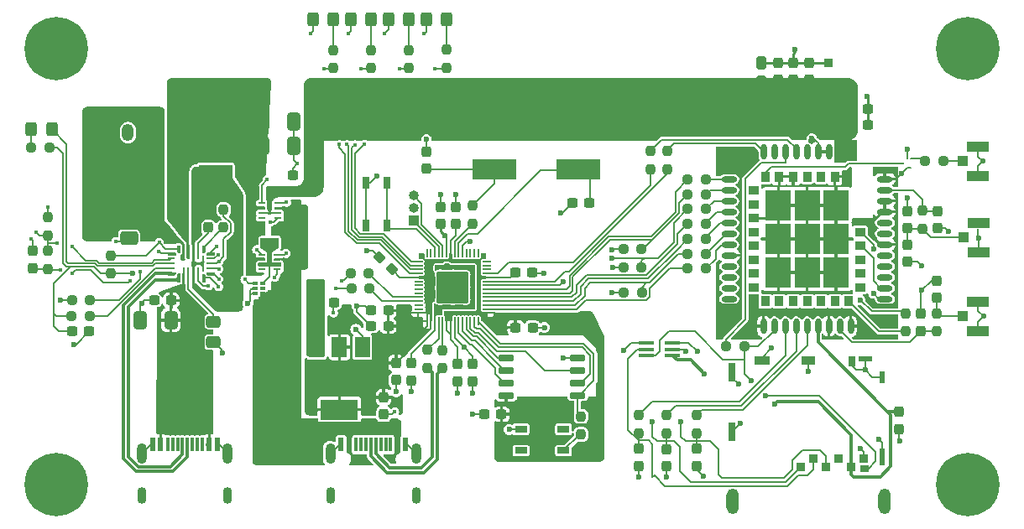
<source format=gbr>
%TF.GenerationSoftware,KiCad,Pcbnew,(6.0.2-0)*%
%TF.CreationDate,2022-03-01T22:23:54+01:00*%
%TF.ProjectId,RP2040GPSTracker,52503230-3430-4475-9053-547261636b65,rev?*%
%TF.SameCoordinates,PX4416780PY363af58*%
%TF.FileFunction,Copper,L1,Top*%
%TF.FilePolarity,Positive*%
%FSLAX46Y46*%
G04 Gerber Fmt 4.6, Leading zero omitted, Abs format (unit mm)*
G04 Created by KiCad (PCBNEW (6.0.2-0)) date 2022-03-01 22:23:54*
%MOMM*%
%LPD*%
G01*
G04 APERTURE LIST*
G04 Aperture macros list*
%AMRoundRect*
0 Rectangle with rounded corners*
0 $1 Rounding radius*
0 $2 $3 $4 $5 $6 $7 $8 $9 X,Y pos of 4 corners*
0 Add a 4 corners polygon primitive as box body*
4,1,4,$2,$3,$4,$5,$6,$7,$8,$9,$2,$3,0*
0 Add four circle primitives for the rounded corners*
1,1,$1+$1,$2,$3*
1,1,$1+$1,$4,$5*
1,1,$1+$1,$6,$7*
1,1,$1+$1,$8,$9*
0 Add four rect primitives between the rounded corners*
20,1,$1+$1,$2,$3,$4,$5,0*
20,1,$1+$1,$4,$5,$6,$7,0*
20,1,$1+$1,$6,$7,$8,$9,0*
20,1,$1+$1,$8,$9,$2,$3,0*%
G04 Aperture macros list end*
%TA.AperFunction,EtchedComponent*%
%ADD10C,0.100000*%
%TD*%
%TA.AperFunction,SMDPad,CuDef*%
%ADD11R,0.600000X1.450000*%
%TD*%
%TA.AperFunction,SMDPad,CuDef*%
%ADD12R,0.300000X1.450000*%
%TD*%
%TA.AperFunction,ComponentPad*%
%ADD13O,0.900000X1.700000*%
%TD*%
%TA.AperFunction,ComponentPad*%
%ADD14O,1.000000X2.100000*%
%TD*%
%TA.AperFunction,SMDPad,CuDef*%
%ADD15RoundRect,0.250000X-0.412500X-0.650000X0.412500X-0.650000X0.412500X0.650000X-0.412500X0.650000X0*%
%TD*%
%TA.AperFunction,SMDPad,CuDef*%
%ADD16RoundRect,0.237500X0.237500X-0.250000X0.237500X0.250000X-0.237500X0.250000X-0.237500X-0.250000X0*%
%TD*%
%TA.AperFunction,SMDPad,CuDef*%
%ADD17RoundRect,0.237500X-0.237500X0.300000X-0.237500X-0.300000X0.237500X-0.300000X0.237500X0.300000X0*%
%TD*%
%TA.AperFunction,SMDPad,CuDef*%
%ADD18RoundRect,0.237500X-0.250000X-0.237500X0.250000X-0.237500X0.250000X0.237500X-0.250000X0.237500X0*%
%TD*%
%TA.AperFunction,SMDPad,CuDef*%
%ADD19RoundRect,0.237500X0.237500X-0.300000X0.237500X0.300000X-0.237500X0.300000X-0.237500X-0.300000X0*%
%TD*%
%TA.AperFunction,SMDPad,CuDef*%
%ADD20RoundRect,0.237500X0.300000X0.237500X-0.300000X0.237500X-0.300000X-0.237500X0.300000X-0.237500X0*%
%TD*%
%TA.AperFunction,SMDPad,CuDef*%
%ADD21R,0.127000X0.127000*%
%TD*%
%TA.AperFunction,SMDPad,CuDef*%
%ADD22R,0.250000X1.400000*%
%TD*%
%TA.AperFunction,SMDPad,CuDef*%
%ADD23R,0.700000X0.250000*%
%TD*%
%TA.AperFunction,ComponentPad*%
%ADD24C,6.400000*%
%TD*%
%TA.AperFunction,SMDPad,CuDef*%
%ADD25O,1.600000X0.600000*%
%TD*%
%TA.AperFunction,SMDPad,CuDef*%
%ADD26O,0.600000X1.600000*%
%TD*%
%TA.AperFunction,SMDPad,CuDef*%
%ADD27R,1.100000X0.900000*%
%TD*%
%TA.AperFunction,SMDPad,CuDef*%
%ADD28R,0.900000X1.100000*%
%TD*%
%TA.AperFunction,SMDPad,CuDef*%
%ADD29R,2.600000X3.100000*%
%TD*%
%TA.AperFunction,SMDPad,CuDef*%
%ADD30RoundRect,0.250000X-0.650000X0.412500X-0.650000X-0.412500X0.650000X-0.412500X0.650000X0.412500X0*%
%TD*%
%TA.AperFunction,SMDPad,CuDef*%
%ADD31RoundRect,0.237500X-0.237500X0.250000X-0.237500X-0.250000X0.237500X-0.250000X0.237500X0.250000X0*%
%TD*%
%TA.AperFunction,SMDPad,CuDef*%
%ADD32RoundRect,0.237500X0.250000X0.237500X-0.250000X0.237500X-0.250000X-0.237500X0.250000X-0.237500X0*%
%TD*%
%TA.AperFunction,SMDPad,CuDef*%
%ADD33R,1.041400X0.990600*%
%TD*%
%TA.AperFunction,SMDPad,CuDef*%
%ADD34R,2.209800X1.041400*%
%TD*%
%TA.AperFunction,SMDPad,CuDef*%
%ADD35RoundRect,0.250000X-0.325000X-0.450000X0.325000X-0.450000X0.325000X0.450000X-0.325000X0.450000X0*%
%TD*%
%TA.AperFunction,ComponentPad*%
%ADD36RoundRect,0.250000X-0.350000X-0.625000X0.350000X-0.625000X0.350000X0.625000X-0.350000X0.625000X0*%
%TD*%
%TA.AperFunction,ComponentPad*%
%ADD37O,1.200000X1.750000*%
%TD*%
%TA.AperFunction,SMDPad,CuDef*%
%ADD38RoundRect,0.250000X0.325000X0.450000X-0.325000X0.450000X-0.325000X-0.450000X0.325000X-0.450000X0*%
%TD*%
%TA.AperFunction,SMDPad,CuDef*%
%ADD39R,1.500000X0.400000*%
%TD*%
%TA.AperFunction,SMDPad,CuDef*%
%ADD40RoundRect,0.050000X0.387500X0.050000X-0.387500X0.050000X-0.387500X-0.050000X0.387500X-0.050000X0*%
%TD*%
%TA.AperFunction,SMDPad,CuDef*%
%ADD41RoundRect,0.050000X0.050000X0.387500X-0.050000X0.387500X-0.050000X-0.387500X0.050000X-0.387500X0*%
%TD*%
%TA.AperFunction,ComponentPad*%
%ADD42C,0.600000*%
%TD*%
%TA.AperFunction,SMDPad,CuDef*%
%ADD43RoundRect,0.144000X1.456000X1.456000X-1.456000X1.456000X-1.456000X-1.456000X1.456000X-1.456000X0*%
%TD*%
%TA.AperFunction,SMDPad,CuDef*%
%ADD44R,3.400000X2.000000*%
%TD*%
%TA.AperFunction,SMDPad,CuDef*%
%ADD45RoundRect,0.237500X-0.300000X-0.237500X0.300000X-0.237500X0.300000X0.237500X-0.300000X0.237500X0*%
%TD*%
%TA.AperFunction,SMDPad,CuDef*%
%ADD46R,0.711200X0.228600*%
%TD*%
%TA.AperFunction,ComponentPad*%
%ADD47R,1.000000X1.000000*%
%TD*%
%TA.AperFunction,ComponentPad*%
%ADD48O,1.000000X1.000000*%
%TD*%
%TA.AperFunction,SMDPad,CuDef*%
%ADD49R,1.500000X2.000000*%
%TD*%
%TA.AperFunction,SMDPad,CuDef*%
%ADD50R,3.800000X2.000000*%
%TD*%
%TA.AperFunction,SMDPad,CuDef*%
%ADD51RoundRect,0.237500X0.237500X-0.287500X0.237500X0.287500X-0.237500X0.287500X-0.237500X-0.287500X0*%
%TD*%
%TA.AperFunction,SMDPad,CuDef*%
%ADD52RoundRect,0.237500X-0.380070X0.044194X0.044194X-0.380070X0.380070X-0.044194X-0.044194X0.380070X0*%
%TD*%
%TA.AperFunction,SMDPad,CuDef*%
%ADD53R,0.203200X0.203200*%
%TD*%
%TA.AperFunction,SMDPad,CuDef*%
%ADD54R,0.101600X0.635000*%
%TD*%
%TA.AperFunction,SMDPad,CuDef*%
%ADD55R,0.838200X0.939800*%
%TD*%
%TA.AperFunction,SMDPad,CuDef*%
%ADD56R,0.939800X0.787400*%
%TD*%
%TA.AperFunction,ComponentPad*%
%ADD57O,1.270000X2.565400*%
%TD*%
%TA.AperFunction,SMDPad,CuDef*%
%ADD58R,0.558800X1.651000*%
%TD*%
%TA.AperFunction,SMDPad,CuDef*%
%ADD59R,0.558800X1.219200*%
%TD*%
%TA.AperFunction,SMDPad,CuDef*%
%ADD60R,1.371600X0.609600*%
%TD*%
%TA.AperFunction,SMDPad,CuDef*%
%ADD61R,0.736600X1.016000*%
%TD*%
%TA.AperFunction,SMDPad,CuDef*%
%ADD62R,1.346200X0.965200*%
%TD*%
%TA.AperFunction,SMDPad,CuDef*%
%ADD63R,1.574800X0.965200*%
%TD*%
%TA.AperFunction,SMDPad,CuDef*%
%ADD64R,0.635000X1.955800*%
%TD*%
%TA.AperFunction,SMDPad,CuDef*%
%ADD65R,4.500000X2.000000*%
%TD*%
%TA.AperFunction,SMDPad,CuDef*%
%ADD66RoundRect,0.250000X0.275000X-0.400000X0.275000X0.400000X-0.275000X0.400000X-0.275000X-0.400000X0*%
%TD*%
%TA.AperFunction,SMDPad,CuDef*%
%ADD67R,0.950000X0.900000*%
%TD*%
%TA.AperFunction,SMDPad,CuDef*%
%ADD68R,0.550000X0.300000*%
%TD*%
%TA.AperFunction,SMDPad,CuDef*%
%ADD69R,0.520000X0.300000*%
%TD*%
%TA.AperFunction,SMDPad,CuDef*%
%ADD70R,0.650000X1.200000*%
%TD*%
%TA.AperFunction,SMDPad,CuDef*%
%ADD71RoundRect,0.250000X-0.475000X0.337500X-0.475000X-0.337500X0.475000X-0.337500X0.475000X0.337500X0*%
%TD*%
%TA.AperFunction,SMDPad,CuDef*%
%ADD72R,1.200000X0.650000*%
%TD*%
%TA.AperFunction,SMDPad,CuDef*%
%ADD73RoundRect,0.150000X0.650000X0.150000X-0.650000X0.150000X-0.650000X-0.150000X0.650000X-0.150000X0*%
%TD*%
%TA.AperFunction,ViaPad*%
%ADD74C,0.600000*%
%TD*%
%TA.AperFunction,ViaPad*%
%ADD75C,0.400000*%
%TD*%
%TA.AperFunction,Conductor*%
%ADD76C,0.150000*%
%TD*%
%TA.AperFunction,Conductor*%
%ADD77C,0.200000*%
%TD*%
%TA.AperFunction,Conductor*%
%ADD78C,0.250000*%
%TD*%
%TA.AperFunction,Conductor*%
%ADD79C,0.300000*%
%TD*%
G04 APERTURE END LIST*
D10*
%TO.C,U6*%
X14897569Y26081644D02*
X14897569Y26331644D01*
X14897569Y26331644D02*
X15597569Y26331644D01*
X15597569Y26331644D02*
X15597569Y26181644D01*
X15597569Y26181644D02*
X15497569Y26081644D01*
X15497569Y26081644D02*
X14897569Y26081644D01*
G36*
X15597569Y26181644D02*
G01*
X15497569Y26081644D01*
X14897569Y26081644D01*
X14897569Y26331644D01*
X15597569Y26331644D01*
X15597569Y26181644D01*
G37*
X15597569Y26181644D02*
X15497569Y26081644D01*
X14897569Y26081644D01*
X14897569Y26331644D01*
X15597569Y26331644D01*
X15597569Y26181644D01*
X19497571Y26081644D02*
X19497571Y26331644D01*
X19497571Y26331644D02*
X18797571Y26331644D01*
X18797571Y26331644D02*
X18797571Y26181644D01*
X18797571Y26181644D02*
X18897571Y26081644D01*
X18897571Y26081644D02*
X19497571Y26081644D01*
G36*
X19497571Y26081644D02*
G01*
X18897571Y26081644D01*
X18797571Y26181644D01*
X18797571Y26331644D01*
X19497571Y26331644D01*
X19497571Y26081644D01*
G37*
X19497571Y26081644D02*
X18897571Y26081644D01*
X18797571Y26181644D01*
X18797571Y26331644D01*
X19497571Y26331644D01*
X19497571Y26081644D01*
X15822255Y29006896D02*
X16072255Y29006896D01*
X16072255Y29006896D02*
X16072255Y28306896D01*
X16072255Y28306896D02*
X15922255Y28306896D01*
X15922255Y28306896D02*
X15822255Y28406896D01*
X15822255Y28406896D02*
X15822255Y29006896D01*
G36*
X16072255Y28306896D02*
G01*
X15922255Y28306896D01*
X15822255Y28406896D01*
X15822255Y29006896D01*
X16072255Y29006896D01*
X16072255Y28306896D01*
G37*
X16072255Y28306896D02*
X15922255Y28306896D01*
X15822255Y28406896D01*
X15822255Y29006896D01*
X16072255Y29006896D01*
X16072255Y28306896D01*
X14897569Y28332148D02*
X14897569Y28082148D01*
X14897569Y28082148D02*
X15597569Y28082148D01*
X15597569Y28082148D02*
X15597569Y28232148D01*
X15597569Y28232148D02*
X15497569Y28332148D01*
X15497569Y28332148D02*
X14897569Y28332148D01*
G36*
X15597569Y28232148D02*
G01*
X15597569Y28082148D01*
X14897569Y28082148D01*
X14897569Y28332148D01*
X15497569Y28332148D01*
X15597569Y28232148D01*
G37*
X15597569Y28232148D02*
X15597569Y28082148D01*
X14897569Y28082148D01*
X14897569Y28332148D01*
X15497569Y28332148D01*
X15597569Y28232148D01*
X18572885Y25406896D02*
X18322885Y25406896D01*
X18322885Y25406896D02*
X18322885Y26106896D01*
X18322885Y26106896D02*
X18472885Y26106896D01*
X18472885Y26106896D02*
X18572885Y26006896D01*
X18572885Y26006896D02*
X18572885Y25406896D01*
G36*
X18572885Y26006896D02*
G01*
X18572885Y25406896D01*
X18322885Y25406896D01*
X18322885Y26106896D01*
X18472885Y26106896D01*
X18572885Y26006896D01*
G37*
X18572885Y26006896D02*
X18572885Y25406896D01*
X18322885Y25406896D01*
X18322885Y26106896D01*
X18472885Y26106896D01*
X18572885Y26006896D01*
X18572885Y29006896D02*
X18322885Y29006896D01*
X18322885Y29006896D02*
X18322885Y28306896D01*
X18322885Y28306896D02*
X18472885Y28306896D01*
X18472885Y28306896D02*
X18572885Y28406896D01*
X18572885Y28406896D02*
X18572885Y29006896D01*
G36*
X18572885Y28406896D02*
G01*
X18472885Y28306896D01*
X18322885Y28306896D01*
X18322885Y29006896D01*
X18572885Y29006896D01*
X18572885Y28406896D01*
G37*
X18572885Y28406896D02*
X18472885Y28306896D01*
X18322885Y28306896D01*
X18322885Y29006896D01*
X18572885Y29006896D01*
X18572885Y28406896D01*
X19497571Y28332148D02*
X19497571Y28082148D01*
X19497571Y28082148D02*
X18797571Y28082148D01*
X18797571Y28082148D02*
X18797571Y28232148D01*
X18797571Y28232148D02*
X18897571Y28332148D01*
X18897571Y28332148D02*
X19497571Y28332148D01*
G36*
X19497571Y28082148D02*
G01*
X18797571Y28082148D01*
X18797571Y28232148D01*
X18897571Y28332148D01*
X19497571Y28332148D01*
X19497571Y28082148D01*
G37*
X19497571Y28082148D02*
X18797571Y28082148D01*
X18797571Y28232148D01*
X18897571Y28332148D01*
X19497571Y28332148D01*
X19497571Y28082148D01*
X15822255Y25406896D02*
X16072255Y25406896D01*
X16072255Y25406896D02*
X16072255Y26206896D01*
X16072255Y26206896D02*
X15922255Y26206896D01*
X15922255Y26206896D02*
X15822255Y26006896D01*
X15822255Y26006896D02*
X15822255Y25406896D01*
G36*
X16072255Y25406896D02*
G01*
X15822255Y25406896D01*
X15822255Y26006896D01*
X15922255Y26206896D01*
X16072255Y26206896D01*
X16072255Y25406896D01*
G37*
X16072255Y25406896D02*
X15822255Y25406896D01*
X15822255Y26006896D01*
X15922255Y26206896D01*
X16072255Y26206896D01*
X16072255Y25406896D01*
%TD*%
D11*
%TO.P,J7,A1,GND*%
%TO.N,GNDPWR*%
X32354800Y8909600D03*
%TO.P,J7,A4,VBUS*%
%TO.N,/PROG_VBUS*%
X33154800Y8909600D03*
D12*
%TO.P,J7,A5,CC1*%
%TO.N,unconnected-(J7-PadA5)*%
X34354800Y8909600D03*
%TO.P,J7,A6,D+*%
%TO.N,/USB_D+*%
X35354800Y8909600D03*
%TO.P,J7,A7,D-*%
%TO.N,/USB_D-*%
X35854800Y8909600D03*
%TO.P,J7,A8,SBU1*%
%TO.N,unconnected-(J7-PadA8)*%
X36854800Y8909600D03*
D11*
%TO.P,J7,A9,VBUS*%
%TO.N,/PROG_VBUS*%
X38054800Y8909600D03*
%TO.P,J7,A12,GND*%
%TO.N,GNDPWR*%
X38854800Y8909600D03*
%TO.P,J7,B1,GND*%
X38854800Y8909600D03*
%TO.P,J7,B4,VBUS*%
%TO.N,/PROG_VBUS*%
X38054800Y8909600D03*
D12*
%TO.P,J7,B5,CC2*%
%TO.N,unconnected-(J7-PadB5)*%
X37354800Y8909600D03*
%TO.P,J7,B6,D+*%
%TO.N,unconnected-(J7-PadB6)*%
X36354800Y8909600D03*
%TO.P,J7,B7,D-*%
%TO.N,unconnected-(J7-PadB7)*%
X34854800Y8909600D03*
%TO.P,J7,B8,SBU2*%
%TO.N,unconnected-(J7-PadB8)*%
X33854800Y8909600D03*
D11*
%TO.P,J7,B9,VBUS*%
%TO.N,/PROG_VBUS*%
X33154800Y8909600D03*
%TO.P,J7,B12,GND*%
%TO.N,GNDPWR*%
X32354800Y8909600D03*
D13*
%TO.P,J7,S1,SHIELD*%
X31279800Y3814600D03*
D14*
X39929800Y7994600D03*
X31279800Y7994600D03*
D13*
X39929800Y3814600D03*
%TD*%
D15*
%TO.P,C46,1*%
%TO.N,/BOOST_OUT*%
X24463600Y39084600D03*
%TO.P,C46,2*%
%TO.N,GNDPWR*%
X27588600Y39084600D03*
%TD*%
D16*
%TO.P,R38,1*%
%TO.N,/BCM_NTC*%
X2740000Y30050000D03*
%TO.P,R38,2*%
%TO.N,GND*%
X2740000Y31875000D03*
%TD*%
D17*
%TO.P,C24,1*%
%TO.N,GND*%
X92440000Y25492500D03*
%TO.P,C24,2*%
%TO.N,Net-(C24-Pad2)*%
X92440000Y23767500D03*
%TD*%
D18*
%TO.P,R32,1*%
%TO.N,Net-(R32-Pad1)*%
X91277500Y37530000D03*
%TO.P,R32,2*%
%TO.N,Net-(J10-Pad1)*%
X93102500Y37530000D03*
%TD*%
D19*
%TO.P,C28,1*%
%TO.N,GND*%
X68180000Y6757500D03*
%TO.P,C28,2*%
%TO.N,Net-(C28-Pad2)*%
X68180000Y8482500D03*
%TD*%
D20*
%TO.P,C35,1*%
%TO.N,GND*%
X31602500Y23250000D03*
%TO.P,C35,2*%
%TO.N,/PI_VREG_IN*%
X29877500Y23250000D03*
%TD*%
D21*
%TO.P,U6,1,DP*%
%TO.N,/BCM_D+*%
X15947255Y25806896D03*
D22*
%TO.P,U6,2,IN*%
%TO.N,/BCM_VBUS*%
X16447381Y26106896D03*
%TO.P,U6,3,PMID*%
%TO.N,Net-(C33-Pad1)*%
X16947507Y26106896D03*
%TO.P,U6,4,SW*%
%TO.N,/BCM_SW*%
X17447633Y26106896D03*
%TO.P,U6,5,PGND*%
%TO.N,GNDPWR*%
X17947759Y26106896D03*
D21*
%TO.P,U6,6,VNTC*%
%TO.N,/BCM_VNTC*%
X18447885Y25756896D03*
%TO.P,U6,7,SCL*%
%TO.N,/BCM_SCL*%
X19147571Y26206644D03*
D23*
%TO.P,U6,8,SDA*%
%TO.N,/BCM_SDA*%
X19147571Y26706770D03*
%TO.P,U6,9,VREF*%
%TO.N,/BCM_VREF_1*%
X19147571Y27206896D03*
%TO.P,U6,10,ILIM*%
%TO.N,Net-(R33-Pad1)*%
X19147571Y27707022D03*
D21*
%TO.P,U6,11,AGND*%
%TO.N,GND*%
X19147571Y28207148D03*
%TO.P,U6,12,OTG*%
%TO.N,/BCM_OTG*%
X18447885Y28656896D03*
D22*
%TO.P,U6,13,BST*%
%TO.N,Net-(C44-Pad2)*%
X17947759Y28306896D03*
%TO.P,U6,14,SW*%
%TO.N,/BCM_SW*%
X17447633Y28306896D03*
%TO.P,U6,15,SYS*%
%TO.N,/BOOST_OUT*%
X16947507Y28306896D03*
%TO.P,U6,16,BATT*%
%TO.N,/BCM_BATT*%
X16447381Y28306896D03*
D21*
%TO.P,U6,17,DISC*%
%TO.N,/BCM_DISC*%
X15947255Y28656896D03*
%TO.P,U6,18,\u002ACE*%
%TO.N,GND*%
X15247569Y28207148D03*
D23*
%TO.P,U6,19,NTC*%
%TO.N,/BCM_NTC*%
X15247569Y27707022D03*
%TO.P,U6,20,\u002ASTAT*%
%TO.N,Net-(D2-Pad1)*%
X15247569Y27206896D03*
%TO.P,U6,21,INT*%
%TO.N,Net-(R29-Pad2)*%
X15247569Y26706770D03*
D21*
%TO.P,U6,22,DM*%
%TO.N,/BCM_D-*%
X15247569Y26206644D03*
%TD*%
D24*
%TO.P,H4,1*%
%TO.N,N/C*%
X3604800Y4864600D03*
%TD*%
D25*
%TO.P,U2,1,UART1_TXD*%
%TO.N,/SIM_TX*%
X71504000Y35731200D03*
%TO.P,U2,2,UART1_RXD*%
%TO.N,/SIM_RX*%
X71504000Y34631200D03*
%TO.P,U2,3,UART1_RTS*%
%TO.N,/SIM_RTS*%
X71504000Y33531200D03*
%TO.P,U2,4,UART1_CTS*%
%TO.N,/SIM_CTS*%
X71504000Y32431200D03*
%TO.P,U2,5,UART1_DCD*%
%TO.N,/SIM_DCD*%
X71504000Y31331200D03*
%TO.P,U2,6,UART1_DTR*%
%TO.N,/SIM_DRT*%
X71504000Y30231200D03*
%TO.P,U2,7,UART1_RI*%
%TO.N,/SIM_RI*%
X71504000Y29131200D03*
%TO.P,U2,8,GND*%
%TO.N,GND*%
X71504000Y28031200D03*
%TO.P,U2,9,MICP*%
%TO.N,unconnected-(U2-Pad9)*%
X71504000Y26931200D03*
%TO.P,U2,10,MICN*%
%TO.N,unconnected-(U2-Pad10)*%
X71504000Y25831200D03*
%TO.P,U2,11,SPK1P*%
%TO.N,unconnected-(U2-Pad11)*%
X71504000Y24731200D03*
%TO.P,U2,12,SPK1N*%
%TO.N,unconnected-(U2-Pad12)*%
X71504000Y23631200D03*
D26*
%TO.P,U2,13,GND*%
%TO.N,GND*%
X74954000Y20881200D03*
%TO.P,U2,14,SIM1_DET*%
%TO.N,/SIM_C_DET*%
X76054000Y20881200D03*
%TO.P,U2,15,SIM1_DATA*%
%TO.N,/SIM_C_DATA*%
X77154000Y20881200D03*
%TO.P,U2,16,SIM1_CLK*%
%TO.N,/SIM_C_CLK*%
X78254000Y20881200D03*
%TO.P,U2,17,SIM1_RST*%
%TO.N,/SIM_C_RST*%
X79354000Y20881200D03*
%TO.P,U2,18,SIM1_VDD*%
%TO.N,/SIM_C_VDD*%
X80454000Y20881200D03*
%TO.P,U2,19,GND*%
%TO.N,GND*%
X81554000Y20881200D03*
%TO.P,U2,20,BT_ANT*%
%TO.N,/SIM_BT_ANT*%
X82654000Y20881200D03*
%TO.P,U2,21,GND*%
%TO.N,GND*%
X83754000Y20881200D03*
D25*
%TO.P,U2,22,UART2_TXD*%
%TO.N,/_GNSS_RXD*%
X87204000Y23631200D03*
%TO.P,U2,23,UART2_RXD*%
%TO.N,/_GNSS_TXD*%
X87204000Y24731200D03*
%TO.P,U2,24,USB_VBUS*%
%TO.N,unconnected-(U2-Pad24)*%
X87204000Y25831200D03*
%TO.P,U2,25,USB_DP*%
%TO.N,unconnected-(U2-Pad25)*%
X87204000Y26931200D03*
%TO.P,U2,26,USB_DM*%
%TO.N,unconnected-(U2-Pad26)*%
X87204000Y28031200D03*
%TO.P,U2,27,GND*%
%TO.N,GND*%
X87204000Y29131200D03*
%TO.P,U2,28,VRTC*%
%TO.N,unconnected-(U2-Pad28)*%
X87204000Y30231200D03*
%TO.P,U2,29,RF_SYNC*%
%TO.N,unconnected-(U2-Pad29)*%
X87204000Y31331200D03*
%TO.P,U2,30,GND*%
%TO.N,GND*%
X87204000Y32431200D03*
%TO.P,U2,31,GND*%
X87204000Y33531200D03*
%TO.P,U2,32,GSM_ANT*%
%TO.N,/SIM_GSM_ANT*%
X87204000Y34631200D03*
%TO.P,U2,33,GND*%
%TO.N,GND*%
X87204000Y35731200D03*
D26*
%TO.P,U2,34,GPS_VBAT*%
%TO.N,/SIM_PWR*%
X83754000Y38481200D03*
%TO.P,U2,35,VBAT*%
X82654000Y38481200D03*
%TO.P,U2,36,GND*%
%TO.N,GND*%
X81554000Y38481200D03*
%TO.P,U2,37,GND*%
X80454000Y38481200D03*
%TO.P,U2,38,ADC*%
%TO.N,unconnected-(U2-Pad38)*%
X79354000Y38481200D03*
%TO.P,U2,39,PWRKEY*%
%TO.N,/SIM_PWRKEY*%
X78254000Y38481200D03*
%TO.P,U2,40,VDD_EXT*%
%TO.N,/SIM_VDD_EXT*%
X77154000Y38481200D03*
%TO.P,U2,41,NETLIGHT*%
%TO.N,N/C*%
X76054000Y38481200D03*
%TO.P,U2,42,STATUS*%
%TO.N,/SIM_STATUS*%
X74954000Y38481200D03*
D27*
%TO.P,U2,43,SPK2N*%
%TO.N,unconnected-(U2-Pad43)*%
X74004000Y34581200D03*
%TO.P,U2,44,SPK2P*%
%TO.N,unconnected-(U2-Pad44)*%
X74004000Y33181200D03*
%TO.P,U2,45,GND*%
%TO.N,GND*%
X74004000Y31781200D03*
%TO.P,U2,46,MCCA3*%
%TO.N,unconnected-(U2-Pad46)*%
X74004000Y30381200D03*
%TO.P,U2,47,MCCA2*%
%TO.N,unconnected-(U2-Pad47)*%
X74004000Y28981200D03*
%TO.P,U2,48,MCCA1*%
%TO.N,unconnected-(U2-Pad48)*%
X74004000Y27581200D03*
%TO.P,U2,49,MCCA0*%
%TO.N,unconnected-(U2-Pad49)*%
X74004000Y26181200D03*
%TO.P,U2,50,MCCK*%
%TO.N,unconnected-(U2-Pad50)*%
X74004000Y24781200D03*
D28*
%TO.P,U2,51,MCCM0*%
%TO.N,unconnected-(U2-Pad51)*%
X75154000Y23381200D03*
%TO.P,U2,52,SIM2_DET*%
%TO.N,unconnected-(U2-Pad52)*%
X76554000Y23381200D03*
%TO.P,U2,53,SIM2_DATA*%
%TO.N,unconnected-(U2-Pad53)*%
X77954000Y23381200D03*
%TO.P,U2,54,SIM2_CLK*%
%TO.N,unconnected-(U2-Pad54)*%
X79354000Y23381200D03*
%TO.P,U2,55,SIM2_RST*%
%TO.N,unconnected-(U2-Pad55)*%
X80754000Y23381200D03*
%TO.P,U2,56,SIM2_VDD*%
%TO.N,unconnected-(U2-Pad56)*%
X82154000Y23381200D03*
%TO.P,U2,57,GPIO1*%
%TO.N,Net-(R13-Pad2)*%
X83554000Y23381200D03*
D27*
%TO.P,U2,58,GPIO2*%
%TO.N,unconnected-(U2-Pad58)*%
X84704000Y24781200D03*
%TO.P,U2,59,GNSS_EN*%
%TO.N,/_GNSS_EN*%
X84704000Y26181200D03*
%TO.P,U2,60,1PPS*%
%TO.N,unconnected-(U2-Pad60)*%
X84704000Y27581200D03*
%TO.P,U2,61,GPS_TXD*%
%TO.N,/_GNSS_TXD*%
X84704000Y28981200D03*
%TO.P,U2,62,GPS_RXD*%
%TO.N,/_GNSS_RXD*%
X84704000Y30381200D03*
D28*
%TO.P,U2,63,GND*%
%TO.N,GND*%
X82154000Y35981200D03*
%TO.P,U2,64,SDA*%
%TO.N,unconnected-(U2-Pad64)*%
X80754000Y35981200D03*
%TO.P,U2,65,SCL*%
%TO.N,unconnected-(U2-Pad65)*%
X79354000Y35981200D03*
%TO.P,U2,66,GND*%
%TO.N,GND*%
X77954000Y35981200D03*
%TO.P,U2,67,GND*%
X76554000Y35981200D03*
%TO.P,U2,68,GPS_ANT*%
%TO.N,/SIM_GNSS_ANT*%
X75154000Y35981200D03*
D29*
%TO.P,U2,69,GND*%
%TO.N,GND*%
X76454000Y33081200D03*
%TO.P,U2,70,GND*%
X76454000Y29681200D03*
%TO.P,U2,71,GND*%
X76454000Y26281200D03*
%TO.P,U2,72,GND*%
X79354000Y26281200D03*
%TO.P,U2,73,GND*%
X82254000Y26281200D03*
%TO.P,U2,74,GND*%
X82254000Y29681200D03*
%TO.P,U2,75,GND*%
X82254000Y33081200D03*
%TO.P,U2,76,GND*%
X79354000Y33081200D03*
%TO.P,U2,77,GND*%
X79354000Y29681200D03*
%TD*%
D30*
%TO.P,C34,1*%
%TO.N,/BCM_BATT*%
X10965000Y32887500D03*
%TO.P,C34,2*%
%TO.N,GNDPWR*%
X10965000Y29762500D03*
%TD*%
D31*
%TO.P,R30,1*%
%TO.N,Net-(D5-Pad2)*%
X35350000Y48765000D03*
%TO.P,R30,2*%
%TO.N,Net-(U3-Pad31)*%
X35350000Y46940000D03*
%TD*%
D18*
%TO.P,R16,1*%
%TO.N,GND*%
X60852500Y24300000D03*
%TO.P,R16,2*%
%TO.N,Net-(R16-Pad2)*%
X62677500Y24300000D03*
%TD*%
D32*
%TO.P,R28,1*%
%TO.N,/BCM_VREF_1*%
X2940000Y38925000D03*
%TO.P,R28,2*%
%TO.N,Net-(D2-Pad2)*%
X1115000Y38925000D03*
%TD*%
D24*
%TO.P,H3,1*%
%TO.N,N/C*%
X95604800Y4864600D03*
%TD*%
D33*
%TO.P,J4,1,1*%
%TO.N,Net-(C24-Pad2)*%
X95085600Y21883200D03*
D34*
%TO.P,J4,2,GND*%
%TO.N,GND*%
X96610601Y20408199D03*
%TO.P,J4,3,GND*%
X96610601Y23358201D03*
%TD*%
D17*
%TO.P,C23,1*%
%TO.N,GND*%
X89460000Y32495000D03*
%TO.P,C23,2*%
%TO.N,Net-(C23-Pad2)*%
X89460000Y30770000D03*
%TD*%
D32*
%TO.P,R7,1*%
%TO.N,/SIM_CTS*%
X69152500Y31200000D03*
%TO.P,R7,2*%
%TO.N,Net-(R7-Pad2)*%
X67327500Y31200000D03*
%TD*%
D18*
%TO.P,R19,1*%
%TO.N,/BCM_SDA*%
X33377500Y24700000D03*
%TO.P,R19,2*%
%TO.N,Net-(R19-Pad2)*%
X35202500Y24700000D03*
%TD*%
D35*
%TO.P,D4,1,K*%
%TO.N,GND*%
X37110000Y51860000D03*
%TO.P,D4,2,A*%
%TO.N,Net-(D4-Pad2)*%
X39160000Y51860000D03*
%TD*%
D20*
%TO.P,C19,1*%
%TO.N,Net-(C19-Pad1)*%
X57381700Y33293400D03*
%TO.P,C19,2*%
%TO.N,GND*%
X55656700Y33293400D03*
%TD*%
D36*
%TO.P,J9,1,Pin_1*%
%TO.N,/BCM_BATT*%
X8850000Y40422000D03*
D37*
%TO.P,J9,2,Pin_2*%
%TO.N,GNDPWR*%
X10850000Y40422000D03*
%TD*%
D17*
%TO.P,C8,1*%
%TO.N,+1V1*%
X45631000Y17055600D03*
%TO.P,C8,2*%
%TO.N,GND*%
X45631000Y15330600D03*
%TD*%
D38*
%TO.P,D2,1,K*%
%TO.N,Net-(D2-Pad1)*%
X3165000Y40750000D03*
%TO.P,D2,2,A*%
%TO.N,Net-(D2-Pad2)*%
X1115000Y40750000D03*
%TD*%
D18*
%TO.P,R18,1*%
%TO.N,/BCM_SCL*%
X33327500Y26200000D03*
%TO.P,R18,2*%
%TO.N,Net-(R18-Pad2)*%
X35152500Y26200000D03*
%TD*%
D19*
%TO.P,C20,1*%
%TO.N,Net-(C20-Pad1)*%
X40990000Y36797500D03*
%TO.P,C20,2*%
%TO.N,GND*%
X40990000Y38522500D03*
%TD*%
D18*
%TO.P,R27,1*%
%TO.N,/SIM_VDD_EXT*%
X71177500Y18830000D03*
%TO.P,R27,2*%
%TO.N,/SIM_C_DET*%
X73002500Y18830000D03*
%TD*%
D17*
%TO.P,C11,1*%
%TO.N,+1V1*%
X39408000Y17129600D03*
%TO.P,C11,2*%
%TO.N,GND*%
X39408000Y15404600D03*
%TD*%
D31*
%TO.P,R22,1*%
%TO.N,Net-(D3-Pad2)*%
X42980000Y48782500D03*
%TO.P,R22,2*%
%TO.N,Net-(U3-Pad29)*%
X42980000Y46957500D03*
%TD*%
D32*
%TO.P,R8,1*%
%TO.N,/SIM_RX*%
X69152500Y34200000D03*
%TO.P,R8,2*%
%TO.N,Net-(R15-Pad2)*%
X67327500Y34200000D03*
%TD*%
D16*
%TO.P,R25,1*%
%TO.N,Net-(C29-Pad2)*%
X65140000Y10040000D03*
%TO.P,R25,2*%
%TO.N,/SIM_C_CLK*%
X65140000Y11865000D03*
%TD*%
%TO.P,R20,1*%
%TO.N,/SIM_BT_ANT*%
X92440000Y20337500D03*
%TO.P,R20,2*%
%TO.N,Net-(C24-Pad2)*%
X92440000Y22162500D03*
%TD*%
D31*
%TO.P,R5,1*%
%TO.N,Net-(R5-Pad1)*%
X56553000Y11768600D03*
%TO.P,R5,2*%
%TO.N,/USB_BOOT*%
X56553000Y9943600D03*
%TD*%
%TO.P,R21,1*%
%TO.N,/SIM_GSM_ANT*%
X90980000Y32552500D03*
%TO.P,R21,2*%
%TO.N,Net-(C23-Pad2)*%
X90980000Y30727500D03*
%TD*%
D39*
%TO.P,CR1,1,1*%
%TO.N,/SIM_C_VDD*%
X65790000Y17900000D03*
%TO.P,CR1,2,2*%
%TO.N,GND*%
X65790000Y18550000D03*
%TO.P,CR1,3,3*%
%TO.N,Net-(C28-Pad2)*%
X65790000Y19200000D03*
%TO.P,CR1,4,4*%
%TO.N,Net-(C29-Pad2)*%
X63130000Y19200000D03*
%TO.P,CR1,5,5*%
%TO.N,Net-(C30-Pad2)*%
X63130000Y18550000D03*
%TO.P,CR1,6,6*%
%TO.N,/SIM_C_DET*%
X63130000Y17900000D03*
%TD*%
D40*
%TO.P,U3,1,IOVDD*%
%TO.N,+3V3*%
X47036500Y22202600D03*
%TO.P,U3,2,GPIO0*%
%TO.N,Net-(R3-Pad2)*%
X47036500Y22602600D03*
%TO.P,U3,3,GPIO1*%
%TO.N,Net-(R16-Pad2)*%
X47036500Y23002600D03*
%TO.P,U3,4,GPIO2*%
%TO.N,Net-(R6-Pad2)*%
X47036500Y23402600D03*
%TO.P,U3,5,GPIO3*%
%TO.N,Net-(R7-Pad2)*%
X47036500Y23802600D03*
%TO.P,U3,6,GPIO4*%
%TO.N,Net-(R15-Pad2)*%
X47036500Y24202600D03*
%TO.P,U3,7,GPIO5*%
%TO.N,Net-(R9-Pad2)*%
X47036500Y24602600D03*
%TO.P,U3,8,GPIO6*%
%TO.N,Net-(R10-Pad2)*%
X47036500Y25002600D03*
%TO.P,U3,9,GPIO7*%
%TO.N,Net-(R11-Pad2)*%
X47036500Y25402600D03*
%TO.P,U3,10,IOVDD*%
%TO.N,+3V3*%
X47036500Y25802600D03*
%TO.P,U3,11,GPIO8*%
%TO.N,Net-(R12-Pad2)*%
X47036500Y26202600D03*
%TO.P,U3,12,GPIO9*%
%TO.N,unconnected-(U3-Pad12)*%
X47036500Y26602600D03*
%TO.P,U3,13,GPIO10*%
%TO.N,unconnected-(U3-Pad13)*%
X47036500Y27002600D03*
%TO.P,U3,14,GPIO11*%
%TO.N,unconnected-(U3-Pad14)*%
X47036500Y27402600D03*
D41*
%TO.P,U3,15,GPIO12*%
%TO.N,unconnected-(U3-Pad15)*%
X46199000Y28240100D03*
%TO.P,U3,16,GPIO13*%
%TO.N,unconnected-(U3-Pad16)*%
X45799000Y28240100D03*
%TO.P,U3,17,GPIO14*%
%TO.N,unconnected-(U3-Pad17)*%
X45399000Y28240100D03*
%TO.P,U3,18,GPIO15*%
%TO.N,unconnected-(U3-Pad18)*%
X44999000Y28240100D03*
%TO.P,U3,19,TESTEN*%
%TO.N,GND*%
X44599000Y28240100D03*
%TO.P,U3,20,XIN*%
%TO.N,Net-(C19-Pad1)*%
X44199000Y28240100D03*
%TO.P,U3,21,XOUT*%
%TO.N,Net-(R17-Pad1)*%
X43799000Y28240100D03*
%TO.P,U3,22,IOVDD*%
%TO.N,+3V3*%
X43399000Y28240100D03*
%TO.P,U3,23,DVDD*%
%TO.N,+1V1*%
X42999000Y28240100D03*
%TO.P,U3,24,SWCLK*%
%TO.N,Net-(J3-Pad3)*%
X42599000Y28240100D03*
%TO.P,U3,25,SWD*%
%TO.N,Net-(J3-Pad1)*%
X42199000Y28240100D03*
%TO.P,U3,26,RUN*%
%TO.N,Net-(J2-Pad1)*%
X41799000Y28240100D03*
%TO.P,U3,27,GPIO16*%
%TO.N,unconnected-(U3-Pad27)*%
X41399000Y28240100D03*
%TO.P,U3,28,GPIO17*%
%TO.N,unconnected-(U3-Pad28)*%
X40999000Y28240100D03*
D40*
%TO.P,U3,29,GPIO18*%
%TO.N,Net-(U3-Pad29)*%
X40161500Y27402600D03*
%TO.P,U3,30,GPIO19*%
%TO.N,Net-(U3-Pad30)*%
X40161500Y27002600D03*
%TO.P,U3,31,GPIO20*%
%TO.N,Net-(U3-Pad31)*%
X40161500Y26602600D03*
%TO.P,U3,32,GPIO21*%
%TO.N,Net-(U3-Pad32)*%
X40161500Y26202600D03*
%TO.P,U3,33,IOVDD*%
%TO.N,+3V3*%
X40161500Y25802600D03*
%TO.P,U3,34,GPIO22*%
%TO.N,unconnected-(U3-Pad34)*%
X40161500Y25402600D03*
%TO.P,U3,35,GPIO23*%
%TO.N,unconnected-(U3-Pad35)*%
X40161500Y25002600D03*
%TO.P,U3,36,GPIO24*%
%TO.N,unconnected-(U3-Pad36)*%
X40161500Y24602600D03*
%TO.P,U3,37,GPIO25*%
%TO.N,unconnected-(U3-Pad37)*%
X40161500Y24202600D03*
%TO.P,U3,38,GPIO26_ADC0*%
%TO.N,Net-(R18-Pad2)*%
X40161500Y23802600D03*
%TO.P,U3,39,GPIO27_ADC1*%
%TO.N,Net-(R19-Pad2)*%
X40161500Y23402600D03*
%TO.P,U3,40,GPIO28_ADC2*%
%TO.N,unconnected-(U3-Pad40)*%
X40161500Y23002600D03*
%TO.P,U3,41,GPIO29_ADC3*%
%TO.N,unconnected-(U3-Pad41)*%
X40161500Y22602600D03*
%TO.P,U3,42,IOVDD*%
%TO.N,+3V3*%
X40161500Y22202600D03*
D41*
%TO.P,U3,43,ADC_AVDD*%
X40999000Y21365100D03*
%TO.P,U3,44,VREG_IN*%
X41399000Y21365100D03*
%TO.P,U3,45,VREG_VOUT*%
%TO.N,+1V1*%
X41799000Y21365100D03*
%TO.P,U3,46,USB_DM*%
%TO.N,Net-(R2-Pad2)*%
X42199000Y21365100D03*
%TO.P,U3,47,USB_DP*%
%TO.N,Net-(R1-Pad2)*%
X42599000Y21365100D03*
%TO.P,U3,48,USB_VDD*%
%TO.N,+3V3*%
X42999000Y21365100D03*
%TO.P,U3,49,IOVDD*%
X43399000Y21365100D03*
%TO.P,U3,50,DVDD*%
%TO.N,+1V1*%
X43799000Y21365100D03*
%TO.P,U3,51,QSPI_SD3*%
%TO.N,Net-(U1-Pad7)*%
X44199000Y21365100D03*
%TO.P,U3,52,QSPI_SCLK*%
%TO.N,Net-(U1-Pad6)*%
X44599000Y21365100D03*
%TO.P,U3,53,QSPI_SD0*%
%TO.N,Net-(U1-Pad5)*%
X44999000Y21365100D03*
%TO.P,U3,54,QSPI_SD2*%
%TO.N,Net-(U1-Pad3)*%
X45399000Y21365100D03*
%TO.P,U3,55,QSPI_SD1*%
%TO.N,Net-(U1-Pad2)*%
X45799000Y21365100D03*
%TO.P,U3,56,QSPI_SS*%
%TO.N,Net-(R5-Pad1)*%
X46199000Y21365100D03*
D42*
%TO.P,U3,57,GND*%
%TO.N,GND*%
X43599000Y23527600D03*
X44874000Y26077600D03*
X42324000Y26077600D03*
X43599000Y24802600D03*
X43599000Y26077600D03*
D43*
X43599000Y24802600D03*
D42*
X44874000Y23527600D03*
X42324000Y24802600D03*
X44874000Y24802600D03*
X42324000Y23527600D03*
%TD*%
D24*
%TO.P,H2,1*%
%TO.N,N/C*%
X95604800Y48864600D03*
%TD*%
D44*
%TO.P,L2,1,1*%
%TO.N,/BOOST_OUT*%
X19714600Y41858400D03*
%TO.P,L2,2,2*%
%TO.N,/BCM_SW*%
X19714600Y36158400D03*
%TD*%
D45*
%TO.P,C6,1*%
%TO.N,GND*%
X35377500Y20900000D03*
%TO.P,C6,2*%
%TO.N,+3V3*%
X37102500Y20900000D03*
%TD*%
D31*
%TO.P,R23,1*%
%TO.N,Net-(D4-Pad2)*%
X39160000Y48760000D03*
%TO.P,R23,2*%
%TO.N,Net-(U3-Pad30)*%
X39160000Y46935000D03*
%TD*%
D20*
%TO.P,C12,1*%
%TO.N,+3V3*%
X48525500Y11975600D03*
%TO.P,C12,2*%
%TO.N,GND*%
X46800500Y11975600D03*
%TD*%
D19*
%TO.P,C45,1*%
%TO.N,/BCM_VNTC*%
X1210000Y26742500D03*
%TO.P,C45,2*%
%TO.N,GND*%
X1210000Y28467500D03*
%TD*%
D46*
%TO.P,U10,1,GND*%
%TO.N,GND*%
X25925100Y26607455D03*
%TO.P,U10,2,VOUT*%
%TO.N,/PI_VREG_IN*%
X25925100Y27107581D03*
%TO.P,U10,3,VIN1*%
%TO.N,/PROG_VBUS*%
X25925100Y27607707D03*
%TO.P,U10,4,ON*%
%TO.N,GND*%
X25925100Y28107833D03*
%TO.P,U10,5,GND*%
X24324900Y28107833D03*
%TO.P,U10,6,VIN2*%
%TO.N,/BOOST_OUT*%
X24324900Y27607707D03*
%TO.P,U10,7,VOUT*%
%TO.N,/PI_VREG_IN*%
X24324900Y27107581D03*
%TO.P,U10,8,ST*%
%TO.N,unconnected-(U10-Pad8)*%
X24324900Y26607455D03*
%TD*%
D16*
%TO.P,R34,1*%
%TO.N,/BCM_VNTC*%
X2740000Y26680000D03*
%TO.P,R34,2*%
%TO.N,/BCM_NTC*%
X2740000Y28505000D03*
%TD*%
D17*
%TO.P,C5,1*%
%TO.N,GND*%
X43954600Y32929500D03*
%TO.P,C5,2*%
%TO.N,+3V3*%
X43954600Y31204500D03*
%TD*%
D32*
%TO.P,R4,1*%
%TO.N,/SIM_DRT*%
X69151050Y28200000D03*
%TO.P,R4,2*%
%TO.N,Net-(R16-Pad2)*%
X67326050Y28200000D03*
%TD*%
D47*
%TO.P,J3,1,Pin_1*%
%TO.N,Net-(J3-Pad1)*%
X39645000Y31525000D03*
D48*
%TO.P,J3,2,Pin_2*%
%TO.N,GND*%
X39645000Y32795000D03*
%TO.P,J3,3,Pin_3*%
%TO.N,Net-(J3-Pad3)*%
X39645000Y34065000D03*
%TD*%
D15*
%TO.P,C38,1*%
%TO.N,/BOOST_OUT*%
X24463600Y41523000D03*
%TO.P,C38,2*%
%TO.N,GNDPWR*%
X27588600Y41523000D03*
%TD*%
D19*
%TO.P,C27,1*%
%TO.N,GND*%
X88660000Y10487500D03*
%TO.P,C27,2*%
%TO.N,/SIM_C_VDD*%
X88660000Y12212500D03*
%TD*%
D31*
%TO.P,R12,1*%
%TO.N,/SIM_PWRKEY*%
X63565000Y38562500D03*
%TO.P,R12,2*%
%TO.N,Net-(R12-Pad2)*%
X63565000Y36737500D03*
%TD*%
D16*
%TO.P,R26,1*%
%TO.N,Net-(C30-Pad2)*%
X62350000Y10077500D03*
%TO.P,R26,2*%
%TO.N,/SIM_C_DATA*%
X62350000Y11902500D03*
%TD*%
D49*
%TO.P,U7,1,ADJUST/GROUND*%
%TO.N,GND*%
X34490000Y18750000D03*
%TO.P,U7,2,OUTPUT*%
%TO.N,+3V3*%
X32190000Y18750000D03*
%TO.P,U7,3,INPUT*%
%TO.N,/PI_VREG_IN*%
X29890000Y18750000D03*
D50*
%TO.P,U7,4,TAB*%
%TO.N,+3V3*%
X32190000Y12450000D03*
%TD*%
D19*
%TO.P,C1,1*%
%TO.N,GND*%
X44107000Y15330600D03*
%TO.P,C1,2*%
%TO.N,+3V3*%
X44107000Y17055600D03*
%TD*%
D31*
%TO.P,R31,1*%
%TO.N,Net-(D6-Pad2)*%
X31560000Y48775000D03*
%TO.P,R31,2*%
%TO.N,Net-(U3-Pad32)*%
X31560000Y46950000D03*
%TD*%
D45*
%TO.P,C7,1*%
%TO.N,GND*%
X35377500Y22450000D03*
%TO.P,C7,2*%
%TO.N,+3V3*%
X37102500Y22450000D03*
%TD*%
D16*
%TO.P,R37,1*%
%TO.N,/BCM_VREF_1*%
X9130000Y26205000D03*
%TO.P,R37,2*%
%TO.N,/BCM_DISC*%
X9130000Y28030000D03*
%TD*%
D51*
%TO.P,D1,1,A1*%
%TO.N,GND*%
X89460000Y27382500D03*
%TO.P,D1,2,A2*%
%TO.N,Net-(C23-Pad2)*%
X89460000Y29132500D03*
%TD*%
D35*
%TO.P,D5,1,K*%
%TO.N,GND*%
X33305000Y51860000D03*
%TO.P,D5,2,A*%
%TO.N,Net-(D5-Pad2)*%
X35355000Y51860000D03*
%TD*%
D31*
%TO.P,R13,1*%
%TO.N,/_GNSS_EN*%
X89340000Y22162500D03*
%TO.P,R13,2*%
%TO.N,Net-(R13-Pad2)*%
X89340000Y20337500D03*
%TD*%
D19*
%TO.P,C30,1*%
%TO.N,GND*%
X62350000Y6777500D03*
%TO.P,C30,2*%
%TO.N,Net-(C30-Pad2)*%
X62350000Y8502500D03*
%TD*%
D52*
%TO.P,C3,1*%
%TO.N,GND*%
X36230120Y27859880D03*
%TO.P,C3,2*%
%TO.N,+3V3*%
X37449880Y26640120D03*
%TD*%
D53*
%TO.P,U8,1,UNBALANCED_PORT*%
%TO.N,/SIM_GNSS_ANT*%
X89036100Y37340000D03*
D54*
%TO.P,U8,2,GND*%
%TO.N,GND*%
X89436100Y36861400D03*
%TO.P,U8,3,GND*%
X89836100Y36861400D03*
%TO.P,U8,4,UNBALANCED_PORT*%
%TO.N,Net-(R32-Pad1)*%
X89836100Y37818600D03*
%TO.P,U8,5,GND*%
%TO.N,GND*%
X89436100Y37818600D03*
%TD*%
D19*
%TO.P,C29,1*%
%TO.N,GND*%
X65140000Y6735000D03*
%TO.P,C29,2*%
%TO.N,Net-(C29-Pad2)*%
X65140000Y8460000D03*
%TD*%
D20*
%TO.P,C4,1*%
%TO.N,GND*%
X51647300Y26305400D03*
%TO.P,C4,2*%
%TO.N,+3V3*%
X49922300Y26305400D03*
%TD*%
D16*
%TO.P,R24,1*%
%TO.N,Net-(C28-Pad2)*%
X68180000Y10057500D03*
%TO.P,R24,2*%
%TO.N,/SIM_C_RST*%
X68180000Y11882500D03*
%TD*%
D18*
%TO.P,R29,1*%
%TO.N,/BCM_VREF_1*%
X5177500Y21920000D03*
%TO.P,R29,2*%
%TO.N,Net-(R29-Pad2)*%
X7002500Y21920000D03*
%TD*%
D45*
%TO.P,C36,1*%
%TO.N,/BCM_VREF_1*%
X5227500Y20360000D03*
%TO.P,C36,2*%
%TO.N,GND*%
X6952500Y20360000D03*
%TD*%
D55*
%TO.P,J8,1,C1*%
%TO.N,/SIM_C_VDD*%
X83804999Y6659499D03*
%TO.P,J8,2,C2*%
%TO.N,Net-(C28-Pad2)*%
X81264999Y6659499D03*
%TO.P,J8,3,C3*%
%TO.N,Net-(C29-Pad2)*%
X78724999Y6659499D03*
%TO.P,J8,4,C5*%
%TO.N,GND*%
X85074999Y7509500D03*
%TO.P,J8,5,C6*%
%TO.N,unconnected-(J8-Pad5)*%
X82534999Y7509500D03*
%TO.P,J8,6,C7*%
%TO.N,Net-(C30-Pad2)*%
X79994999Y7509500D03*
D56*
%TO.P,J8,7,SW*%
%TO.N,/SIM_C_DET*%
X85124999Y6479499D03*
D57*
%TO.P,J8,8,GND*%
%TO.N,GND*%
X87215000Y3159500D03*
D58*
%TO.P,J8,9,GND*%
X86965001Y7659499D03*
D59*
%TO.P,J8,10,GND*%
X86965001Y15744499D03*
D60*
%TO.P,J8,11,GND*%
X85230000Y17564500D03*
D61*
%TO.P,J8,12,GND*%
X83914999Y17349500D03*
D62*
%TO.P,J8,13,GND*%
X79465102Y17384499D03*
D63*
%TO.P,J8,14,GND*%
X74830001Y17384500D03*
D64*
%TO.P,J8,15,GND*%
X71815000Y16209500D03*
%TO.P,J8,16,GND*%
X71765000Y10239500D03*
D57*
%TO.P,J8,17,GND*%
X71865000Y3159500D03*
%TD*%
D20*
%TO.P,C18,1*%
%TO.N,GND*%
X85482500Y42790000D03*
%TO.P,C18,2*%
%TO.N,/SIM_PWR*%
X83757500Y42790000D03*
%TD*%
D18*
%TO.P,R15,1*%
%TO.N,GND*%
X60830800Y28699000D03*
%TO.P,R15,2*%
%TO.N,Net-(R15-Pad2)*%
X62655800Y28699000D03*
%TD*%
D32*
%TO.P,R9,1*%
%TO.N,/SIM_TX*%
X69151050Y35700000D03*
%TO.P,R9,2*%
%TO.N,Net-(R9-Pad2)*%
X67326050Y35700000D03*
%TD*%
D17*
%TO.P,C22,1*%
%TO.N,GND*%
X90860000Y22112500D03*
%TO.P,C22,2*%
%TO.N,/SIM_BT_ANT*%
X90860000Y20387500D03*
%TD*%
D19*
%TO.P,C37,1*%
%TO.N,GND*%
X36640000Y11977500D03*
%TO.P,C37,2*%
%TO.N,+3V3*%
X36640000Y13702500D03*
%TD*%
D24*
%TO.P,H1,1*%
%TO.N,N/C*%
X3604800Y48864600D03*
%TD*%
D65*
%TO.P,Y1,1,1*%
%TO.N,Net-(C19-Pad1)*%
X56315000Y36700000D03*
%TO.P,Y1,2,2*%
%TO.N,Net-(C20-Pad1)*%
X47815000Y36700000D03*
%TD*%
D66*
%TO.P,C13,1*%
%TO.N,/SIM_PWR*%
X74770000Y45542000D03*
%TO.P,C13,2*%
%TO.N,GND*%
X74770000Y47492000D03*
%TD*%
D16*
%TO.P,R1,1*%
%TO.N,/USB_D+*%
X42583000Y16627600D03*
%TO.P,R1,2*%
%TO.N,Net-(R1-Pad2)*%
X42583000Y18452600D03*
%TD*%
D46*
%TO.P,U5,1,GND*%
%TO.N,GND*%
X25940100Y31799811D03*
%TO.P,U5,2,VOUT*%
%TO.N,/SIM_PWR*%
X25940100Y32299937D03*
%TO.P,U5,3,VIN1*%
%TO.N,/PROG_VBUS*%
X25940100Y32800063D03*
%TO.P,U5,4,ON*%
%TO.N,GND*%
X25940100Y33300189D03*
%TO.P,U5,5,GND*%
X24339900Y33300189D03*
%TO.P,U5,6,VIN2*%
%TO.N,/BOOST_OUT*%
X24339900Y32800063D03*
%TO.P,U5,7,VOUT*%
%TO.N,/SIM_PWR*%
X24339900Y32299937D03*
%TO.P,U5,8,ST*%
%TO.N,unconnected-(U5-Pad8)*%
X24339900Y31799811D03*
%TD*%
D67*
%TO.P,Z1,A*%
%TO.N,/SIM_PWR*%
X81512800Y44342200D03*
%TO.P,Z1,K*%
%TO.N,GND*%
X81512800Y47492200D03*
%TD*%
D20*
%TO.P,C2,1*%
%TO.N,GND*%
X51675100Y20738600D03*
%TO.P,C2,2*%
%TO.N,+3V3*%
X49950100Y20738600D03*
%TD*%
D68*
%TO.P,U4,1,A*%
%TO.N,/BCM_DISC*%
X23704987Y25209999D03*
D69*
%TO.P,U4,2,B*%
%TO.N,GND*%
X23690001Y24710000D03*
%TO.P,U4,3,GND*%
X23690001Y24210001D03*
%TO.P,U4,4,C*%
%TO.N,/PROG_VBUS*%
X24429999Y24210001D03*
%TO.P,U4,5,NC*%
%TO.N,unconnected-(U4-Pad5)*%
X24429999Y24710000D03*
%TO.P,U4,6,VCC*%
%TO.N,/PI_VREG_IN*%
X24429999Y25209999D03*
%TD*%
D19*
%TO.P,C16,1*%
%TO.N,/SIM_PWR*%
X79560000Y45765900D03*
%TO.P,C16,2*%
%TO.N,GND*%
X79560000Y47490900D03*
%TD*%
D32*
%TO.P,R6,1*%
%TO.N,/SIM_DCD*%
X69151050Y29700000D03*
%TO.P,R6,2*%
%TO.N,Net-(R6-Pad2)*%
X67326050Y29700000D03*
%TD*%
%TO.P,R3,1*%
%TO.N,/SIM_RI*%
X69152500Y26700000D03*
%TO.P,R3,2*%
%TO.N,Net-(R3-Pad2)*%
X67327500Y26700000D03*
%TD*%
D31*
%TO.P,R11,1*%
%TO.N,/SIM_STATUS*%
X65215000Y38562500D03*
%TO.P,R11,2*%
%TO.N,Net-(R11-Pad2)*%
X65215000Y36737500D03*
%TD*%
D19*
%TO.P,C21,1*%
%TO.N,GND*%
X92520000Y30770000D03*
%TO.P,C21,2*%
%TO.N,/SIM_GSM_ANT*%
X92520000Y32495000D03*
%TD*%
D31*
%TO.P,R35,1*%
%TO.N,/BCM_VREF_1*%
X20502000Y32656500D03*
%TO.P,R35,2*%
%TO.N,/BCM_OTG*%
X20502000Y30831500D03*
%TD*%
D33*
%TO.P,J10,1,1*%
%TO.N,Net-(J10-Pad1)*%
X95085600Y37520000D03*
D34*
%TO.P,J10,2,GND*%
%TO.N,GND*%
X96610601Y36044999D03*
%TO.P,J10,3,GND*%
X96610601Y38995001D03*
%TD*%
D45*
%TO.P,C32,1*%
%TO.N,GNDPWR*%
X13497500Y23470000D03*
%TO.P,C32,2*%
%TO.N,/BCM_VBUS*%
X15222500Y23470000D03*
%TD*%
D11*
%TO.P,J6,A1,GND*%
%TO.N,GNDPWR*%
X13354800Y8909600D03*
%TO.P,J6,A4,VBUS*%
%TO.N,/BCM_VBUS*%
X14154800Y8909600D03*
D12*
%TO.P,J6,A5,CC1*%
%TO.N,unconnected-(J6-PadA5)*%
X15354800Y8909600D03*
%TO.P,J6,A6,D+*%
%TO.N,/BCM_D+*%
X16354800Y8909600D03*
%TO.P,J6,A7,D-*%
%TO.N,/BCM_D-*%
X16854800Y8909600D03*
%TO.P,J6,A8,SBU1*%
%TO.N,unconnected-(J6-PadA8)*%
X17854800Y8909600D03*
D11*
%TO.P,J6,A9,VBUS*%
%TO.N,/BCM_VBUS*%
X19054800Y8909600D03*
%TO.P,J6,A12,GND*%
%TO.N,GNDPWR*%
X19854800Y8909600D03*
%TO.P,J6,B1,GND*%
X19854800Y8909600D03*
%TO.P,J6,B4,VBUS*%
%TO.N,/BCM_VBUS*%
X19054800Y8909600D03*
D12*
%TO.P,J6,B5,CC2*%
%TO.N,unconnected-(J6-PadB5)*%
X18354800Y8909600D03*
%TO.P,J6,B6,D+*%
%TO.N,unconnected-(J6-PadB6)*%
X17354800Y8909600D03*
%TO.P,J6,B7,D-*%
%TO.N,unconnected-(J6-PadB7)*%
X15854800Y8909600D03*
%TO.P,J6,B8,SBU2*%
%TO.N,unconnected-(J6-PadB8)*%
X14854800Y8909600D03*
D11*
%TO.P,J6,B9,VBUS*%
%TO.N,/BCM_VBUS*%
X14154800Y8909600D03*
%TO.P,J6,B12,GND*%
%TO.N,GNDPWR*%
X13354800Y8909600D03*
D14*
%TO.P,J6,S1,SHIELD*%
X20929800Y7994600D03*
D13*
X12279800Y3814600D03*
X20929800Y3814600D03*
D14*
X12279800Y7994600D03*
%TD*%
D19*
%TO.P,C9,1*%
%TO.N,+1V1*%
X42405200Y31204500D03*
%TO.P,C9,2*%
%TO.N,GND*%
X42405200Y32929500D03*
%TD*%
%TO.P,C10,1*%
%TO.N,GND*%
X37884000Y15431100D03*
%TO.P,C10,2*%
%TO.N,+3V3*%
X37884000Y17156100D03*
%TD*%
D32*
%TO.P,R33,1*%
%TO.N,Net-(R33-Pad1)*%
X7012500Y23500000D03*
%TO.P,R33,2*%
%TO.N,GND*%
X5187500Y23500000D03*
%TD*%
D15*
%TO.P,C31,1*%
%TO.N,GNDPWR*%
X12057500Y21490000D03*
%TO.P,C31,2*%
%TO.N,/BCM_VBUS*%
X15182500Y21490000D03*
%TD*%
D35*
%TO.P,D3,1,K*%
%TO.N,GND*%
X40915000Y51850000D03*
%TO.P,D3,2,A*%
%TO.N,Net-(D3-Pad2)*%
X42965000Y51850000D03*
%TD*%
D16*
%TO.P,R17,1*%
%TO.N,Net-(R17-Pad1)*%
X45631000Y31232600D03*
%TO.P,R17,2*%
%TO.N,Net-(C20-Pad1)*%
X45631000Y33057600D03*
%TD*%
D45*
%TO.P,C17,1*%
%TO.N,/SIM_PWR*%
X83757500Y41240000D03*
%TO.P,C17,2*%
%TO.N,GND*%
X85482500Y41240000D03*
%TD*%
D33*
%TO.P,J5,1,1*%
%TO.N,Net-(C23-Pad2)*%
X95105600Y29830000D03*
D34*
%TO.P,J5,2,GND*%
%TO.N,GND*%
X96630601Y28354999D03*
%TO.P,J5,3,GND*%
X96630601Y31305001D03*
%TD*%
D70*
%TO.P,J2,1,A*%
%TO.N,Net-(J2-Pad1)*%
X36995000Y31070000D03*
X36995000Y35370000D03*
%TO.P,J2,2,B*%
%TO.N,GND*%
X34845000Y31070000D03*
X34845000Y35370000D03*
%TD*%
D45*
%TO.P,C26,1*%
%TO.N,GNDPWR*%
X27477500Y36100000D03*
%TO.P,C26,2*%
%TO.N,/SIM_PWR*%
X29202500Y36100000D03*
%TD*%
D19*
%TO.P,C14,1*%
%TO.N,/SIM_PWR*%
X76432800Y45765900D03*
%TO.P,C14,2*%
%TO.N,GND*%
X76432800Y47490900D03*
%TD*%
D18*
%TO.P,R14,1*%
%TO.N,GND*%
X60828900Y26844800D03*
%TO.P,R14,2*%
%TO.N,Net-(R10-Pad2)*%
X62653900Y26844800D03*
%TD*%
D71*
%TO.P,C33,1*%
%TO.N,Net-(C33-Pad1)*%
X19486000Y21335000D03*
%TO.P,C33,2*%
%TO.N,GNDPWR*%
X19486000Y19260000D03*
%TD*%
D19*
%TO.P,C15,1*%
%TO.N,/SIM_PWR*%
X77956800Y45765900D03*
%TO.P,C15,2*%
%TO.N,GND*%
X77956800Y47490900D03*
%TD*%
D16*
%TO.P,R2,1*%
%TO.N,/USB_D-*%
X41059000Y16674600D03*
%TO.P,R2,2*%
%TO.N,Net-(R2-Pad2)*%
X41059000Y18499600D03*
%TD*%
D72*
%TO.P,J1,1,A*%
%TO.N,N/C*%
X50491400Y8309800D03*
%TO.N,/USB_BOOT*%
X54791400Y8309800D03*
%TO.P,J1,2,B*%
%TO.N,N/C*%
X54791400Y10459800D03*
%TO.N,GND*%
X50491400Y10459800D03*
%TD*%
D32*
%TO.P,R10,1*%
%TO.N,/SIM_RTS*%
X69152500Y32700000D03*
%TO.P,R10,2*%
%TO.N,Net-(R10-Pad2)*%
X67327500Y32700000D03*
%TD*%
D17*
%TO.P,C44,1*%
%TO.N,/BCM_SW*%
X18978000Y32555700D03*
%TO.P,C44,2*%
%TO.N,Net-(C44-Pad2)*%
X18978000Y30830700D03*
%TD*%
D35*
%TO.P,D6,1,K*%
%TO.N,GND*%
X29495000Y51860000D03*
%TO.P,D6,2,A*%
%TO.N,Net-(D6-Pad2)*%
X31545000Y51860000D03*
%TD*%
D73*
%TO.P,U1,1,~{CS}*%
%TO.N,Net-(R5-Pad1)*%
X56216000Y13880600D03*
%TO.P,U1,2,DO(IO1)*%
%TO.N,Net-(U1-Pad2)*%
X56216000Y15150600D03*
%TO.P,U1,3,IO2*%
%TO.N,Net-(U1-Pad3)*%
X56216000Y16420600D03*
%TO.P,U1,4,GND*%
%TO.N,GND*%
X56216000Y17690600D03*
%TO.P,U1,5,DI(IO0)*%
%TO.N,Net-(U1-Pad5)*%
X49016000Y17690600D03*
%TO.P,U1,6,CLK*%
%TO.N,Net-(U1-Pad6)*%
X49016000Y16420600D03*
%TO.P,U1,7,IO3*%
%TO.N,Net-(U1-Pad7)*%
X49016000Y15150600D03*
%TO.P,U1,8,VCC*%
%TO.N,+3V3*%
X49016000Y13880600D03*
%TD*%
D74*
%TO.N,GND*%
X62350000Y5600000D03*
X89460000Y33804400D03*
X73940000Y23550000D03*
X54775000Y17690600D03*
X72640000Y11080000D03*
D75*
X37765000Y12225000D03*
D74*
X80312600Y25086800D03*
X78362600Y27466800D03*
X67100000Y18360000D03*
X4040000Y23500000D03*
D75*
X31590000Y22200000D03*
D74*
X71988000Y38063200D03*
X45631000Y11975600D03*
X54521000Y32295600D03*
X88680000Y9260000D03*
X39408000Y14261600D03*
X81242600Y30896800D03*
X77412600Y25096800D03*
X96670000Y29790000D03*
X89436100Y38780000D03*
D75*
X29302500Y50462500D03*
D74*
X85932400Y30728000D03*
D75*
X2740000Y32925000D03*
D74*
X83162600Y31906800D03*
X78402600Y34276800D03*
X33960000Y22910000D03*
D75*
X36715000Y50425000D03*
D74*
X42405200Y34149800D03*
D75*
X13940000Y28450000D03*
D74*
X78115000Y48800000D03*
X72120000Y22580000D03*
D75*
X25226400Y31413800D03*
D74*
X77412600Y28526800D03*
X93610000Y30470000D03*
X77412600Y31896800D03*
X81312600Y34286800D03*
D75*
X1065000Y29700000D03*
D74*
X34940000Y28500000D03*
X90890000Y26990000D03*
X44107000Y14134600D03*
X59665000Y24300000D03*
X90880000Y24480000D03*
X81252600Y27466800D03*
X88833950Y36259250D03*
X86630000Y9420000D03*
X49314000Y10451600D03*
X80292600Y31876800D03*
X97150000Y21870000D03*
X78402600Y30886800D03*
X43954600Y34149800D03*
X83232600Y25116800D03*
X52870000Y20738600D03*
D75*
X23840000Y28619800D03*
D74*
X33840000Y20550000D03*
X86821600Y21299200D03*
X79836400Y39821200D03*
X85373600Y44088400D03*
X40960000Y39744750D03*
X83242600Y28446800D03*
X59734800Y26844800D03*
X35950000Y36060000D03*
X22940000Y23200000D03*
X79460000Y16270000D03*
X65140000Y5620000D03*
X72460000Y15020000D03*
X75462600Y27466800D03*
X52774800Y26235400D03*
X97090000Y37520000D03*
X5380000Y19050000D03*
X75482600Y30846800D03*
D75*
X26775800Y28213400D03*
X24908900Y35668300D03*
D74*
X83272600Y35976800D03*
D75*
X19765400Y28899200D03*
X26852000Y33395000D03*
X33090000Y50425000D03*
D74*
X45631000Y14134600D03*
X68860000Y5740740D03*
X75780000Y18650000D03*
D75*
X25658200Y25825800D03*
D74*
X45343200Y29407200D03*
X75492600Y34286800D03*
X85230000Y16450000D03*
X84710000Y8560000D03*
X80332600Y28496800D03*
D75*
X40740000Y50450000D03*
D74*
X59661420Y28578580D03*
X37884000Y14261600D03*
%TO.N,+1V1*%
X42799500Y30065400D03*
X42125800Y22592800D03*
X42999000Y26910000D03*
X44733600Y18790000D03*
%TO.N,/SIM_C_VDD*%
X76115000Y12985000D03*
X69000000Y16060000D03*
%TO.N,Net-(C28-Pad2)*%
X66650000Y11260000D03*
X68260000Y18300000D03*
%TO.N,Net-(C29-Pad2)*%
X63760000Y11270000D03*
X60840000Y18390000D03*
%TO.N,/BCM_VREF_1*%
X11290000Y26250000D03*
D75*
X20020000Y27400000D03*
%TO.N,/BCM_VNTC*%
X4065000Y26550000D03*
X11065000Y25425000D03*
X19994000Y24886000D03*
X5190000Y26175000D03*
D74*
%TO.N,/SIM_C_DET*%
X73700000Y15360000D03*
X75190000Y13870000D03*
D75*
%TO.N,/BCM_DISC*%
X22650000Y25580000D03*
X13990000Y29325000D03*
D74*
%TO.N,Net-(R10-Pad2)*%
X54724200Y25336000D03*
X59690000Y27750000D03*
%TO.N,/_GNSS_EN*%
X84713400Y23534400D03*
X84713400Y26176000D03*
D75*
%TO.N,/BCM_SCL*%
X32365000Y25450000D03*
X20002000Y25656000D03*
%TO.N,/BCM_SDA*%
X20002000Y26672000D03*
X31840000Y24650000D03*
%TO.N,Net-(R33-Pad1)*%
X12060000Y26400000D03*
X19930000Y28070000D03*
%TO.N,/BCM_NTC*%
X1565000Y30375000D03*
X3740000Y29250000D03*
X5190000Y28925000D03*
D74*
%TO.N,/_GNSS_RXD*%
X86059600Y24169400D03*
X86059600Y28639800D03*
%TO.N,GNDPWR*%
X12275000Y23205000D03*
X20340000Y18150000D03*
D75*
X27940000Y37300000D03*
X9615000Y29425000D03*
X18978000Y24962200D03*
D74*
%TO.N,/PI_VREG_IN*%
X25680000Y29440000D03*
X29790000Y24550000D03*
X30390000Y25200000D03*
X24510000Y29470000D03*
X25110000Y28830000D03*
X29230000Y25200000D03*
D75*
%TO.N,Net-(U3-Pad29)*%
X41800000Y46890000D03*
X34715000Y39225000D03*
%TO.N,Net-(U3-Pad30)*%
X38220000Y46880000D03*
X33740000Y39200000D03*
%TO.N,Net-(U3-Pad31)*%
X34380000Y46860000D03*
X32948000Y39211600D03*
%TO.N,Net-(U3-Pad32)*%
X30590000Y46860000D03*
X32160600Y39211600D03*
%TD*%
D76*
%TO.N,GND*%
X23360001Y24210001D02*
X23200000Y24050000D01*
D77*
X45038400Y29407200D02*
X45343200Y29407200D01*
D76*
X37110000Y51860000D02*
X37110000Y50820000D01*
D78*
X74770200Y47492200D02*
X81512800Y47492200D01*
D77*
X68180000Y6420740D02*
X68860000Y5740740D01*
D76*
X1065000Y29700000D02*
X1210000Y29555000D01*
X40915000Y51850000D02*
X40915000Y50625000D01*
D77*
X49322200Y10459800D02*
X49314000Y10451600D01*
X83914999Y17349500D02*
X83914999Y16875001D01*
X50491400Y10459800D02*
X49322200Y10459800D01*
X66910000Y18550000D02*
X67100000Y18360000D01*
X91892500Y25492500D02*
X92440000Y25492500D01*
X51717300Y26235400D02*
X51647300Y26305400D01*
D76*
X40915000Y50625000D02*
X40740000Y50450000D01*
D77*
X46800500Y11975600D02*
X45631000Y11975600D01*
X97150000Y21870000D02*
X96610000Y22410000D01*
X96610000Y38000000D02*
X96610000Y38993200D01*
X71815000Y15665000D02*
X72460000Y15020000D01*
D76*
X23420000Y24710000D02*
X23200000Y24490000D01*
X25940100Y33300189D02*
X26757189Y33300189D01*
D77*
X85935501Y15744499D02*
X85230000Y16450000D01*
D76*
X89436100Y37818600D02*
X89436100Y38780000D01*
D77*
X89460000Y32495000D02*
X89460000Y33804400D01*
D78*
X74004000Y31781200D02*
X75154000Y31781200D01*
D76*
X22940000Y23200000D02*
X23200000Y23460000D01*
D77*
X97150000Y21870000D02*
X96610000Y21330000D01*
D76*
X1210000Y29555000D02*
X1210000Y28467500D01*
X33305000Y51860000D02*
X33315000Y51850000D01*
D77*
X93310000Y30770000D02*
X93610000Y30470000D01*
D78*
X78115000Y48800000D02*
X78115000Y48571400D01*
D76*
X19765400Y28899200D02*
X19147571Y28281371D01*
X24339900Y35099300D02*
X24908900Y35668300D01*
X25925100Y28107833D02*
X26670233Y28107833D01*
D77*
X33960000Y22910000D02*
X33960000Y22317500D01*
X80454000Y39457600D02*
X80454000Y38481200D01*
X88305900Y35731200D02*
X87204000Y35731200D01*
X44107000Y15330600D02*
X44107000Y14134600D01*
D78*
X87204000Y32431200D02*
X86920796Y32431200D01*
D77*
X97090000Y37520000D02*
X96610000Y37040000D01*
X92520000Y30770000D02*
X93310000Y30770000D01*
X84340000Y16450000D02*
X85230000Y16450000D01*
X52774800Y26235400D02*
X51717300Y26235400D01*
X33960000Y22317500D02*
X35377500Y20900000D01*
D76*
X35260000Y35370000D02*
X35950000Y36060000D01*
D77*
X96610000Y21330000D02*
X96610000Y20410000D01*
X45631000Y15330600D02*
X45631000Y14134600D01*
X89460000Y27382500D02*
X90497500Y27382500D01*
X34940000Y28500000D02*
X35540000Y28500000D01*
D78*
X85932400Y29952800D02*
X86754000Y29131200D01*
D76*
X23840000Y28619800D02*
X23840000Y28592733D01*
X29495000Y50655000D02*
X29302500Y50462500D01*
D77*
X86965001Y7659499D02*
X86965001Y9084999D01*
X34740000Y22930000D02*
X35220000Y22450000D01*
X54658900Y32295600D02*
X54521000Y32295600D01*
X85230000Y17564500D02*
X85230000Y16450000D01*
X13940000Y28450000D02*
X14182852Y28207148D01*
X33980000Y22930000D02*
X33960000Y22910000D01*
X65140000Y6735000D02*
X65140000Y5620000D01*
X40960000Y39744750D02*
X40960000Y38575250D01*
D78*
X75154000Y31781200D02*
X76454000Y33081200D01*
D77*
X89836100Y36861400D02*
X89436100Y36861400D01*
D76*
X26757189Y33300189D02*
X26852000Y33395000D01*
X19147571Y28281371D02*
X19147571Y28207148D01*
D77*
X96610000Y29850000D02*
X96610000Y30703200D01*
X96630601Y29750601D02*
X96670000Y29790000D01*
X5187500Y23500000D02*
X4040000Y23500000D01*
X96610000Y22410000D02*
X96610000Y23356400D01*
X71765000Y10239500D02*
X71799500Y10239500D01*
X5380000Y19050000D02*
X5642500Y19050000D01*
X90497500Y27382500D02*
X90890000Y26990000D01*
X42405200Y32929500D02*
X42405200Y34149800D01*
D76*
X23840000Y28592733D02*
X24324900Y28107833D01*
D77*
X74830001Y17384500D02*
X74830001Y17700001D01*
X60828900Y26844800D02*
X59734800Y26844800D01*
X79465102Y16275102D02*
X79460000Y16270000D01*
X34740000Y22930000D02*
X33980000Y22930000D01*
X88680000Y9260000D02*
X88660000Y9280000D01*
X34490000Y19900000D02*
X34490000Y18750000D01*
X88833950Y36259250D02*
X88305900Y35731200D01*
X33840000Y20550000D02*
X34490000Y19900000D01*
X96630601Y28354999D02*
X96630601Y29750601D01*
X79465102Y17384499D02*
X79465102Y16275102D01*
X90860000Y22112500D02*
X90860000Y24460000D01*
X44599000Y28240100D02*
X44599000Y28967800D01*
X79836400Y39821200D02*
X80454000Y39457600D01*
D78*
X85482500Y42790000D02*
X85482500Y43979500D01*
D77*
X5642500Y19050000D02*
X6952500Y20360000D01*
D76*
X23690001Y24210001D02*
X23360001Y24210001D01*
D77*
X36180120Y27859880D02*
X36230120Y27859880D01*
X14182852Y28207148D02*
X15247569Y28207148D01*
X31590000Y23277500D02*
X31590000Y22122500D01*
X90860000Y24460000D02*
X90880000Y24480000D01*
X39408000Y14261600D02*
X39408000Y15404600D01*
X52870000Y20738600D02*
X51675100Y20738600D01*
D76*
X37765000Y12225000D02*
X37517500Y11977500D01*
D77*
X86965001Y9084999D02*
X86630000Y9420000D01*
D78*
X78115000Y48571400D02*
X77956800Y48413200D01*
D76*
X2740000Y31875000D02*
X2740000Y32925000D01*
D77*
X90880000Y24480000D02*
X91892500Y25492500D01*
D78*
X85482500Y43979500D02*
X85373600Y44088400D01*
D77*
X85074999Y8195001D02*
X84710000Y8560000D01*
X55656700Y33293400D02*
X54658900Y32295600D01*
D76*
X25554089Y31413800D02*
X25940100Y31799811D01*
D77*
X89436100Y36861400D02*
X88833950Y36259250D01*
D78*
X85932400Y30728000D02*
X85932400Y29952800D01*
D77*
X71799500Y10239500D02*
X72640000Y11080000D01*
X68180000Y6757500D02*
X68180000Y6420740D01*
X37884000Y14261600D02*
X37884000Y15431100D01*
D76*
X25226400Y31413800D02*
X25554089Y31413800D01*
X23200000Y24490000D02*
X23200000Y24050000D01*
D77*
X96670000Y29790000D02*
X96610000Y29850000D01*
D76*
X34845000Y35370000D02*
X35260000Y35370000D01*
D77*
X56216000Y17690600D02*
X54775000Y17690600D01*
D76*
X33315000Y50650000D02*
X33090000Y50425000D01*
D77*
X71815000Y16209500D02*
X71815000Y15665000D01*
D78*
X85482500Y41240000D02*
X85482500Y42790000D01*
D76*
X29495000Y51860000D02*
X29495000Y50655000D01*
X37517500Y11977500D02*
X36640000Y11977500D01*
D77*
X86965001Y15744499D02*
X85935501Y15744499D01*
D78*
X86920796Y32431200D02*
X85932400Y31442804D01*
D77*
X85074999Y7509500D02*
X85074999Y8195001D01*
X60852500Y24300000D02*
X59665000Y24300000D01*
D78*
X86754000Y29131200D02*
X87204000Y29131200D01*
D77*
X62350000Y6777500D02*
X62350000Y5600000D01*
X74830001Y17700001D02*
X75780000Y18650000D01*
D76*
X23690001Y24710000D02*
X23420000Y24710000D01*
D77*
X35540000Y28500000D02*
X36180120Y27859880D01*
D78*
X87204000Y33531200D02*
X87204000Y32431200D01*
D77*
X43954600Y32929500D02*
X43954600Y34149800D01*
X59781840Y28699000D02*
X59661420Y28578580D01*
X83914999Y16875001D02*
X84340000Y16450000D01*
X35220000Y22450000D02*
X35377500Y22450000D01*
X44599000Y28967800D02*
X45038400Y29407200D01*
D76*
X37110000Y50820000D02*
X36715000Y50425000D01*
X25925100Y26092700D02*
X25925100Y26607455D01*
D78*
X77956800Y48413200D02*
X77956800Y47490900D01*
D76*
X34845000Y35370000D02*
X34845000Y31070000D01*
X26670233Y28107833D02*
X26775800Y28213400D01*
X23200000Y23460000D02*
X23200000Y24050000D01*
D78*
X85932400Y31442804D02*
X85932400Y30728000D01*
D77*
X97090000Y37520000D02*
X96610000Y38000000D01*
D76*
X33315000Y51850000D02*
X33315000Y50650000D01*
X25658200Y25825800D02*
X25925100Y26092700D01*
D77*
X65790000Y18550000D02*
X66910000Y18550000D01*
X88660000Y9280000D02*
X88660000Y10487500D01*
D78*
X74770000Y47492000D02*
X74770200Y47492200D01*
D77*
X96610000Y37040000D02*
X96610000Y36020000D01*
X60830800Y28699000D02*
X59781840Y28699000D01*
D76*
X24339900Y33300189D02*
X24339900Y35099300D01*
D77*
%TO.N,+3V3*%
X47036500Y22202600D02*
X46326000Y22202600D01*
X43399000Y20157600D02*
X43399000Y21365100D01*
X37884000Y17309600D02*
X38057034Y17309600D01*
X40136200Y21355400D02*
X40989300Y21355400D01*
X49419500Y25802600D02*
X49922300Y26305400D01*
X40161500Y22202600D02*
X39094000Y22202600D01*
X41246000Y22202600D02*
X41126000Y22202600D01*
X41399000Y22049600D02*
X41246000Y22202600D01*
X40999000Y22075600D02*
X40999000Y21365100D01*
X40989300Y21355400D02*
X40999000Y21365100D01*
X40161500Y25802600D02*
X38287400Y25802600D01*
X43158000Y22202600D02*
X42999000Y22043600D01*
X43399000Y28240100D02*
X43399000Y27669600D01*
X40999000Y22075600D02*
X41076000Y22152600D01*
X43345000Y20103600D02*
X42999000Y20449600D01*
X47036500Y22202600D02*
X47857000Y22202600D01*
X37640000Y26450000D02*
X37402500Y26450000D01*
X40999000Y20897400D02*
X40314000Y20212400D01*
X42999000Y22043600D02*
X42999000Y21365100D01*
X41126000Y22202600D02*
X40999000Y22075600D01*
X43399000Y27669600D02*
X43599000Y27469600D01*
X43345000Y20103600D02*
X43399000Y20157600D01*
X43399000Y29509370D02*
X43954600Y30064970D01*
X40999000Y21365100D02*
X40999000Y20897400D01*
X38287400Y25802600D02*
X37640000Y26450000D01*
X40161500Y25802600D02*
X40916000Y25802600D01*
X44107000Y17055600D02*
X44107000Y18789582D01*
X44107000Y18789582D02*
X43399480Y19497102D01*
X43399000Y28240100D02*
X43399000Y29509370D01*
X41076000Y22152600D02*
X41076000Y22803200D01*
X47036500Y21746100D02*
X47409000Y21373600D01*
X43704705Y22202600D02*
X43399000Y21896895D01*
X47036500Y25802600D02*
X49419500Y25802600D01*
X37884000Y17156100D02*
X37884000Y17309600D01*
X38057034Y17309600D02*
X41399000Y20651566D01*
X43399480Y19497102D02*
X43399480Y20049120D01*
X40161500Y22202600D02*
X40136200Y22177300D01*
X41399000Y21365100D02*
X41399000Y22049600D01*
X40136200Y22177300D02*
X40136200Y21355400D01*
X43954600Y30064970D02*
X43954600Y31204500D01*
X40161500Y22202600D02*
X41246000Y22202600D01*
X41399000Y20651566D02*
X41399000Y21365100D01*
X42999000Y20449600D02*
X42999000Y21365100D01*
X39094000Y22202600D02*
X39027000Y22135600D01*
X47036500Y22202600D02*
X47036500Y21746100D01*
X43399000Y21896895D02*
X43399000Y21365100D01*
X43399480Y20049120D02*
X43345000Y20103600D01*
%TO.N,+1V1*%
X45631000Y17830588D02*
X45631000Y17055600D01*
X43799000Y19662588D02*
X43799000Y21365100D01*
X41948000Y22415000D02*
X42125800Y22592800D01*
X41799000Y21935800D02*
X41948000Y22084800D01*
X39408000Y18095560D02*
X41799000Y20486560D01*
D78*
X42405200Y30459700D02*
X42405200Y31204500D01*
X42799500Y30065400D02*
X42405200Y30459700D01*
D77*
X44733600Y18790000D02*
X45631000Y17830588D01*
X44733600Y18790000D02*
X43799000Y19662588D01*
X42999000Y29865900D02*
X42999000Y28240100D01*
X42799500Y30065400D02*
X42999000Y29865900D01*
X41948000Y22084800D02*
X41948000Y22415000D01*
X39408000Y17129600D02*
X39408000Y18095560D01*
X41799000Y21365100D02*
X41799000Y21935800D01*
X41799000Y20486560D02*
X41799000Y21365100D01*
%TO.N,Net-(C19-Pad1)*%
X45136406Y30220000D02*
X44199000Y29282594D01*
X58002500Y36700000D02*
X57927500Y36625000D01*
X57506000Y33417700D02*
X57506000Y36203500D01*
X52500400Y36625000D02*
X46095400Y30220000D01*
X57927500Y36625000D02*
X52500400Y36625000D01*
X46095400Y30220000D02*
X45136406Y30220000D01*
X57381700Y33293400D02*
X57506000Y33417700D01*
X44199000Y29282594D02*
X44199000Y28240100D01*
X57506000Y36203500D02*
X58002500Y36700000D01*
%TO.N,Net-(C20-Pad1)*%
X45631000Y33057600D02*
X47815000Y35241600D01*
X47815000Y35241600D02*
X47815000Y36700000D01*
X41087500Y36700000D02*
X46127500Y36700000D01*
X40990000Y36797500D02*
X41087500Y36700000D01*
%TO.N,/SIM_GSM_ANT*%
X90048800Y34631200D02*
X90980000Y33700000D01*
X87204000Y34631200D02*
X90048800Y34631200D01*
X91060000Y32495000D02*
X91000000Y32555000D01*
X92520000Y32495000D02*
X91060000Y32495000D01*
X90980000Y33700000D02*
X90980000Y32552500D01*
%TO.N,/SIM_BT_ANT*%
X83895200Y19240000D02*
X89712500Y19240000D01*
X82654000Y20481200D02*
X83895200Y19240000D01*
X92390000Y20387500D02*
X92440000Y20337500D01*
X82654000Y20881200D02*
X82654000Y20481200D01*
X89712500Y19240000D02*
X90860000Y20387500D01*
X90860000Y20387500D02*
X92390000Y20387500D01*
%TO.N,Net-(C23-Pad2)*%
X91000000Y30730000D02*
X89500000Y30730000D01*
X89500000Y30730000D02*
X89460000Y30770000D01*
X90980000Y30727500D02*
X91877500Y29830000D01*
X91877500Y29830000D02*
X95105600Y29830000D01*
X89460000Y30770000D02*
X89460000Y29132500D01*
%TO.N,Net-(C24-Pad2)*%
X92440000Y22162500D02*
X92719300Y21883200D01*
X92440000Y22162500D02*
X92440000Y23767500D01*
X92719300Y21883200D02*
X95124100Y21883200D01*
D79*
%TO.N,/SIM_C_VDD*%
X80454000Y19235177D02*
X87476677Y12212500D01*
X86720000Y5660000D02*
X84034598Y5660000D01*
X66230000Y17460000D02*
X65790000Y17900000D01*
X67600000Y17460000D02*
X66230000Y17460000D01*
X87790000Y6730000D02*
X86720000Y5660000D01*
X84034598Y5660000D02*
X83804999Y5889599D01*
X80454000Y20881200D02*
X80454000Y19235177D01*
X80479511Y13220489D02*
X76350489Y13220489D01*
X87790000Y11899177D02*
X87790000Y6730000D01*
X83804999Y5889599D02*
X83804999Y6659499D01*
X87476677Y12212500D02*
X87790000Y11899177D01*
X83804999Y6659499D02*
X83804999Y9895001D01*
X69000000Y16060000D02*
X67600000Y17460000D01*
X76350489Y13220489D02*
X76115000Y12985000D01*
X83804999Y9895001D02*
X80479511Y13220489D01*
X87476677Y12212500D02*
X88660000Y12212500D01*
D77*
%TO.N,Net-(C28-Pad2)*%
X69570000Y9250000D02*
X70390000Y8430000D01*
X67360000Y19200000D02*
X65790000Y19200000D01*
X68180000Y9250000D02*
X68180000Y8482500D01*
X77910000Y6409506D02*
X77910000Y7332522D01*
X70390000Y8430000D02*
X70390000Y5900000D01*
X77041254Y5540760D02*
X77910000Y6409506D01*
X68180000Y9250000D02*
X67110000Y9250000D01*
X80640000Y8350000D02*
X81264999Y7725001D01*
X78927478Y8350000D02*
X80640000Y8350000D01*
X81264999Y7725001D02*
X81264999Y6659499D01*
X68180000Y10057500D02*
X68180000Y9250000D01*
X68180000Y9250000D02*
X69570000Y9250000D01*
X66650000Y9710000D02*
X66650000Y11260000D01*
X70390000Y5900000D02*
X70749240Y5540760D01*
X67110000Y9250000D02*
X66650000Y9710000D01*
X70749240Y5540760D02*
X77041254Y5540760D01*
X68260000Y18300000D02*
X67360000Y19200000D01*
X77910000Y7332522D02*
X78927478Y8350000D01*
%TO.N,Net-(C29-Pad2)*%
X65140000Y9280000D02*
X65140000Y8460000D01*
X61650000Y19200000D02*
X63130000Y19200000D01*
X66520000Y8650000D02*
X66520000Y6249520D01*
X67628280Y5141240D02*
X77206740Y5141240D01*
X66520000Y6249520D02*
X67628280Y5141240D01*
X65140000Y9280000D02*
X64210000Y9280000D01*
X77206740Y5141240D02*
X78724999Y6659499D01*
X65890000Y9280000D02*
X66520000Y8650000D01*
X64210000Y9280000D02*
X63760000Y9730000D01*
X60840000Y18390000D02*
X61650000Y19200000D01*
X65140000Y10040000D02*
X65140000Y9280000D01*
X65140000Y9280000D02*
X65890000Y9280000D01*
X63760000Y9730000D02*
X63760000Y11270000D01*
%TO.N,Net-(C30-Pad2)*%
X65018279Y4741721D02*
X77372227Y4741721D01*
X62350000Y10077500D02*
X62350000Y9340000D01*
X62230978Y18550000D02*
X63130000Y18550000D01*
X79363522Y5810000D02*
X79994999Y6441477D01*
X63740000Y8950000D02*
X63740000Y5600000D01*
X63740000Y5600000D02*
X63950000Y5810000D01*
X63350000Y9340000D02*
X63740000Y8950000D01*
X61300000Y17619022D02*
X62230978Y18550000D01*
X62350000Y9340000D02*
X62350000Y8502500D01*
X61300000Y10390000D02*
X61300000Y17619022D01*
X62350000Y9340000D02*
X61300000Y10390000D01*
X77372227Y4741721D02*
X78440506Y5810000D01*
X78440506Y5810000D02*
X79363522Y5810000D01*
X79994999Y6441477D02*
X79994999Y7509500D01*
X63950000Y5810000D02*
X65018279Y4741721D01*
X62350000Y9340000D02*
X63350000Y9340000D01*
%TO.N,Net-(C33-Pad1)*%
X19486000Y22108000D02*
X19486000Y21335000D01*
X16947507Y24646493D02*
X19486000Y22108000D01*
X16947507Y26106896D02*
X16947507Y24646493D01*
%TO.N,/BCM_VREF_1*%
X9130000Y26205000D02*
X8085000Y26205000D01*
X3690000Y38925000D02*
X2940000Y38925000D01*
X3400000Y22130000D02*
X3610000Y21920000D01*
X3890000Y20360000D02*
X5227500Y20360000D01*
X11290000Y26250000D02*
X11245000Y26205000D01*
X4669624Y26880376D02*
X4313480Y27236520D01*
X4313480Y27236520D02*
X4313480Y38301520D01*
D76*
X20502000Y31975223D02*
X21203520Y31273703D01*
X20502000Y27882000D02*
X20020000Y27400000D01*
D77*
X5050376Y26880376D02*
X3400000Y25230000D01*
X8085000Y26205000D02*
X7409624Y26880376D01*
X19806896Y27206896D02*
X19990000Y27390000D01*
D76*
X20502000Y29687777D02*
X20502000Y27882000D01*
D77*
X11245000Y26205000D02*
X9130000Y26205000D01*
X5050376Y26880376D02*
X4669624Y26880376D01*
D76*
X21203520Y30389297D02*
X20502000Y29687777D01*
D77*
X3610000Y21920000D02*
X5177500Y21920000D01*
X3400000Y22130000D02*
X3400000Y20850000D01*
X19147571Y27206896D02*
X19806896Y27206896D01*
X3400000Y20850000D02*
X3890000Y20360000D01*
D76*
X20502000Y32656500D02*
X20502000Y31975223D01*
D77*
X4313480Y38301520D02*
X3690000Y38925000D01*
X3400000Y25230000D02*
X3400000Y22130000D01*
D76*
X21203520Y31273703D02*
X21203520Y30389297D01*
D77*
X7409624Y26880376D02*
X5050376Y26880376D01*
%TO.N,Net-(C44-Pad2)*%
X17962000Y29262150D02*
X18978000Y30278150D01*
X17947759Y28306896D02*
X17962000Y28321137D01*
X18978000Y30278150D02*
X18978000Y30830700D01*
X17962000Y28321137D02*
X17962000Y29262150D01*
D76*
%TO.N,/BCM_VNTC*%
X2740000Y26680000D02*
X1272500Y26680000D01*
X5593856Y26578856D02*
X5190000Y26175000D01*
X11065000Y25425000D02*
X10940000Y25300000D01*
X19994000Y24886000D02*
X19994000Y24911400D01*
X10940000Y25300000D02*
X8365000Y25300000D01*
X19994000Y24911400D02*
X19148504Y25756896D01*
X19148504Y25756896D02*
X18447885Y25756896D01*
X2870000Y26550000D02*
X2740000Y26680000D01*
X4065000Y26550000D02*
X2870000Y26550000D01*
X8365000Y25300000D02*
X7086144Y26578856D01*
X1272500Y26680000D02*
X1210000Y26742500D01*
X7086144Y26578856D02*
X5593856Y26578856D01*
D77*
%TO.N,/SIM_C_DET*%
X76054000Y20881200D02*
X76054000Y20211500D01*
X73002500Y16057500D02*
X73700000Y15360000D01*
X64530000Y18350000D02*
X64530000Y19470000D01*
X80550000Y13870000D02*
X86280000Y8140000D01*
X75190000Y13870000D02*
X80550000Y13870000D01*
X70873089Y17486911D02*
X72963089Y17486911D01*
X72963089Y17486911D02*
X73002500Y17447500D01*
X76054000Y20481200D02*
X74402800Y18830000D01*
X64530000Y19470000D02*
X65410000Y20350000D01*
X63130000Y17900000D02*
X64080000Y17900000D01*
X85533020Y6479499D02*
X85124999Y6479499D01*
X64080000Y17900000D02*
X64530000Y18350000D01*
X74402800Y18830000D02*
X73002500Y18830000D01*
X76054000Y20881200D02*
X76054000Y20481200D01*
X86280000Y8140000D02*
X86280000Y7226479D01*
X73002500Y17447500D02*
X73002500Y16057500D01*
X68010000Y20350000D02*
X70873089Y17486911D01*
X86280000Y7226479D02*
X85533020Y6479499D01*
X73002500Y18830000D02*
X73002500Y17447500D01*
X65410000Y20350000D02*
X68010000Y20350000D01*
%TO.N,Net-(D2-Pad1)*%
X4640000Y27400000D02*
X4640000Y39275000D01*
X13359251Y26950000D02*
X7801770Y26950000D01*
X7801770Y26950000D02*
X7544873Y27206896D01*
X4833104Y27206896D02*
X4640000Y27400000D01*
X13616147Y27206896D02*
X13359251Y26950000D01*
X15247569Y27206896D02*
X13616147Y27206896D01*
X4640000Y39275000D02*
X3165000Y40750000D01*
X7544873Y27206896D02*
X4833104Y27206896D01*
D76*
%TO.N,Net-(D2-Pad2)*%
X1115000Y40750000D02*
X1115000Y38925000D01*
D77*
%TO.N,/USB_BOOT*%
X56553000Y9943600D02*
X56425200Y9943600D01*
X56425200Y9943600D02*
X54791400Y8309800D01*
D76*
%TO.N,Net-(J2-Pad1)*%
X36995000Y35370000D02*
X36995000Y31070000D01*
D77*
X41799000Y28841000D02*
X39914521Y30725479D01*
X37339521Y30725479D02*
X36995000Y31070000D01*
X39914521Y30725479D02*
X37339521Y30725479D01*
X41799000Y28240100D02*
X41799000Y28841000D01*
%TO.N,Net-(J3-Pad1)*%
X39645000Y31490901D02*
X39645000Y31525000D01*
X42199000Y28240100D02*
X42199000Y28936901D01*
X42199000Y28936901D02*
X39645000Y31490901D01*
%TO.N,Net-(J3-Pad3)*%
X42599000Y28998671D02*
X40483835Y31113836D01*
X42599000Y28240100D02*
X42599000Y28998671D01*
X40444521Y33265479D02*
X39645000Y34065000D01*
X40444521Y31153150D02*
X40444521Y33265479D01*
%TO.N,Net-(J10-Pad1)*%
X93112500Y37520000D02*
X95124100Y37520000D01*
X93102500Y37530000D02*
X93112500Y37520000D01*
%TO.N,/BCM_OTG*%
X18447885Y28777385D02*
X20502000Y30831500D01*
X18447885Y28656896D02*
X18447885Y28777385D01*
%TO.N,/BCM_DISC*%
X23020001Y25209999D02*
X23704987Y25209999D01*
X22650000Y25580000D02*
X23020001Y25209999D01*
X12695000Y28030000D02*
X9130000Y28030000D01*
X13990000Y29325000D02*
X14658104Y28656896D01*
X13990000Y29325000D02*
X12695000Y28030000D01*
X14658104Y28656896D02*
X15947255Y28656896D01*
D79*
%TO.N,/USB_D+*%
X42040519Y7447689D02*
X40682830Y6090000D01*
X42583000Y16627600D02*
X42040520Y16085120D01*
X37012000Y6090000D02*
X35354800Y7747200D01*
X40682830Y6090000D02*
X37012000Y6090000D01*
X42040520Y16085120D02*
X42040519Y7447689D01*
X35354800Y7747200D02*
X35354800Y8909600D01*
D77*
%TO.N,Net-(R1-Pad2)*%
X42583000Y18452600D02*
X42583000Y19217293D01*
X42583000Y19217293D02*
X42599000Y19233293D01*
X42599000Y19233293D02*
X42599000Y21365100D01*
D79*
%TO.N,/USB_D-*%
X41541000Y16192600D02*
X41541000Y7654598D01*
X40486402Y6600000D02*
X37236378Y6600000D01*
X35854800Y7981578D02*
X35854800Y8909600D01*
X41059000Y16674600D02*
X41541000Y16192600D01*
X41541000Y7654598D02*
X40486402Y6600000D01*
X37236378Y6600000D02*
X35854800Y7981578D01*
D77*
%TO.N,Net-(R2-Pad2)*%
X41059000Y18499600D02*
X42199000Y19639600D01*
X42199000Y19639600D02*
X42199000Y21365100D01*
%TO.N,/SIM_RI*%
X70771200Y29131200D02*
X71504000Y29131200D01*
X70140000Y27687500D02*
X70140000Y28500000D01*
X69152500Y26700000D02*
X70140000Y27687500D01*
X70140000Y28500000D02*
X70771200Y29131200D01*
%TO.N,Net-(R3-Pad2)*%
X65515000Y26700000D02*
X67327500Y26700000D01*
X47036500Y22602600D02*
X56127624Y22602600D01*
X57050504Y23525480D02*
X63149940Y23525480D01*
X63149940Y23525480D02*
X63464520Y23840060D01*
X63464520Y23840060D02*
X63464520Y24649520D01*
X63464520Y24649520D02*
X65515000Y26700000D01*
X56127624Y22602600D02*
X57050504Y23525480D01*
%TO.N,/SIM_DRT*%
X71182250Y30231200D02*
X71504000Y30231200D01*
X69151050Y28200000D02*
X71182250Y30231200D01*
X70955500Y30231200D02*
X71504000Y30231200D01*
%TO.N,Net-(R16-Pad2)*%
X57491252Y25271240D02*
X63161240Y25271240D01*
X63461240Y25271240D02*
X66390000Y28200000D01*
X56921790Y23961772D02*
X56921790Y24701778D01*
X62677500Y24300000D02*
X62677500Y24787500D01*
X55962618Y23002600D02*
X56921790Y23961772D01*
X66390000Y28200000D02*
X67326050Y28200000D01*
X47036500Y23002600D02*
X55962618Y23002600D01*
X62677500Y24787500D02*
X63161240Y25271240D01*
X63161240Y25271240D02*
X63461240Y25271240D01*
X56921790Y24701778D02*
X57491252Y25271240D01*
%TO.N,Net-(R5-Pad1)*%
X56381717Y13880600D02*
X57841520Y15340403D01*
X56826966Y19124640D02*
X48413360Y19124640D01*
X48413360Y19124640D02*
X46199000Y21339000D01*
X57841520Y18110086D02*
X56826966Y19124640D01*
X56216000Y12105600D02*
X56553000Y11768600D01*
X56216000Y13880600D02*
X56216000Y12105600D01*
X57841520Y15340403D02*
X57841520Y18110086D01*
X46199000Y21339000D02*
X46199000Y21365100D01*
X56216000Y13880600D02*
X56381717Y13880600D01*
%TO.N,/SIM_DCD*%
X69151050Y29861050D02*
X70621200Y31331200D01*
X70621200Y31331200D02*
X71504000Y31331200D01*
X69151050Y29700000D02*
X69151050Y29861050D01*
%TO.N,Net-(R6-Pad2)*%
X56522271Y24867265D02*
X57325766Y25670760D01*
X55797612Y23402600D02*
X56522271Y24127259D01*
X57325766Y25670760D02*
X63291827Y25670761D01*
X56522271Y24127259D02*
X56522271Y24867265D01*
X66164984Y28538934D02*
X67326050Y29700000D01*
X66160000Y28538934D02*
X66164984Y28538934D01*
X63291827Y25670761D02*
X66160000Y28538934D01*
X47036500Y23402600D02*
X55797612Y23402600D01*
%TO.N,/SIM_CTS*%
X69152500Y31200000D02*
X69152500Y31312500D01*
X69152500Y31312500D02*
X70271200Y32431200D01*
X70271200Y32431200D02*
X71504000Y32431200D01*
%TO.N,Net-(R7-Pad2)*%
X56122751Y25032751D02*
X57160280Y26070280D01*
X63126340Y26070280D02*
X63440920Y26384860D01*
X66280000Y30152500D02*
X67327500Y31200000D01*
X63444860Y26384860D02*
X66280000Y29220000D01*
X66280000Y29220000D02*
X66280000Y30152500D01*
X63440920Y26384860D02*
X63444860Y26384860D01*
X55632606Y23802600D02*
X56122751Y24292745D01*
X57160280Y26070280D02*
X63126340Y26070280D01*
X56122751Y24292745D02*
X56122751Y25032751D01*
X47036500Y23802600D02*
X55632606Y23802600D01*
%TO.N,/SIM_RX*%
X69152500Y34200000D02*
X69583700Y34631200D01*
X69583700Y34631200D02*
X71504000Y34631200D01*
%TO.N,Net-(R15-Pad2)*%
X55723231Y25863461D02*
X59484770Y29625000D01*
X62655800Y28699000D02*
X62808200Y28699000D01*
X63763550Y29625000D02*
X66420000Y32281450D01*
X62808200Y28699000D02*
X63722600Y29613400D01*
X55723231Y24458231D02*
X55723231Y25863461D01*
X47036500Y24202600D02*
X55467600Y24202600D01*
X59484770Y29625000D02*
X63763550Y29625000D01*
X67260000Y34200000D02*
X67327500Y34200000D01*
X55467600Y24202600D02*
X55723231Y24458231D01*
X66420000Y32281450D02*
X66420000Y33360000D01*
X66420000Y33360000D02*
X67260000Y34200000D01*
%TO.N,/SIM_TX*%
X69182250Y35731200D02*
X71504000Y35731200D01*
X69151050Y35700000D02*
X69182250Y35731200D01*
%TO.N,Net-(R9-Pad2)*%
X63628300Y29951520D02*
X66093480Y32416700D01*
X59349521Y29951520D02*
X63628300Y29951520D01*
X55083000Y24602600D02*
X55396711Y24916311D01*
X55396711Y25998711D02*
X59349521Y29951520D01*
X55396711Y24916311D02*
X55396711Y25998711D01*
X66093480Y34467430D02*
X67326050Y35700000D01*
X47036500Y24602600D02*
X55083000Y24602600D01*
X66093480Y32416700D02*
X66093480Y34467430D01*
%TO.N,/SIM_RTS*%
X69996200Y33531200D02*
X71504000Y33531200D01*
X69152500Y32700000D02*
X69165000Y32700000D01*
X69165000Y32700000D02*
X69996200Y33531200D01*
%TO.N,Net-(R10-Pad2)*%
X65953480Y29355250D02*
X65953480Y31325980D01*
X47036500Y25002600D02*
X54390800Y25002600D01*
X62653900Y26844800D02*
X62653900Y27450140D01*
X62653900Y27450140D02*
X62953760Y27750000D01*
X54390800Y25002600D02*
X54724200Y25336000D01*
X59690000Y27750000D02*
X62953760Y27750000D01*
X65953480Y31325980D02*
X67327500Y32700000D01*
X62953760Y27750000D02*
X64348230Y27750000D01*
X64348230Y27750000D02*
X65953480Y29355250D01*
%TO.N,/SIM_STATUS*%
X74134720Y39300480D02*
X65952980Y39300480D01*
X65952980Y39300480D02*
X65215000Y38562500D01*
X74954000Y38481200D02*
X74134720Y39300480D01*
D76*
%TO.N,Net-(R11-Pad2)*%
X54910000Y26410000D02*
X53902600Y25402600D01*
X54919000Y26410000D02*
X55346230Y26410000D01*
X54919000Y26410000D02*
X54910000Y26410000D01*
X53902600Y25402600D02*
X47036500Y25402600D01*
D77*
X65215000Y36278770D02*
X65215000Y36737500D01*
X55346230Y26410000D02*
X65215000Y36278770D01*
%TO.N,/SIM_PWRKEY*%
X64702500Y39700000D02*
X63565000Y38562500D01*
X78254000Y38481200D02*
X78254000Y38766000D01*
X78280000Y38792000D02*
X77372000Y39700000D01*
X77372000Y39700000D02*
X64702500Y39700000D01*
X78254000Y38766000D02*
X78280000Y38792000D01*
%TO.N,Net-(R12-Pad2)*%
X48112000Y26202600D02*
X49214800Y27305400D01*
X63565000Y35090540D02*
X63565000Y36737500D01*
X49214800Y27305400D02*
X55779860Y27305400D01*
X55779860Y27305400D02*
X63565000Y35090540D01*
X47036500Y26202600D02*
X48112000Y26202600D01*
%TO.N,/_GNSS_EN*%
X89136500Y22366000D02*
X89340000Y22162500D01*
X85881800Y22366000D02*
X89136500Y22366000D01*
X84713400Y23534400D02*
X85881800Y22366000D01*
%TO.N,Net-(R13-Pad2)*%
X89340000Y20337500D02*
X86597700Y20337500D01*
X86597700Y20337500D02*
X85121700Y21813500D01*
X85121700Y21813500D02*
X83554000Y23381200D01*
%TO.N,Net-(R17-Pad1)*%
X45631000Y31232600D02*
X45584000Y31232600D01*
X43799000Y29447600D02*
X43799000Y28240100D01*
X45584000Y31232600D02*
X43799000Y29447600D01*
D76*
%TO.N,/BCM_SCL*%
X32664520Y25537020D02*
X33327500Y26200000D01*
X32365000Y25450000D02*
X32452020Y25537020D01*
X19451356Y26206644D02*
X19147571Y26206644D01*
X20002000Y25656000D02*
X19451356Y26206644D01*
X32452020Y25537020D02*
X32664520Y25537020D01*
D77*
%TO.N,Net-(R18-Pad2)*%
X40161500Y23802600D02*
X37549900Y23802600D01*
X37549900Y23802600D02*
X35152500Y26200000D01*
D76*
%TO.N,/BCM_SDA*%
X19967230Y26706770D02*
X19147571Y26706770D01*
X20002000Y26672000D02*
X19967230Y26706770D01*
X31840000Y24650000D02*
X31890000Y24700000D01*
X31890000Y24700000D02*
X33377500Y24700000D01*
D77*
%TO.N,Net-(R19-Pad2)*%
X40161500Y23402600D02*
X36499900Y23402600D01*
X36499900Y23402600D02*
X35202500Y24700000D01*
%TO.N,/SIM_C_RST*%
X68180000Y11882500D02*
X68747980Y12450480D01*
X72910480Y12450480D02*
X79354000Y18894000D01*
X68747980Y12450480D02*
X72910480Y12450480D01*
X79354000Y18894000D02*
X79354000Y20881200D01*
%TO.N,/SIM_C_CLK*%
X72744994Y12850000D02*
X78254000Y18359006D01*
X78254000Y18359006D02*
X78254000Y20881200D01*
X66125000Y12850000D02*
X72744994Y12850000D01*
X65140000Y11865000D02*
X66125000Y12850000D01*
%TO.N,/SIM_C_DATA*%
X77154000Y17894000D02*
X72509520Y13249520D01*
X77154000Y20881200D02*
X77154000Y17894000D01*
X72509520Y13249520D02*
X63697020Y13249520D01*
X63697020Y13249520D02*
X62350000Y11902500D01*
%TO.N,/SIM_VDD_EXT*%
X71177500Y19564662D02*
X71177500Y18830000D01*
X77149200Y37350000D02*
X74699200Y37350000D01*
X77154000Y37354800D02*
X77149200Y37350000D01*
X73130800Y21517962D02*
X71177500Y19564662D01*
X73130800Y35781600D02*
X73130800Y21517962D01*
X77154000Y38481200D02*
X77154000Y37354800D01*
X74699200Y37350000D02*
X73130800Y35781600D01*
%TO.N,Net-(R29-Pad2)*%
X13577790Y26706770D02*
X8791020Y21920000D01*
X8791020Y21920000D02*
X7002500Y21920000D01*
X15247569Y26706770D02*
X13577790Y26706770D01*
%TO.N,Net-(R32-Pad1)*%
X90988900Y37818600D02*
X91277500Y37530000D01*
D76*
X89836100Y37818600D02*
X90988900Y37818600D01*
%TO.N,Net-(R33-Pad1)*%
X19147571Y27707022D02*
X19567022Y27707022D01*
X9944606Y23500000D02*
X7012500Y23500000D01*
X12060000Y26400000D02*
X12060000Y25615394D01*
X19567022Y27707022D02*
X19930000Y28070000D01*
X12060000Y25615394D02*
X9944606Y23500000D01*
%TO.N,/BCM_NTC*%
X1565000Y30375000D02*
X1890000Y30050000D01*
X7669766Y27508416D02*
X7926663Y27251520D01*
X2740000Y29275000D02*
X2740000Y30050000D01*
X5190000Y28925000D02*
X6606584Y27508416D01*
X6606584Y27508416D02*
X7669766Y27508416D01*
X7926663Y27251520D02*
X13234357Y27251520D01*
X2740000Y28505000D02*
X2740000Y29275000D01*
X3590000Y29275000D02*
X2740000Y29275000D01*
X3615000Y29250000D02*
X3590000Y29275000D01*
X3740000Y29250000D02*
X3615000Y29250000D01*
X1890000Y30050000D02*
X2740000Y30050000D01*
X13234357Y27251520D02*
X13516244Y27533407D01*
X15073954Y27533407D02*
X15247569Y27707022D01*
X13516244Y27533407D02*
X15073954Y27533407D01*
D77*
%TO.N,Net-(U1-Pad2)*%
X56661480Y18725120D02*
X48247873Y18725121D01*
X46004225Y20628080D02*
X45799000Y20833305D01*
X56553000Y15150600D02*
X57442000Y16039600D01*
X46344914Y20628080D02*
X46004225Y20628080D01*
X48247873Y18725121D02*
X46344914Y20628080D01*
X56216000Y15150600D02*
X56553000Y15150600D01*
X57442000Y17944600D02*
X56661480Y18725120D01*
X57442000Y16039600D02*
X57442000Y17944600D01*
X45799000Y20833305D02*
X45799000Y21365100D01*
%TO.N,Net-(U1-Pad3)*%
X45838738Y20228561D02*
X45399000Y20668299D01*
X56216000Y16420600D02*
X52867358Y16420600D01*
X50962358Y18325600D02*
X48082386Y18325602D01*
X48082386Y18325602D02*
X46179428Y20228560D01*
X52867358Y16420600D02*
X50962358Y18325600D01*
X46179428Y20228560D02*
X45838738Y20228561D01*
X45399000Y20668299D02*
X45399000Y21365100D01*
%TO.N,Net-(U1-Pad5)*%
X49016000Y17690600D02*
X48152382Y17690600D01*
X44999000Y20503293D02*
X44999000Y21365100D01*
X46013942Y19829040D02*
X45673251Y19829042D01*
X48152382Y17690600D02*
X46013942Y19829040D01*
X45673251Y19829042D02*
X44999000Y20503293D01*
%TO.N,Net-(U1-Pad6)*%
X45507764Y19429523D02*
X44599000Y20338287D01*
X44599000Y20338287D02*
X44599000Y21365100D01*
X47916480Y17361496D02*
X45848455Y19429521D01*
X47916480Y17354403D02*
X47916480Y17361496D01*
X45848455Y19429521D02*
X45507764Y19429523D01*
X49016000Y16420600D02*
X48850283Y16420600D01*
X48850283Y16420600D02*
X47916480Y17354403D01*
%TO.N,Net-(U1-Pad7)*%
X47916480Y16675120D02*
X45561597Y19030003D01*
X44199000Y20173281D02*
X44199000Y21365100D01*
X45342277Y19030004D02*
X44199000Y20173281D01*
X49016000Y15150600D02*
X48850283Y15150600D01*
X48850283Y15150600D02*
X47916480Y16084403D01*
X47916480Y16084403D02*
X47916480Y16675120D01*
X45561597Y19030003D02*
X45342277Y19030004D01*
%TO.N,/_GNSS_RXD*%
X86597800Y23631200D02*
X87204000Y23631200D01*
X86059600Y29125600D02*
X84804000Y30381200D01*
X86059600Y24169400D02*
X86597800Y23631200D01*
X84804000Y30381200D02*
X84704000Y30381200D01*
X86059600Y28639800D02*
X86059600Y29125600D01*
%TO.N,/_GNSS_TXD*%
X84804000Y28981200D02*
X86085000Y27700200D01*
X86767800Y24731200D02*
X87204000Y24731200D01*
X84704000Y28981200D02*
X84804000Y28981200D01*
X86085000Y27700200D02*
X86085000Y25414000D01*
X86085000Y25414000D02*
X86767800Y24731200D01*
%TO.N,/SIM_GNSS_ANT*%
X75154000Y35981200D02*
X75154000Y36354000D01*
X75750480Y36950480D02*
X83214080Y36950480D01*
X83214080Y36950480D02*
X83544800Y37281200D01*
X75154000Y36354000D02*
X75750480Y36950480D01*
X83544800Y37281200D02*
X88977300Y37281200D01*
X88977300Y37281200D02*
X89036100Y37340000D01*
D79*
%TO.N,/BCM_D+*%
X10866000Y7694000D02*
X10866000Y22832810D01*
X13593190Y25560000D02*
X15700359Y25560000D01*
X15700359Y25560000D02*
X15947255Y25806896D01*
X16354800Y8909600D02*
X16354800Y7884600D01*
X11914920Y6645080D02*
X10866000Y7694000D01*
X16354800Y7884600D02*
X15115280Y6645080D01*
X15115280Y6645080D02*
X11914920Y6645080D01*
X10866000Y22832810D02*
X13593190Y25560000D01*
%TO.N,/BCM_D-*%
X15371911Y6210000D02*
X11670000Y6210000D01*
X10410000Y23006500D02*
X13610144Y26206644D01*
X16854800Y8909600D02*
X16854800Y7692889D01*
X11670000Y6210000D02*
X10410000Y7470000D01*
X16854800Y7692889D02*
X15371911Y6210000D01*
X13610144Y26206644D02*
X15247569Y26206644D01*
X10410000Y7470000D02*
X10410000Y23006500D01*
D77*
%TO.N,/BCM_BATT*%
X16447381Y28306896D02*
X16447381Y29142619D01*
X16447381Y29142619D02*
X16090000Y29500000D01*
%TO.N,GNDPWR*%
X32194800Y8909600D02*
X31279800Y7994600D01*
D76*
X18419200Y24962200D02*
X17947759Y25433641D01*
X17947759Y25433641D02*
X17947759Y26106896D01*
D77*
X12057500Y22987500D02*
X12275000Y23205000D01*
X10627500Y29425000D02*
X9615000Y29425000D01*
X39014800Y8909600D02*
X39929800Y7994600D01*
X27477500Y36100000D02*
X27477500Y36837500D01*
X38854800Y8909600D02*
X39014800Y8909600D01*
D76*
X19854800Y8909600D02*
X20014800Y8909600D01*
X13354800Y8909600D02*
X13194800Y8909600D01*
D77*
X27588600Y37651400D02*
X27588600Y39084600D01*
X10965000Y29762500D02*
X10627500Y29425000D01*
X27940000Y37300000D02*
X27588600Y37651400D01*
D76*
X18978000Y24962200D02*
X18419200Y24962200D01*
D77*
X12275000Y23205000D02*
X12540000Y23470000D01*
X20340000Y18406000D02*
X19486000Y19260000D01*
X20340000Y18150000D02*
X20340000Y18406000D01*
D76*
X13194800Y8909600D02*
X12279800Y7994600D01*
D77*
X12057500Y21490000D02*
X12057500Y22987500D01*
X27477500Y36837500D02*
X27940000Y37300000D01*
D76*
X20014800Y8909600D02*
X20929800Y7994600D01*
D77*
X32354800Y8909600D02*
X32194800Y8909600D01*
X12540000Y23470000D02*
X13497500Y23470000D01*
X27588600Y41523000D02*
X27588600Y39084600D01*
%TO.N,/PI_VREG_IN*%
X25090000Y26898081D02*
X25090000Y25870000D01*
X25090000Y25870000D02*
X24429999Y25209999D01*
X24324900Y27107581D02*
X24880500Y27107581D01*
X24880500Y27107581D02*
X25090000Y26898081D01*
%TO.N,Net-(D3-Pad2)*%
X42965000Y48797500D02*
X42980000Y48782500D01*
X42965000Y51850000D02*
X42965000Y48797500D01*
%TO.N,Net-(D4-Pad2)*%
X39160000Y48760000D02*
X39160000Y51860000D01*
%TO.N,Net-(D5-Pad2)*%
X35350000Y48765000D02*
X35350000Y51855000D01*
X35350000Y51855000D02*
X35355000Y51860000D01*
%TO.N,Net-(D6-Pad2)*%
X31560000Y48775000D02*
X31560000Y51845000D01*
X31560000Y51845000D02*
X31545000Y51860000D01*
%TO.N,Net-(U3-Pad29)*%
X42912500Y46890000D02*
X42980000Y46957500D01*
X40161500Y27402600D02*
X39448400Y27402600D01*
X34294200Y30220000D02*
X33760800Y30753400D01*
X36631000Y30220000D02*
X34294200Y30220000D01*
X33760800Y38297200D02*
X34675200Y39211600D01*
X39448400Y27402600D02*
X36631000Y30220000D01*
X33760800Y30753400D02*
X33760800Y38297200D01*
X41800000Y46890000D02*
X42912500Y46890000D01*
%TO.N,Net-(U3-Pad30)*%
X39386631Y27002600D02*
X36495751Y29893480D01*
X40161500Y27002600D02*
X39386631Y27002600D01*
X39105000Y46880000D02*
X39160000Y46935000D01*
X36495751Y29893480D02*
X34158951Y29893480D01*
X34158951Y29893480D02*
X33434280Y30618151D01*
X38220000Y46880000D02*
X39105000Y46880000D01*
X33434280Y30618151D02*
X33434280Y38894280D01*
X33434280Y38894280D02*
X33740000Y39200000D01*
%TO.N,Net-(U3-Pad31)*%
X40161500Y26602600D02*
X39324861Y26602600D01*
X34380000Y46860000D02*
X35270000Y46860000D01*
X39324861Y26602600D02*
X36360501Y29566960D01*
X36360501Y29566960D02*
X34023701Y29566960D01*
X33107760Y30482902D02*
X33107760Y39051840D01*
X33107760Y39051840D02*
X32948000Y39211600D01*
X35270000Y46860000D02*
X35350000Y46940000D01*
X34023701Y29566960D02*
X33107760Y30482902D01*
%TO.N,Net-(U3-Pad32)*%
X39263091Y26202600D02*
X36225251Y29240440D01*
X32781240Y38258760D02*
X32160600Y38879400D01*
X33888451Y29240440D02*
X32781240Y30347654D01*
X32160600Y38879400D02*
X32160600Y39211600D01*
X40161500Y26202600D02*
X39263091Y26202600D01*
X30590000Y46860000D02*
X31470000Y46860000D01*
X32781240Y30347654D02*
X32781240Y38258760D01*
X36225251Y29240440D02*
X33888451Y29240440D01*
X31470000Y46860000D02*
X31560000Y46950000D01*
%TD*%
%TA.AperFunction,Conductor*%
%TO.N,/PI_VREG_IN*%
G36*
X30699191Y25561093D02*
G01*
X30735155Y25511593D01*
X30740000Y25481000D01*
X30740000Y17959000D01*
X30721093Y17900809D01*
X30671593Y17864845D01*
X30641000Y17860000D01*
X28969000Y17860000D01*
X28910809Y17878907D01*
X28874845Y17928407D01*
X28870000Y17959000D01*
X28870000Y25481000D01*
X28888907Y25539191D01*
X28938407Y25575155D01*
X28969000Y25580000D01*
X30641000Y25580000D01*
X30699191Y25561093D01*
G37*
%TD.AperFunction*%
%TD*%
%TA.AperFunction,Conductor*%
%TO.N,+3V3*%
G36*
X57333733Y22439428D02*
G01*
X57355453Y22436362D01*
X57451422Y22422814D01*
X57478017Y22415152D01*
X57580093Y22369478D01*
X57603528Y22354754D01*
X57688978Y22282603D01*
X57707422Y22261966D01*
X57773456Y22163149D01*
X57780337Y22151103D01*
X58864062Y19901035D01*
X58868311Y19890777D01*
X58899776Y19800867D01*
X58904710Y19779252D01*
X58915377Y19684593D01*
X58916000Y19673507D01*
X58916000Y7674994D01*
X58915152Y7662067D01*
X58901480Y7558251D01*
X58900653Y7551975D01*
X58893959Y7527002D01*
X58853953Y7430462D01*
X58841024Y7408078D01*
X58777382Y7325182D01*
X58759098Y7306911D01*
X58676170Y7243325D01*
X58653775Y7230407D01*
X58605494Y7210434D01*
X58557210Y7190460D01*
X58532239Y7183783D01*
X58422133Y7169350D01*
X58409205Y7168510D01*
X53442166Y7171546D01*
X48296180Y7174691D01*
X48283265Y7175545D01*
X48173260Y7190090D01*
X48148311Y7196789D01*
X48051856Y7236794D01*
X48029494Y7249716D01*
X47946670Y7313316D01*
X47928410Y7331588D01*
X47864865Y7414445D01*
X47851952Y7436821D01*
X47812008Y7533297D01*
X47805324Y7558251D01*
X47790846Y7668266D01*
X47790000Y7681183D01*
X47790000Y7960126D01*
X49640900Y7960126D01*
X49655434Y7887060D01*
X49710799Y7804199D01*
X49793660Y7748834D01*
X49866726Y7734300D01*
X51116074Y7734300D01*
X51189140Y7748834D01*
X51272001Y7804199D01*
X51327366Y7887060D01*
X51341900Y7960126D01*
X53940900Y7960126D01*
X53955434Y7887060D01*
X54010799Y7804199D01*
X54093660Y7748834D01*
X54166726Y7734300D01*
X55416074Y7734300D01*
X55489140Y7748834D01*
X55572001Y7804199D01*
X55627366Y7887060D01*
X55641900Y7960126D01*
X55641900Y8623610D01*
X55660807Y8681801D01*
X55670896Y8693614D01*
X56157811Y9180529D01*
X56212328Y9208306D01*
X56238506Y9208946D01*
X56266648Y9205889D01*
X56266649Y9205889D01*
X56269309Y9205600D01*
X56552893Y9205600D01*
X56836690Y9205601D01*
X56839349Y9205890D01*
X56839353Y9205890D01*
X56890194Y9211412D01*
X56890197Y9211413D01*
X56896368Y9212083D01*
X56902182Y9214263D01*
X56902184Y9214263D01*
X57020650Y9258673D01*
X57020653Y9258674D01*
X57027259Y9261151D01*
X57139116Y9344984D01*
X57222949Y9456841D01*
X57272017Y9587732D01*
X57278500Y9647409D01*
X57278499Y10239790D01*
X57278210Y10242453D01*
X57272688Y10293294D01*
X57272687Y10293297D01*
X57272017Y10299468D01*
X57269837Y10305284D01*
X57225427Y10423750D01*
X57225426Y10423753D01*
X57222949Y10430359D01*
X57139116Y10542216D01*
X57027259Y10626049D01*
X57020653Y10628526D01*
X57020650Y10628527D01*
X56970138Y10647462D01*
X56896368Y10675117D01*
X56836691Y10681600D01*
X56553107Y10681600D01*
X56269310Y10681599D01*
X56266651Y10681310D01*
X56266647Y10681310D01*
X56215806Y10675788D01*
X56215803Y10675787D01*
X56209632Y10675117D01*
X56203818Y10672937D01*
X56203816Y10672937D01*
X56085350Y10628527D01*
X56085347Y10628526D01*
X56078741Y10626049D01*
X55966884Y10542216D01*
X55883051Y10430359D01*
X55833983Y10299468D01*
X55831531Y10300387D01*
X55805362Y10257470D01*
X55748886Y10233931D01*
X55689359Y10248082D01*
X55649520Y10294520D01*
X55641900Y10332608D01*
X55641900Y10809474D01*
X55627366Y10882540D01*
X55572001Y10965401D01*
X55489140Y11020766D01*
X55416074Y11035300D01*
X54166726Y11035300D01*
X54093660Y11020766D01*
X54010799Y10965401D01*
X53955434Y10882540D01*
X53940900Y10809474D01*
X53940900Y10110126D01*
X53955434Y10037060D01*
X53960851Y10028953D01*
X53999748Y9970739D01*
X54010799Y9954199D01*
X54093660Y9898834D01*
X54166726Y9884300D01*
X55416074Y9884300D01*
X55489140Y9898834D01*
X55572001Y9954199D01*
X55583053Y9970739D01*
X55621949Y10028953D01*
X55627366Y10037060D01*
X55629268Y10046622D01*
X55629270Y10046626D01*
X55631404Y10057355D01*
X55661301Y10110738D01*
X55716867Y10136353D01*
X55776876Y10124415D01*
X55818408Y10079484D01*
X55827501Y10038039D01*
X55827501Y9882591D01*
X55808594Y9824400D01*
X55798505Y9812587D01*
X54900214Y8914296D01*
X54845697Y8886519D01*
X54830210Y8885300D01*
X54166726Y8885300D01*
X54093660Y8870766D01*
X54010799Y8815401D01*
X53955434Y8732540D01*
X53940900Y8659474D01*
X53940900Y7960126D01*
X51341900Y7960126D01*
X51341900Y8659474D01*
X51327366Y8732540D01*
X51272001Y8815401D01*
X51189140Y8870766D01*
X51116074Y8885300D01*
X49866726Y8885300D01*
X49793660Y8870766D01*
X49710799Y8815401D01*
X49655434Y8732540D01*
X49640900Y8659474D01*
X49640900Y7960126D01*
X47790000Y7960126D01*
X47790000Y10451600D01*
X48758750Y10451600D01*
X48777670Y10307891D01*
X48833139Y10173975D01*
X48921379Y10058979D01*
X49036375Y9970739D01*
X49170291Y9915270D01*
X49176720Y9914424D01*
X49176722Y9914423D01*
X49286221Y9900007D01*
X49295133Y9898834D01*
X49307567Y9897197D01*
X49314000Y9896350D01*
X49320433Y9897197D01*
X49332868Y9898834D01*
X49341779Y9900007D01*
X49451278Y9914423D01*
X49451280Y9914424D01*
X49457709Y9915270D01*
X49591625Y9970739D01*
X49593630Y9972278D01*
X49651842Y9984648D01*
X49708516Y9957615D01*
X49710799Y9954199D01*
X49793660Y9898834D01*
X49866726Y9884300D01*
X51116074Y9884300D01*
X51189140Y9898834D01*
X51272001Y9954199D01*
X51283053Y9970739D01*
X51321949Y10028953D01*
X51327366Y10037060D01*
X51341900Y10110126D01*
X51341900Y10809474D01*
X51327366Y10882540D01*
X51272001Y10965401D01*
X51189140Y11020766D01*
X51116074Y11035300D01*
X49866726Y11035300D01*
X49793660Y11020766D01*
X49710799Y10965401D01*
X49705380Y10957291D01*
X49701096Y10953007D01*
X49646579Y10925230D01*
X49592764Y10935212D01*
X49591625Y10932461D01*
X49457709Y10987930D01*
X49451280Y10988776D01*
X49451278Y10988777D01*
X49320433Y11006003D01*
X49314000Y11006850D01*
X49307567Y11006003D01*
X49176722Y10988777D01*
X49176720Y10988776D01*
X49170291Y10987930D01*
X49036375Y10932461D01*
X48921379Y10844221D01*
X48833139Y10729225D01*
X48777670Y10595309D01*
X48758750Y10451600D01*
X47790000Y10451600D01*
X47790000Y11194385D01*
X47808907Y11252576D01*
X47858407Y11288540D01*
X47919593Y11288540D01*
X47948855Y11273242D01*
X47953787Y11269499D01*
X47965434Y11262936D01*
X48090170Y11213549D01*
X48102397Y11210444D01*
X48180777Y11200959D01*
X48186733Y11200600D01*
X48359820Y11200600D01*
X48372505Y11204722D01*
X48375500Y11208843D01*
X48375500Y11216280D01*
X48675500Y11216280D01*
X48679622Y11203595D01*
X48683743Y11200600D01*
X48864267Y11200600D01*
X48870223Y11200959D01*
X48948603Y11210444D01*
X48960830Y11213549D01*
X49085566Y11262936D01*
X49097218Y11269501D01*
X49203760Y11350371D01*
X49213229Y11359840D01*
X49294099Y11466382D01*
X49300664Y11478034D01*
X49350051Y11602770D01*
X49353156Y11614997D01*
X49362641Y11693377D01*
X49363000Y11699333D01*
X49363000Y11809920D01*
X49358878Y11822605D01*
X49354757Y11825600D01*
X48691180Y11825600D01*
X48678495Y11821478D01*
X48675500Y11817357D01*
X48675500Y11216280D01*
X48375500Y11216280D01*
X48375500Y12141280D01*
X48675500Y12141280D01*
X48679622Y12128595D01*
X48683743Y12125600D01*
X49347320Y12125600D01*
X49360005Y12129722D01*
X49363000Y12133843D01*
X49363000Y12251867D01*
X49362641Y12257823D01*
X49353156Y12336203D01*
X49350051Y12348430D01*
X49300664Y12473166D01*
X49294099Y12484818D01*
X49213229Y12591360D01*
X49203760Y12600829D01*
X49097218Y12681699D01*
X49085566Y12688264D01*
X48960830Y12737651D01*
X48948603Y12740756D01*
X48870223Y12750241D01*
X48864267Y12750600D01*
X48691180Y12750600D01*
X48678495Y12746478D01*
X48675500Y12742357D01*
X48675500Y12141280D01*
X48375500Y12141280D01*
X48375500Y12734920D01*
X48371378Y12747605D01*
X48367257Y12750600D01*
X48186733Y12750600D01*
X48180777Y12750241D01*
X48102397Y12740756D01*
X48090170Y12737651D01*
X47965434Y12688264D01*
X47953787Y12681701D01*
X47948855Y12677958D01*
X47891072Y12657837D01*
X47832499Y12675522D01*
X47795506Y12724258D01*
X47790000Y12756815D01*
X47790000Y13297912D01*
X47790847Y13310834D01*
X47805336Y13420887D01*
X47812023Y13445847D01*
X47812950Y13448085D01*
X47818586Y13461693D01*
X47858320Y13508218D01*
X47917814Y13522504D01*
X47974343Y13499092D01*
X47989684Y13482627D01*
X48039808Y13414765D01*
X48050165Y13404408D01*
X48147101Y13332809D01*
X48160034Y13325962D01*
X48275031Y13285578D01*
X48286734Y13283010D01*
X48309918Y13280818D01*
X48314554Y13280600D01*
X48850320Y13280600D01*
X48863005Y13284722D01*
X48866000Y13288843D01*
X48866000Y13804400D01*
X49166000Y13804400D01*
X49166000Y13296281D01*
X49170122Y13283596D01*
X49174243Y13280601D01*
X49717443Y13280601D01*
X49722086Y13280820D01*
X49745269Y13283011D01*
X49756965Y13285576D01*
X49871966Y13325962D01*
X49884899Y13332809D01*
X49981835Y13404408D01*
X49992192Y13414765D01*
X50063791Y13511701D01*
X50070638Y13524634D01*
X50111022Y13639631D01*
X50113590Y13651334D01*
X50115782Y13674518D01*
X50116000Y13679154D01*
X50116000Y13705400D01*
X50134907Y13763591D01*
X50184407Y13799555D01*
X50215000Y13804400D01*
X55066501Y13804400D01*
X55124692Y13785493D01*
X55160656Y13735993D01*
X55165501Y13705400D01*
X55165501Y13699082D01*
X55180354Y13605296D01*
X55209152Y13548777D01*
X55221454Y13524634D01*
X55237950Y13492258D01*
X55327658Y13402550D01*
X55334595Y13399015D01*
X55334597Y13399014D01*
X55433756Y13348490D01*
X55440696Y13344954D01*
X55448390Y13343735D01*
X55448391Y13343735D01*
X55530635Y13330709D01*
X55530637Y13330709D01*
X55534481Y13330100D01*
X55766500Y13330100D01*
X55824691Y13311193D01*
X55860655Y13261693D01*
X55865500Y13231100D01*
X55865500Y12226486D01*
X55859200Y12191736D01*
X55833983Y12124468D01*
X55827500Y12064791D01*
X55827501Y11472410D01*
X55827790Y11469751D01*
X55827790Y11469747D01*
X55828156Y11466382D01*
X55833983Y11412732D01*
X55836163Y11406918D01*
X55836163Y11406916D01*
X55880540Y11288540D01*
X55883051Y11281841D01*
X55966884Y11169984D01*
X56078741Y11086151D01*
X56085347Y11083674D01*
X56085350Y11083673D01*
X56135862Y11064738D01*
X56209632Y11037083D01*
X56269309Y11030600D01*
X56552893Y11030600D01*
X56836690Y11030601D01*
X56839349Y11030890D01*
X56839353Y11030890D01*
X56890194Y11036412D01*
X56890197Y11036413D01*
X56896368Y11037083D01*
X56902182Y11039263D01*
X56902184Y11039263D01*
X57020650Y11083673D01*
X57020653Y11083674D01*
X57027259Y11086151D01*
X57139116Y11169984D01*
X57222949Y11281841D01*
X57225461Y11288540D01*
X57252189Y11359840D01*
X57272017Y11412732D01*
X57278500Y11472409D01*
X57278499Y12064790D01*
X57272017Y12124468D01*
X57265715Y12141280D01*
X57225427Y12248750D01*
X57225426Y12248753D01*
X57222949Y12255359D01*
X57139116Y12367216D01*
X57027259Y12451049D01*
X57020653Y12453526D01*
X57020650Y12453527D01*
X56968261Y12473166D01*
X56896368Y12500117D01*
X56836691Y12506600D01*
X56665500Y12506600D01*
X56607309Y12525507D01*
X56571345Y12575007D01*
X56566500Y12605600D01*
X56566500Y13231101D01*
X56585407Y13289292D01*
X56634907Y13325256D01*
X56665500Y13330101D01*
X56897518Y13330101D01*
X56901361Y13330710D01*
X56901366Y13330710D01*
X56938217Y13336547D01*
X56991304Y13344954D01*
X57047823Y13373752D01*
X57097403Y13399014D01*
X57097405Y13399015D01*
X57104342Y13402550D01*
X57194050Y13492258D01*
X57209462Y13522504D01*
X57248110Y13598356D01*
X57248110Y13598357D01*
X57251646Y13605296D01*
X57266500Y13699081D01*
X57266500Y13705400D01*
X57266752Y13706176D01*
X57266805Y13706849D01*
X57266967Y13706836D01*
X57285407Y13763591D01*
X57334907Y13799555D01*
X57365500Y13804400D01*
X58077000Y13804400D01*
X58077000Y15038591D01*
X58098258Y15099886D01*
X58100507Y15102739D01*
X58104419Y15107140D01*
X58104418Y15107141D01*
X58107071Y15110272D01*
X58109948Y15113149D01*
X58120564Y15128004D01*
X58123355Y15131722D01*
X58147847Y15162789D01*
X58147847Y15162790D01*
X58152912Y15169214D01*
X58155478Y15176521D01*
X58156125Y15177767D01*
X58160631Y15184072D01*
X58174308Y15229807D01*
X58175749Y15234242D01*
X58189513Y15273436D01*
X58189514Y15273439D01*
X58191575Y15279309D01*
X58192020Y15284447D01*
X58192020Y15286583D01*
X58192095Y15288322D01*
X58192209Y15289665D01*
X58194063Y15295866D01*
X58192096Y15345941D01*
X58192020Y15349827D01*
X58192020Y18062138D01*
X58194238Y18082974D01*
X58194748Y18085345D01*
X58196471Y18093347D01*
X58192706Y18125157D01*
X58192359Y18131049D01*
X58192356Y18131049D01*
X58192020Y18135116D01*
X58192020Y18139201D01*
X58191350Y18143227D01*
X58191349Y18143238D01*
X58189024Y18157205D01*
X58188366Y18161824D01*
X58187558Y18168650D01*
X58182756Y18209225D01*
X58179403Y18216208D01*
X58178981Y18217542D01*
X58177708Y18225189D01*
X58155026Y18267225D01*
X58152908Y18271383D01*
X58134942Y18308798D01*
X58134941Y18308799D01*
X58132246Y18314412D01*
X58128928Y18318360D01*
X58127418Y18319870D01*
X58126238Y18321157D01*
X58125372Y18322183D01*
X58122298Y18327880D01*
X58116294Y18333430D01*
X58116291Y18333434D01*
X58107914Y18341177D01*
X58078019Y18394562D01*
X58077000Y18400766D01*
X58077000Y18605000D01*
X56756200Y19951200D01*
X52352315Y19951200D01*
X52294124Y19970107D01*
X52258160Y20019607D01*
X52258160Y20080793D01*
X52292942Y20129420D01*
X52318068Y20148251D01*
X52323716Y20152484D01*
X52407549Y20264341D01*
X52408481Y20263642D01*
X52447943Y20300825D01*
X52508633Y20308596D01*
X52550513Y20289860D01*
X52587222Y20261692D01*
X52587228Y20261689D01*
X52592375Y20257739D01*
X52726291Y20202270D01*
X52732720Y20201424D01*
X52732722Y20201423D01*
X52863567Y20184197D01*
X52870000Y20183350D01*
X52876433Y20184197D01*
X53007278Y20201423D01*
X53007280Y20201424D01*
X53013709Y20202270D01*
X53147625Y20257739D01*
X53262621Y20345979D01*
X53350861Y20460975D01*
X53406330Y20594891D01*
X53410875Y20629409D01*
X53424403Y20732167D01*
X53425250Y20738600D01*
X53406330Y20882309D01*
X53350861Y21016225D01*
X53262621Y21131221D01*
X53147625Y21219461D01*
X53013709Y21274930D01*
X53007280Y21275776D01*
X53007278Y21275777D01*
X52876433Y21293003D01*
X52870000Y21293850D01*
X52863567Y21293003D01*
X52732722Y21275777D01*
X52732720Y21275776D01*
X52726291Y21274930D01*
X52592375Y21219461D01*
X52587228Y21215511D01*
X52587222Y21215508D01*
X52550513Y21187340D01*
X52492837Y21166916D01*
X52434172Y21184294D01*
X52408032Y21213221D01*
X52407549Y21212859D01*
X52403610Y21218115D01*
X52403609Y21218116D01*
X52323716Y21324716D01*
X52284163Y21354360D01*
X52217507Y21404316D01*
X52211859Y21408549D01*
X52205253Y21411026D01*
X52205250Y21411027D01*
X52154738Y21429962D01*
X52080968Y21457617D01*
X52021291Y21464100D01*
X51675230Y21464100D01*
X51328910Y21464099D01*
X51326251Y21463810D01*
X51326247Y21463810D01*
X51275406Y21458288D01*
X51275403Y21458287D01*
X51269232Y21457617D01*
X51263418Y21455437D01*
X51263416Y21455437D01*
X51144950Y21411027D01*
X51144947Y21411026D01*
X51138341Y21408549D01*
X51132693Y21404316D01*
X51066038Y21354360D01*
X51026484Y21324716D01*
X50942651Y21212859D01*
X50940174Y21206251D01*
X50931591Y21183356D01*
X50893460Y21135505D01*
X50834485Y21119206D01*
X50777194Y21140684D01*
X50746843Y21181664D01*
X50725264Y21236167D01*
X50718699Y21247818D01*
X50637829Y21354360D01*
X50628360Y21363829D01*
X50521818Y21444699D01*
X50510166Y21451264D01*
X50385430Y21500651D01*
X50373203Y21503756D01*
X50294823Y21513241D01*
X50288867Y21513600D01*
X50115780Y21513600D01*
X50103095Y21509478D01*
X50100100Y21505357D01*
X50100100Y20687600D01*
X50081193Y20629409D01*
X50031693Y20593445D01*
X50001100Y20588600D01*
X49128280Y20588600D01*
X49115595Y20584478D01*
X49112600Y20580357D01*
X49112600Y20462333D01*
X49112959Y20456377D01*
X49122444Y20377997D01*
X49125549Y20365770D01*
X49174936Y20241034D01*
X49181501Y20229382D01*
X49262371Y20122840D01*
X49265007Y20120204D01*
X49266304Y20117659D01*
X49266457Y20117457D01*
X49266421Y20117429D01*
X49292784Y20065687D01*
X49283213Y20005255D01*
X49239948Y19961990D01*
X49195003Y19951200D01*
X48123490Y19951200D01*
X48065299Y19970107D01*
X48053486Y19980196D01*
X47129402Y20904280D01*
X49112600Y20904280D01*
X49116722Y20891595D01*
X49120843Y20888600D01*
X49784420Y20888600D01*
X49797105Y20892722D01*
X49800100Y20896843D01*
X49800100Y21497920D01*
X49795978Y21510605D01*
X49791857Y21513600D01*
X49611333Y21513600D01*
X49605377Y21513241D01*
X49526997Y21503756D01*
X49514770Y21500651D01*
X49390034Y21451264D01*
X49378382Y21444699D01*
X49271840Y21363829D01*
X49262371Y21354360D01*
X49181501Y21247818D01*
X49174936Y21236166D01*
X49125549Y21111430D01*
X49122444Y21099203D01*
X49112959Y21020823D01*
X49112600Y21014867D01*
X49112600Y20904280D01*
X47129402Y20904280D01*
X46578496Y21455186D01*
X46550719Y21509703D01*
X46549500Y21525190D01*
X46549500Y21703600D01*
X46568407Y21761791D01*
X46617907Y21797755D01*
X46648500Y21802600D01*
X46920820Y21802600D01*
X46933505Y21806722D01*
X46936500Y21810843D01*
X46936500Y22153100D01*
X46955407Y22211291D01*
X47004907Y22247255D01*
X47035500Y22252100D01*
X47056808Y22252100D01*
X47114999Y22233193D01*
X47150963Y22183693D01*
X47150963Y22122507D01*
X47136901Y22094910D01*
X47136500Y22094358D01*
X47136500Y21818281D01*
X47140622Y21805596D01*
X47144743Y21802601D01*
X47453557Y21802601D01*
X47460754Y21803128D01*
X47518355Y21811606D01*
X47532873Y21816117D01*
X47623216Y21860473D01*
X47636342Y21869870D01*
X47707101Y21940752D01*
X47716474Y21953894D01*
X47760678Y22044326D01*
X47765160Y22058826D01*
X47769282Y22087083D01*
X47762696Y22125615D01*
X47757024Y22136418D01*
X47765855Y22196963D01*
X47808587Y22240753D01*
X47854608Y22252100D01*
X56079676Y22252100D01*
X56100512Y22249882D01*
X56101794Y22249606D01*
X56110885Y22247649D01*
X56142695Y22251414D01*
X56148587Y22251761D01*
X56148587Y22251764D01*
X56152654Y22252100D01*
X56156739Y22252100D01*
X56160765Y22252770D01*
X56160776Y22252771D01*
X56174743Y22255096D01*
X56179350Y22255752D01*
X56202313Y22258470D01*
X56218636Y22260402D01*
X56218637Y22260402D01*
X56226762Y22261364D01*
X56233746Y22264718D01*
X56235078Y22265139D01*
X56242727Y22266412D01*
X56284784Y22289105D01*
X56288907Y22291205D01*
X56326341Y22309180D01*
X56326345Y22309182D01*
X56331950Y22311874D01*
X56335898Y22315192D01*
X56337406Y22316700D01*
X56338695Y22317882D01*
X56339721Y22318748D01*
X56345418Y22321822D01*
X56350969Y22327827D01*
X56350974Y22327831D01*
X56379433Y22358618D01*
X56382127Y22361421D01*
X56432110Y22411404D01*
X56486627Y22439181D01*
X56502114Y22440400D01*
X57319895Y22440400D01*
X57333733Y22439428D01*
G37*
%TD.AperFunction*%
%TD*%
%TA.AperFunction,Conductor*%
%TO.N,/BCM_VBUS*%
G36*
X16531572Y26212989D02*
G01*
X16567536Y26163489D01*
X16572381Y26132896D01*
X16572381Y25122576D01*
X16576503Y25109891D01*
X16599979Y25092834D01*
X16598978Y25091457D01*
X16618011Y25081759D01*
X16645788Y25027243D01*
X16647007Y25011756D01*
X16647007Y24700001D01*
X16646704Y24695876D01*
X16645082Y24691151D01*
X16645425Y24682017D01*
X16646937Y24641732D01*
X16647007Y24638019D01*
X16647007Y24618545D01*
X16647832Y24614115D01*
X16648168Y24608922D01*
X16649281Y24579285D01*
X16652887Y24570891D01*
X16652888Y24570888D01*
X16653824Y24568710D01*
X16660190Y24547759D01*
X16662298Y24536440D01*
X16667095Y24528658D01*
X16676275Y24513765D01*
X16682958Y24500898D01*
X16693471Y24476430D01*
X16697485Y24471544D01*
X16701849Y24467180D01*
X16716120Y24449125D01*
X16721039Y24441145D01*
X16744276Y24423475D01*
X16754346Y24414683D01*
X18905671Y22263357D01*
X18933448Y22208840D01*
X18923877Y22148408D01*
X18880612Y22105143D01*
X18868473Y22099947D01*
X18797816Y22075134D01*
X18791865Y22070739D01*
X18791864Y22070738D01*
X18694807Y21999050D01*
X18688850Y21994650D01*
X18608366Y21885684D01*
X18563481Y21757869D01*
X18560500Y21726334D01*
X18560500Y20943666D01*
X18563481Y20912131D01*
X18608366Y20784316D01*
X18688850Y20675350D01*
X18797816Y20594866D01*
X18925631Y20549981D01*
X18931638Y20549413D01*
X18931639Y20549413D01*
X18954855Y20547218D01*
X18954865Y20547218D01*
X18957166Y20547000D01*
X19369068Y20547000D01*
X19427259Y20528093D01*
X19463223Y20478593D01*
X19468067Y20447623D01*
X19467483Y20294122D01*
X19466921Y20146623D01*
X19447793Y20088505D01*
X19398156Y20052730D01*
X19367922Y20048000D01*
X18957166Y20048000D01*
X18954865Y20047782D01*
X18954855Y20047782D01*
X18931639Y20045587D01*
X18931638Y20045587D01*
X18925631Y20045019D01*
X18797816Y20000134D01*
X18688850Y19919650D01*
X18608366Y19810684D01*
X18563481Y19682869D01*
X18560500Y19651334D01*
X18560500Y18868666D01*
X18563481Y18837131D01*
X18608366Y18709316D01*
X18688850Y18600350D01*
X18797816Y18519866D01*
X18925631Y18474981D01*
X18931638Y18474413D01*
X18931639Y18474413D01*
X18954855Y18472218D01*
X18954865Y18472218D01*
X18957166Y18472000D01*
X19361164Y18472000D01*
X19419355Y18453093D01*
X19455319Y18403593D01*
X19460162Y18372626D01*
X19460000Y18330000D01*
X19460001Y18328948D01*
X19460001Y18328716D01*
X19467886Y10033694D01*
X19449034Y9975485D01*
X19399568Y9939475D01*
X19368886Y9934600D01*
X19220480Y9934600D01*
X19207795Y9930478D01*
X19204800Y9926357D01*
X19204800Y8858600D01*
X19185893Y8800409D01*
X19136393Y8764445D01*
X19105800Y8759600D01*
X18804300Y8759600D01*
X18746109Y8778507D01*
X18710145Y8828007D01*
X18705300Y8858600D01*
X18705300Y8960600D01*
X18724207Y9018791D01*
X18773707Y9054755D01*
X18804300Y9059600D01*
X18889120Y9059600D01*
X18901805Y9063722D01*
X18904800Y9067843D01*
X18904800Y9918920D01*
X18900678Y9931605D01*
X18896557Y9934600D01*
X18713161Y9934600D01*
X18707315Y9934254D01*
X18691447Y9932366D01*
X18677281Y9928472D01*
X18590286Y9889830D01*
X18575479Y9879653D01*
X18560009Y9864157D01*
X18505517Y9836332D01*
X18489945Y9835100D01*
X18185052Y9835100D01*
X18126569Y9823467D01*
X18125913Y9826764D01*
X18083136Y9823397D01*
X18083031Y9823467D01*
X18024548Y9835100D01*
X17685052Y9835100D01*
X17626569Y9823467D01*
X17625913Y9826764D01*
X17583136Y9823397D01*
X17583031Y9823467D01*
X17524548Y9835100D01*
X17185052Y9835100D01*
X17126569Y9823467D01*
X17125913Y9826764D01*
X17083136Y9823397D01*
X17083031Y9823467D01*
X17024548Y9835100D01*
X16685052Y9835100D01*
X16626569Y9823467D01*
X16625913Y9826764D01*
X16583136Y9823397D01*
X16583031Y9823467D01*
X16524548Y9835100D01*
X16185052Y9835100D01*
X16126569Y9823467D01*
X16125913Y9826764D01*
X16083136Y9823397D01*
X16083031Y9823467D01*
X16024548Y9835100D01*
X15685052Y9835100D01*
X15626569Y9823467D01*
X15625913Y9826764D01*
X15583136Y9823397D01*
X15583031Y9823467D01*
X15524548Y9835100D01*
X15185052Y9835100D01*
X15126569Y9823467D01*
X15125913Y9826764D01*
X15083136Y9823397D01*
X15083031Y9823467D01*
X15024548Y9835100D01*
X14719594Y9835100D01*
X14661403Y9854007D01*
X14649651Y9864036D01*
X14633695Y9879964D01*
X14618866Y9890118D01*
X14531820Y9928600D01*
X14517615Y9932473D01*
X14502220Y9934268D01*
X14496508Y9934600D01*
X14320480Y9934600D01*
X14307795Y9930478D01*
X14304800Y9926357D01*
X14304800Y8858600D01*
X14285893Y8800409D01*
X14236393Y8764445D01*
X14205800Y8759600D01*
X13954300Y8759600D01*
X13896109Y8778507D01*
X13860145Y8828007D01*
X13855300Y8858600D01*
X13855300Y8960600D01*
X13874207Y9018791D01*
X13923707Y9054755D01*
X13954300Y9059600D01*
X13989120Y9059600D01*
X14001805Y9063722D01*
X14004800Y9067843D01*
X14004800Y9918920D01*
X14000678Y9931605D01*
X13996557Y9934600D01*
X13830356Y9934600D01*
X13772165Y9953507D01*
X13736201Y10003007D01*
X13731356Y10033660D01*
X13737916Y20800257D01*
X14220000Y20800257D01*
X14220359Y20794301D01*
X14230090Y20713887D01*
X14233195Y20701660D01*
X14283842Y20573740D01*
X14290408Y20562087D01*
X14373352Y20452814D01*
X14382814Y20443352D01*
X14492087Y20360408D01*
X14503740Y20353842D01*
X14631660Y20303195D01*
X14643887Y20300090D01*
X14724301Y20290359D01*
X14730257Y20290000D01*
X15016820Y20290000D01*
X15029505Y20294122D01*
X15032500Y20298243D01*
X15032500Y20305680D01*
X15332500Y20305680D01*
X15336622Y20292995D01*
X15340743Y20290000D01*
X15634743Y20290000D01*
X15640699Y20290359D01*
X15721113Y20300090D01*
X15733340Y20303195D01*
X15861260Y20353842D01*
X15872913Y20360408D01*
X15982186Y20443352D01*
X15991648Y20452814D01*
X16074592Y20562087D01*
X16081158Y20573740D01*
X16131805Y20701660D01*
X16134910Y20713887D01*
X16144641Y20794301D01*
X16145000Y20800257D01*
X16145000Y21324320D01*
X16140878Y21337005D01*
X16136757Y21340000D01*
X15348180Y21340000D01*
X15335495Y21335878D01*
X15332500Y21331757D01*
X15332500Y20305680D01*
X15032500Y20305680D01*
X15032500Y21324320D01*
X15028378Y21337005D01*
X15024257Y21340000D01*
X14235680Y21340000D01*
X14222995Y21335878D01*
X14220000Y21331757D01*
X14220000Y20800257D01*
X13737916Y20800257D01*
X13739071Y22695561D01*
X13758014Y22753741D01*
X13807536Y22789674D01*
X13838071Y22794501D01*
X13849832Y22794501D01*
X13880500Y22797399D01*
X13886184Y22799395D01*
X13886188Y22799396D01*
X13997786Y22838587D01*
X14004768Y22841039D01*
X14110711Y22919289D01*
X14188961Y23025232D01*
X14212733Y23092924D01*
X14249854Y23141563D01*
X14308474Y23159094D01*
X14366203Y23138820D01*
X14398189Y23096565D01*
X14447336Y22972433D01*
X14453901Y22960782D01*
X14534771Y22854240D01*
X14544240Y22844771D01*
X14579690Y22817863D01*
X14614610Y22767621D01*
X14613328Y22706449D01*
X14576336Y22657713D01*
X14556279Y22646959D01*
X14503740Y22626158D01*
X14492087Y22619592D01*
X14382814Y22536648D01*
X14373352Y22527186D01*
X14290408Y22417913D01*
X14283842Y22406260D01*
X14233195Y22278340D01*
X14230090Y22266113D01*
X14220359Y22185699D01*
X14220000Y22179743D01*
X14220000Y21655680D01*
X14224122Y21642995D01*
X14228243Y21640000D01*
X15016820Y21640000D01*
X15029505Y21644122D01*
X15032500Y21648243D01*
X15032500Y21655680D01*
X15332500Y21655680D01*
X15336622Y21642995D01*
X15340743Y21640000D01*
X16129320Y21640000D01*
X16142005Y21644122D01*
X16145000Y21648243D01*
X16145000Y22179743D01*
X16144641Y22185699D01*
X16134910Y22266113D01*
X16131805Y22278340D01*
X16081158Y22406260D01*
X16074592Y22417913D01*
X15991648Y22527186D01*
X15982186Y22536648D01*
X15872913Y22619592D01*
X15855380Y22629471D01*
X15855982Y22630540D01*
X15814154Y22665142D01*
X15798936Y22724405D01*
X15821458Y22781294D01*
X15837886Y22797047D01*
X15900760Y22844771D01*
X15910229Y22854240D01*
X15991099Y22960782D01*
X15997664Y22972434D01*
X16047051Y23097170D01*
X16050156Y23109397D01*
X16059641Y23187777D01*
X16060000Y23193733D01*
X16060000Y23304320D01*
X16055878Y23317005D01*
X16051757Y23320000D01*
X15388180Y23320000D01*
X15375495Y23315878D01*
X15372500Y23311757D01*
X15372500Y22733980D01*
X15353593Y22675789D01*
X15332500Y22646757D01*
X15332500Y21655680D01*
X15032500Y21655680D01*
X15032500Y22651020D01*
X15051407Y22709211D01*
X15072500Y22738243D01*
X15072500Y23635680D01*
X15372500Y23635680D01*
X15376622Y23622995D01*
X15380743Y23620000D01*
X16044320Y23620000D01*
X16057005Y23624122D01*
X16060000Y23628243D01*
X16060000Y23746267D01*
X16059641Y23752223D01*
X16050156Y23830603D01*
X16047051Y23842830D01*
X15997664Y23967566D01*
X15991099Y23979218D01*
X15910229Y24085760D01*
X15900760Y24095229D01*
X15794218Y24176099D01*
X15782566Y24182664D01*
X15657830Y24232051D01*
X15645603Y24235156D01*
X15567223Y24244641D01*
X15561267Y24245000D01*
X15388180Y24245000D01*
X15375495Y24240878D01*
X15372500Y24236757D01*
X15372500Y23635680D01*
X15072500Y23635680D01*
X15072500Y24229320D01*
X15068378Y24242005D01*
X15064257Y24245000D01*
X14883733Y24245000D01*
X14877777Y24244641D01*
X14799397Y24235156D01*
X14787170Y24232051D01*
X14662434Y24182664D01*
X14650782Y24176099D01*
X14544240Y24095229D01*
X14534771Y24085760D01*
X14453901Y23979218D01*
X14447336Y23967567D01*
X14398189Y23843435D01*
X14359188Y23796291D01*
X14299925Y23781074D01*
X14243036Y23803598D01*
X14212733Y23847076D01*
X14191413Y23907786D01*
X14188961Y23914768D01*
X14110711Y24020711D01*
X14004768Y24098961D01*
X13997788Y24101412D01*
X13997781Y24101416D01*
X13979428Y24107861D01*
X13930789Y24144981D01*
X13913258Y24203601D01*
X13933532Y24261330D01*
X13963390Y24287381D01*
X14054679Y24339155D01*
X14068147Y24345506D01*
X14303745Y24435615D01*
X15928616Y25057080D01*
X15928617Y25057081D01*
X16166131Y25147923D01*
X16245361Y25112896D01*
X16259566Y25109023D01*
X16274961Y25107228D01*
X16280673Y25106896D01*
X16306701Y25106896D01*
X16319386Y25111018D01*
X16322381Y25115139D01*
X16322381Y25373153D01*
X16324283Y25392466D01*
X16325251Y25397333D01*
X16325251Y25397334D01*
X16327153Y25406896D01*
X16324283Y25421326D01*
X16322381Y25440639D01*
X16322381Y26132896D01*
X16341288Y26191087D01*
X16390788Y26227051D01*
X16421381Y26231896D01*
X16473381Y26231896D01*
X16531572Y26212989D01*
G37*
%TD.AperFunction*%
%TD*%
%TA.AperFunction,Conductor*%
%TO.N,/PROG_VBUS*%
G36*
X28785311Y33126142D02*
G01*
X28814769Y33116570D01*
X28885428Y33080567D01*
X28910487Y33062362D01*
X28966562Y33006287D01*
X28984767Y32981228D01*
X29020770Y32910569D01*
X29030342Y32881111D01*
X29043981Y32794997D01*
X29045200Y32779510D01*
X29045200Y26949290D01*
X29043981Y26933803D01*
X29030342Y26847689D01*
X29020770Y26818231D01*
X28984767Y26747572D01*
X28966562Y26722513D01*
X28910487Y26666438D01*
X28885428Y26648233D01*
X28814769Y26612230D01*
X28785311Y26602658D01*
X28691499Y26587800D01*
X26674200Y26587800D01*
X26674200Y27773130D01*
X26696301Y27766225D01*
X26696303Y27766225D01*
X26703033Y27764122D01*
X26767544Y27762940D01*
X26825002Y27761886D01*
X26825004Y27761886D01*
X26832055Y27761757D01*
X26838858Y27763612D01*
X26838860Y27763612D01*
X26880628Y27775000D01*
X26956555Y27795700D01*
X27066524Y27863221D01*
X27153122Y27958893D01*
X27209388Y28075025D01*
X27230797Y28202280D01*
X27230933Y28213400D01*
X27212639Y28341141D01*
X27159228Y28458612D01*
X27074993Y28556372D01*
X27069076Y28560207D01*
X27069074Y28560209D01*
X26972624Y28622723D01*
X26966706Y28626559D01*
X26959950Y28628579D01*
X26959949Y28628580D01*
X26878499Y28652939D01*
X26843073Y28663534D01*
X26766444Y28664002D01*
X26721082Y28664279D01*
X26714031Y28664322D01*
X26707254Y28662385D01*
X26707253Y28662385D01*
X26674200Y28652939D01*
X26674200Y32978536D01*
X26735494Y32959387D01*
X26779233Y32945722D01*
X26843744Y32944539D01*
X26901202Y32943486D01*
X26901204Y32943486D01*
X26908255Y32943357D01*
X26915058Y32945212D01*
X26915060Y32945212D01*
X26957684Y32956833D01*
X27032755Y32977300D01*
X27142724Y33044821D01*
X27229322Y33140493D01*
X27229568Y33141000D01*
X28691499Y33141000D01*
X28785311Y33126142D01*
G37*
%TD.AperFunction*%
%TD*%
%TA.AperFunction,Conductor*%
%TO.N,/PI_VREG_IN*%
G36*
X25989191Y29781093D02*
G01*
X26025155Y29731593D01*
X26030000Y29701000D01*
X26030000Y28798448D01*
X26011093Y28740257D01*
X25978825Y28711766D01*
X25916599Y28677434D01*
X25450000Y28420000D01*
X25450000Y28410476D01*
X25426526Y28367740D01*
X25424948Y28366685D01*
X25380633Y28300364D01*
X25378731Y28290801D01*
X25378730Y28290799D01*
X25374221Y28268128D01*
X25369000Y28241881D01*
X25369000Y27973785D01*
X25380633Y27915302D01*
X25386051Y27907193D01*
X25389782Y27898187D01*
X25386786Y27896946D01*
X25398933Y27853897D01*
X25387382Y27818347D01*
X25389782Y27817353D01*
X25386051Y27808347D01*
X25380633Y27800238D01*
X25369000Y27741755D01*
X25369000Y27473659D01*
X25380633Y27415176D01*
X25424948Y27348855D01*
X25491269Y27304540D01*
X25500832Y27302638D01*
X25500834Y27302637D01*
X25523505Y27298128D01*
X25549752Y27292907D01*
X26221000Y27292907D01*
X26279191Y27274000D01*
X26315155Y27224500D01*
X26320000Y27193907D01*
X26320000Y27021255D01*
X26301093Y26963064D01*
X26251593Y26927100D01*
X26221000Y26922255D01*
X25549752Y26922255D01*
X25523505Y26917034D01*
X25500834Y26912525D01*
X25500832Y26912524D01*
X25491269Y26910622D01*
X25440480Y26876685D01*
X25385478Y26860000D01*
X24864522Y26860000D01*
X24809520Y26876685D01*
X24758731Y26910622D01*
X24749168Y26912524D01*
X24749166Y26912525D01*
X24726495Y26917034D01*
X24700248Y26922255D01*
X24049000Y26922255D01*
X23990809Y26941162D01*
X23954845Y26990662D01*
X23950000Y27021255D01*
X23950000Y27193907D01*
X23968907Y27252098D01*
X24018407Y27288062D01*
X24049000Y27292907D01*
X24700248Y27292907D01*
X24726495Y27298128D01*
X24749166Y27302637D01*
X24749168Y27302638D01*
X24758731Y27304540D01*
X24825052Y27348855D01*
X24869367Y27415176D01*
X24881000Y27473659D01*
X24881000Y27741755D01*
X24869367Y27800238D01*
X24863949Y27808347D01*
X24860218Y27817353D01*
X24863214Y27818594D01*
X24851067Y27861643D01*
X24862618Y27897193D01*
X24860218Y27898187D01*
X24863949Y27907193D01*
X24869367Y27915302D01*
X24881000Y27973785D01*
X24881000Y28241881D01*
X24875779Y28268128D01*
X24871270Y28290799D01*
X24871269Y28290801D01*
X24869367Y28300364D01*
X24826685Y28364241D01*
X24818673Y28390652D01*
X24814845Y28389408D01*
X24810000Y28404320D01*
X24810000Y28420000D01*
X24795797Y28427575D01*
X24327312Y28677434D01*
X24284865Y28721501D01*
X24278879Y28737002D01*
X24277839Y28740559D01*
X24276839Y28747541D01*
X24223428Y28865012D01*
X24223988Y28865267D01*
X24210000Y28913103D01*
X24210000Y29701000D01*
X24228907Y29759191D01*
X24278407Y29795155D01*
X24309000Y29800000D01*
X25931000Y29800000D01*
X25989191Y29781093D01*
G37*
%TD.AperFunction*%
%TD*%
%TA.AperFunction,Conductor*%
%TO.N,/PROG_VBUS*%
G36*
X27566482Y33683104D02*
G01*
X28228636Y33682365D01*
X28286804Y33663394D01*
X28322713Y33613854D01*
X28326681Y33596261D01*
X28336957Y33518043D01*
X28337800Y33505148D01*
X28337800Y11570000D01*
X29940600Y11568413D01*
X29998770Y11549449D01*
X30034685Y11499913D01*
X30039500Y11469414D01*
X30039500Y11425326D01*
X30054034Y11352260D01*
X30109399Y11269399D01*
X30192260Y11214034D01*
X30265326Y11199500D01*
X34114674Y11199500D01*
X34187740Y11214034D01*
X34270601Y11269399D01*
X34325966Y11352260D01*
X34340500Y11425326D01*
X34340500Y11464960D01*
X34359407Y11523151D01*
X34408907Y11559115D01*
X34439597Y11563960D01*
X35855869Y11562558D01*
X35914040Y11543593D01*
X35948470Y11498309D01*
X35970051Y11440741D01*
X36053884Y11328884D01*
X36165741Y11245051D01*
X36172347Y11242574D01*
X36172350Y11242573D01*
X36222862Y11223638D01*
X36296632Y11195983D01*
X36356309Y11189500D01*
X36639893Y11189500D01*
X36923690Y11189501D01*
X36926349Y11189790D01*
X36926353Y11189790D01*
X36977194Y11195312D01*
X36977197Y11195313D01*
X36983368Y11195983D01*
X36989182Y11198163D01*
X36989184Y11198163D01*
X37107650Y11242573D01*
X37107653Y11242574D01*
X37114259Y11245051D01*
X37226116Y11328884D01*
X37309949Y11440741D01*
X37330948Y11496757D01*
X37369078Y11544608D01*
X37423745Y11561006D01*
X37682021Y11560750D01*
X37934013Y11560500D01*
X37946925Y11559641D01*
X38056893Y11545063D01*
X38081837Y11538358D01*
X38178257Y11498335D01*
X38200616Y11485406D01*
X38283399Y11421808D01*
X38301653Y11403536D01*
X38365171Y11320687D01*
X38378077Y11298315D01*
X38418002Y11201861D01*
X38424683Y11176912D01*
X38439154Y11066925D01*
X38440000Y11054011D01*
X38440000Y10120000D01*
X38440002Y10119535D01*
X38440002Y10119245D01*
X38440626Y9912801D01*
X38421894Y9854554D01*
X38396626Y9830186D01*
X38374199Y9815201D01*
X38318834Y9732340D01*
X38304300Y9659274D01*
X38304300Y8161465D01*
X38285393Y8103274D01*
X38241744Y8069417D01*
X38182291Y8045878D01*
X38182287Y8045876D01*
X38176501Y8043585D01*
X38171464Y8039926D01*
X38171465Y8039926D01*
X38047891Y7950144D01*
X38042513Y7946237D01*
X38038547Y7941442D01*
X38038544Y7941440D01*
X38032472Y7934100D01*
X37936944Y7818626D01*
X37934293Y7812993D01*
X37934292Y7812991D01*
X37869078Y7674405D01*
X37866427Y7668771D01*
X37835394Y7506086D01*
X37845793Y7340795D01*
X37847718Y7334871D01*
X37893565Y7193770D01*
X37896972Y7183283D01*
X37916479Y7152545D01*
X37931695Y7093285D01*
X37909171Y7036396D01*
X37857511Y7003610D01*
X37832890Y7000500D01*
X37443278Y7000500D01*
X37385087Y7019407D01*
X37373274Y7029496D01*
X36637675Y7765096D01*
X36609898Y7819613D01*
X36619469Y7880045D01*
X36662734Y7923310D01*
X36707679Y7934100D01*
X37029474Y7934100D01*
X37085488Y7945242D01*
X37124112Y7945242D01*
X37180126Y7934100D01*
X37529474Y7934100D01*
X37602540Y7948634D01*
X37685401Y8003999D01*
X37740766Y8086860D01*
X37755300Y8159926D01*
X37755300Y9659274D01*
X37740766Y9732340D01*
X37685401Y9815201D01*
X37662976Y9830185D01*
X37610647Y9865149D01*
X37610648Y9865149D01*
X37602540Y9870566D01*
X37529474Y9885100D01*
X37180126Y9885100D01*
X37124112Y9873958D01*
X37085488Y9873958D01*
X37029474Y9885100D01*
X36680126Y9885100D01*
X36624112Y9873958D01*
X36585488Y9873958D01*
X36529474Y9885100D01*
X36180126Y9885100D01*
X36124112Y9873958D01*
X36085488Y9873958D01*
X36029474Y9885100D01*
X35680126Y9885100D01*
X35624112Y9873958D01*
X35585488Y9873958D01*
X35529474Y9885100D01*
X35180126Y9885100D01*
X35124112Y9873958D01*
X35085488Y9873958D01*
X35029474Y9885100D01*
X34680126Y9885100D01*
X34624112Y9873958D01*
X34585488Y9873958D01*
X34529474Y9885100D01*
X34180126Y9885100D01*
X34124112Y9873958D01*
X34085488Y9873958D01*
X34029474Y9885100D01*
X33680126Y9885100D01*
X33607060Y9870566D01*
X33598952Y9865149D01*
X33598953Y9865149D01*
X33546625Y9830185D01*
X33524199Y9815201D01*
X33468834Y9732340D01*
X33454300Y9659274D01*
X33454300Y8159926D01*
X33468834Y8086860D01*
X33524199Y8003999D01*
X33607060Y7948634D01*
X33680126Y7934100D01*
X34029474Y7934100D01*
X34085488Y7945242D01*
X34124112Y7945242D01*
X34180126Y7934100D01*
X34529474Y7934100D01*
X34585488Y7945242D01*
X34624112Y7945242D01*
X34680126Y7934100D01*
X34855300Y7934100D01*
X34913491Y7915193D01*
X34949455Y7865693D01*
X34954300Y7835100D01*
X34954300Y7683767D01*
X34959173Y7668771D01*
X34961755Y7660825D01*
X34965381Y7645719D01*
X34969154Y7621896D01*
X34980105Y7600403D01*
X34986048Y7586057D01*
X34993504Y7563110D01*
X34998085Y7556805D01*
X35007683Y7543595D01*
X35015798Y7530354D01*
X35026750Y7508858D01*
X35049313Y7486295D01*
X35049316Y7486291D01*
X35556603Y6979004D01*
X35584380Y6924487D01*
X35574809Y6864055D01*
X35531544Y6820790D01*
X35486599Y6810000D01*
X33231806Y6810000D01*
X33173615Y6828907D01*
X33137651Y6878407D01*
X33137651Y6939593D01*
X33163538Y6980385D01*
X33167087Y6982963D01*
X33272656Y7110574D01*
X33290533Y7148563D01*
X33340522Y7254795D01*
X33340522Y7254796D01*
X33343173Y7260429D01*
X33374206Y7423114D01*
X33363807Y7588405D01*
X33312628Y7745917D01*
X33223886Y7885752D01*
X33219350Y7890012D01*
X33219348Y7890014D01*
X33107699Y7994860D01*
X33107698Y7994861D01*
X33103156Y7999126D01*
X32958024Y8078913D01*
X32959312Y8081255D01*
X32920725Y8113159D01*
X32905300Y8166228D01*
X32905300Y9659274D01*
X32890766Y9732340D01*
X32835401Y9815201D01*
X32812976Y9830185D01*
X32760647Y9865149D01*
X32760648Y9865149D01*
X32752540Y9870566D01*
X32679474Y9885100D01*
X32030126Y9885100D01*
X31957060Y9870566D01*
X31948952Y9865149D01*
X31948953Y9865149D01*
X31896625Y9830185D01*
X31874199Y9815201D01*
X31818834Y9732340D01*
X31804300Y9659274D01*
X31804300Y9279886D01*
X31785393Y9221695D01*
X31735893Y9185731D01*
X31674707Y9185731D01*
X31655576Y9194279D01*
X31586072Y9234650D01*
X31586071Y9234650D01*
X31581098Y9237539D01*
X31475683Y9269466D01*
X31419112Y9286600D01*
X31419110Y9286600D01*
X31413607Y9288267D01*
X31285751Y9296199D01*
X31244678Y9298747D01*
X31244677Y9298747D01*
X31238938Y9299103D01*
X31066460Y9269466D01*
X30905427Y9200946D01*
X30764476Y9097217D01*
X30760753Y9092835D01*
X30760751Y9092833D01*
X30751170Y9081555D01*
X30651168Y8963845D01*
X30571581Y8807984D01*
X30529985Y8637994D01*
X30529300Y8626952D01*
X30529300Y7400778D01*
X30544457Y7270772D01*
X30546419Y7265366D01*
X30546420Y7265363D01*
X30581474Y7168792D01*
X30604169Y7106269D01*
X30607322Y7101460D01*
X30607324Y7101456D01*
X30697916Y6963281D01*
X30714010Y6904250D01*
X30692333Y6847034D01*
X30641164Y6813486D01*
X30615124Y6810000D01*
X23896797Y6810000D01*
X23883871Y6810848D01*
X23849264Y6815406D01*
X23773776Y6825347D01*
X23748809Y6832039D01*
X23652262Y6872049D01*
X23629879Y6884978D01*
X23546987Y6948617D01*
X23528712Y6966903D01*
X23517775Y6981168D01*
X23496919Y7008367D01*
X23465127Y7049831D01*
X23452210Y7072226D01*
X23412263Y7168792D01*
X23405584Y7193770D01*
X23391153Y7303869D01*
X23390313Y7316796D01*
X23391863Y9830185D01*
X23399902Y22861517D01*
X23416387Y22910036D01*
X23413666Y22911607D01*
X23416911Y22917227D01*
X23420861Y22922375D01*
X23476330Y23056291D01*
X23477663Y23066412D01*
X23494403Y23193567D01*
X23495250Y23200000D01*
X23487246Y23260795D01*
X23495521Y23314556D01*
X23499554Y23320316D01*
X23501796Y23328682D01*
X23504259Y23333964D01*
X23506257Y23339454D01*
X23510588Y23346955D01*
X23517336Y23385222D01*
X23519205Y23393651D01*
X23527023Y23422830D01*
X23529264Y23431194D01*
X23528330Y23441869D01*
X23528907Y23444367D01*
X23529264Y23448449D01*
X23529838Y23448399D01*
X23542093Y23501485D01*
X23588270Y23541627D01*
X23607638Y23547595D01*
X23631819Y23552405D01*
X23660439Y23558098D01*
X23679752Y23560000D01*
X24060000Y23560000D01*
X24060000Y23816150D01*
X24084623Y23848678D01*
X24122492Y23873981D01*
X24130602Y23879400D01*
X24185967Y23962261D01*
X24200501Y24035327D01*
X24200501Y24210500D01*
X24219408Y24268691D01*
X24268908Y24304655D01*
X24299501Y24309500D01*
X24714673Y24309500D01*
X24787739Y24324034D01*
X24870600Y24379399D01*
X24925965Y24462260D01*
X24926876Y24466840D01*
X24938115Y24480000D01*
X25300000Y24480000D01*
X25297297Y25339674D01*
X25316022Y25397924D01*
X25365408Y25434043D01*
X25426593Y25434235D01*
X25451153Y25422398D01*
X25462260Y25415004D01*
X25468988Y25412902D01*
X25468990Y25412901D01*
X25523846Y25395763D01*
X25585433Y25376522D01*
X25649944Y25375340D01*
X25707402Y25374286D01*
X25707404Y25374286D01*
X25714455Y25374157D01*
X25721258Y25376012D01*
X25721260Y25376012D01*
X25763028Y25387400D01*
X25838955Y25408100D01*
X25948924Y25475621D01*
X25953668Y25480862D01*
X26030790Y25566065D01*
X26030790Y25566066D01*
X26035522Y25571293D01*
X26091788Y25687425D01*
X26095257Y25708040D01*
X26109119Y25790438D01*
X26136743Y25844017D01*
X26142157Y25849431D01*
X26148525Y25855266D01*
X26160675Y25865461D01*
X26178294Y25880245D01*
X26197729Y25913908D01*
X26202368Y25921189D01*
X26210319Y25932544D01*
X26224654Y25953016D01*
X26226896Y25961384D01*
X26229362Y25966671D01*
X26231358Y25972156D01*
X26235688Y25979655D01*
X26242434Y26017917D01*
X26244304Y26026351D01*
X26252122Y26055526D01*
X26254364Y26063893D01*
X26250977Y26102609D01*
X26250600Y26111237D01*
X26250600Y26150512D01*
X26269507Y26208703D01*
X26319007Y26244667D01*
X26330285Y26247610D01*
X26368878Y26255287D01*
X26378440Y26257189D01*
X26420319Y26285171D01*
X26453191Y26307135D01*
X26461301Y26312554D01*
X26516666Y26395415D01*
X26531200Y26468481D01*
X26531200Y26746429D01*
X26519874Y26803367D01*
X26527066Y26864128D01*
X26530594Y26871053D01*
X26536480Y26881563D01*
X26536483Y26881571D01*
X26538858Y26885811D01*
X26557765Y26944002D01*
X26558375Y26947851D01*
X26569391Y27017407D01*
X26569391Y27017412D01*
X26570000Y27021255D01*
X26570000Y27193907D01*
X26566923Y27233012D01*
X26562078Y27263605D01*
X26558247Y27282862D01*
X26517409Y27371447D01*
X26498175Y27397920D01*
X26483153Y27418597D01*
X26483148Y27418604D01*
X26481445Y27420947D01*
X26441552Y27464103D01*
X26434752Y27467911D01*
X26434751Y27467912D01*
X26409183Y27482230D01*
X26356444Y27511765D01*
X26298253Y27530672D01*
X26294409Y27531281D01*
X26294404Y27531282D01*
X26224848Y27542298D01*
X26224843Y27542298D01*
X26221000Y27542907D01*
X25718000Y27542907D01*
X25659809Y27561814D01*
X25623845Y27611314D01*
X25619000Y27641907D01*
X25619000Y27644033D01*
X25637907Y27702224D01*
X25687407Y27738188D01*
X25718000Y27743033D01*
X26305374Y27743033D01*
X26378440Y27757567D01*
X26390536Y27765649D01*
X26445536Y27782333D01*
X26629637Y27782333D01*
X26659159Y27777829D01*
X26696301Y27766225D01*
X26696302Y27766225D01*
X26703033Y27764122D01*
X26769347Y27762906D01*
X26825002Y27761886D01*
X26825004Y27761886D01*
X26832055Y27761757D01*
X26838858Y27763612D01*
X26838860Y27763612D01*
X26880628Y27775000D01*
X26956555Y27795700D01*
X27066524Y27863221D01*
X27103502Y27904074D01*
X27148390Y27953665D01*
X27148390Y27953666D01*
X27153122Y27958893D01*
X27209388Y28075025D01*
X27220396Y28140459D01*
X27230163Y28198509D01*
X27230163Y28198514D01*
X27230797Y28202280D01*
X27230933Y28213400D01*
X27212639Y28341141D01*
X27159228Y28458612D01*
X27074993Y28556372D01*
X27069076Y28560207D01*
X27069074Y28560209D01*
X26972624Y28622723D01*
X26966706Y28626559D01*
X26959950Y28628579D01*
X26959949Y28628580D01*
X26909362Y28643709D01*
X26843073Y28663534D01*
X26766444Y28664002D01*
X26721082Y28664279D01*
X26714031Y28664322D01*
X26707254Y28662385D01*
X26707253Y28662385D01*
X26596735Y28630799D01*
X26596733Y28630798D01*
X26589955Y28628861D01*
X26480819Y28560001D01*
X26449344Y28524362D01*
X26426656Y28498673D01*
X26373964Y28467573D01*
X26333137Y28467111D01*
X26310153Y28471683D01*
X26310147Y28471684D01*
X26305374Y28472633D01*
X26301008Y28472633D01*
X26245095Y28497087D01*
X26214154Y28549872D01*
X26220149Y28610763D01*
X26224476Y28619466D01*
X26229737Y28628861D01*
X26248858Y28663004D01*
X26261857Y28703010D01*
X26266562Y28717492D01*
X26266562Y28717494D01*
X26267765Y28721195D01*
X26268375Y28725044D01*
X26279391Y28794600D01*
X26279391Y28794605D01*
X26280000Y28798448D01*
X26280000Y29701000D01*
X26276923Y29740105D01*
X26272078Y29770698D01*
X26268247Y29789955D01*
X26227409Y29878540D01*
X26196159Y29921552D01*
X26193153Y29925690D01*
X26193148Y29925697D01*
X26191445Y29928040D01*
X26151552Y29971196D01*
X26144752Y29975004D01*
X26144751Y29975005D01*
X26119183Y29989323D01*
X26066444Y30018858D01*
X26008253Y30037765D01*
X26004409Y30038374D01*
X26004404Y30038375D01*
X25934848Y30049391D01*
X25934843Y30049391D01*
X25931000Y30050000D01*
X25381174Y30050000D01*
X25322983Y30068907D01*
X25287019Y30118407D01*
X25282174Y30148689D01*
X25281475Y30370751D01*
X25279857Y30885462D01*
X25298581Y30943709D01*
X25352815Y30981285D01*
X25400355Y30994246D01*
X25400356Y30994246D01*
X25407155Y30996100D01*
X25517121Y31063619D01*
X25517123Y31063620D01*
X25517124Y31063621D01*
X25568632Y31084798D01*
X25574267Y31085291D01*
X25582896Y31084536D01*
X25620439Y31094596D01*
X25628873Y31096466D01*
X25658606Y31101708D01*
X25658608Y31101709D01*
X25667134Y31103212D01*
X25674633Y31107542D01*
X25680118Y31109538D01*
X25685405Y31112004D01*
X25693773Y31114246D01*
X25725600Y31136532D01*
X25732884Y31141173D01*
X25766544Y31160606D01*
X25791520Y31190371D01*
X25797354Y31196739D01*
X26006630Y31406015D01*
X26061147Y31433792D01*
X26076634Y31435011D01*
X26320374Y31435011D01*
X26393440Y31449545D01*
X26476301Y31504910D01*
X26531666Y31587771D01*
X26546200Y31660837D01*
X26546200Y31938785D01*
X26531666Y32011851D01*
X26529281Y32015421D01*
X26524749Y32072983D01*
X26527634Y32081863D01*
X26531666Y32087897D01*
X26546200Y32160963D01*
X26546200Y32438911D01*
X26531666Y32511977D01*
X26476301Y32594838D01*
X26393440Y32650203D01*
X26320374Y32664737D01*
X25733000Y32664737D01*
X25674809Y32683644D01*
X25638845Y32733144D01*
X25634000Y32763737D01*
X25634000Y32836389D01*
X25652907Y32894580D01*
X25702407Y32930544D01*
X25733000Y32935389D01*
X26320374Y32935389D01*
X26393440Y32949923D01*
X26405536Y32958005D01*
X26460536Y32974689D01*
X26671409Y32974689D01*
X26700933Y32970185D01*
X26779233Y32945722D01*
X26843744Y32944539D01*
X26901202Y32943486D01*
X26901204Y32943486D01*
X26908255Y32943357D01*
X26915058Y32945212D01*
X26915060Y32945212D01*
X26956828Y32956600D01*
X27032755Y32977300D01*
X27142724Y33044821D01*
X27229322Y33140493D01*
X27285588Y33256625D01*
X27306997Y33383880D01*
X27307133Y33395000D01*
X27288839Y33522741D01*
X27280981Y33540024D01*
X27274108Y33600823D01*
X27304284Y33654049D01*
X27359982Y33679373D01*
X27371103Y33680000D01*
X27445428Y33680000D01*
X27446612Y33680058D01*
X27446619Y33680058D01*
X27455198Y33680477D01*
X27469791Y33681190D01*
X27484283Y33682609D01*
X27484313Y33682306D01*
X27494644Y33683184D01*
X27566482Y33683104D01*
G37*
%TD.AperFunction*%
%TD*%
%TA.AperFunction,Conductor*%
%TO.N,+1V1*%
G36*
X43267766Y27191287D02*
G01*
X43293076Y27147450D01*
X43294200Y27134600D01*
X43294200Y27063200D01*
X45811000Y27063200D01*
X45858566Y27045887D01*
X45883876Y27002050D01*
X45885000Y26989200D01*
X45885000Y22616000D01*
X45867687Y22568434D01*
X45823850Y22543124D01*
X45811000Y22542000D01*
X42583000Y22542000D01*
X42583000Y22057200D01*
X42565687Y22009634D01*
X42521850Y21984324D01*
X42509000Y21983200D01*
X41771000Y21983200D01*
X41723434Y22000513D01*
X41698124Y22044350D01*
X41697000Y22057200D01*
X41697000Y23128400D01*
X41714313Y23175966D01*
X41758150Y23201276D01*
X41771000Y23202400D01*
X41841153Y23202400D01*
X41888719Y23185087D01*
X41896032Y23177036D01*
X41896091Y23176904D01*
X41896749Y23176248D01*
X41896750Y23176246D01*
X41968898Y23104223D01*
X41968900Y23104222D01*
X41973735Y23099395D01*
X42074077Y23055035D01*
X42079602Y23054391D01*
X42084971Y23052927D01*
X42084655Y23051767D01*
X42098937Y23046787D01*
X42099356Y23047728D01*
X42103959Y23045679D01*
X42108250Y23043018D01*
X42173571Y23024040D01*
X42242787Y23003931D01*
X42242789Y23003931D01*
X42246512Y23002849D01*
X42252055Y23002442D01*
X42255357Y23002199D01*
X42255371Y23002199D01*
X42256712Y23002100D01*
X42360070Y23002100D01*
X42466646Y23016699D01*
X42534389Y23046014D01*
X42563778Y23052100D01*
X43348806Y23052100D01*
X43378906Y23045702D01*
X43378960Y23045678D01*
X43383250Y23043018D01*
X43388095Y23041610D01*
X43388096Y23041610D01*
X43517787Y23003931D01*
X43517789Y23003931D01*
X43521512Y23002849D01*
X43527055Y23002442D01*
X43530357Y23002199D01*
X43530371Y23002199D01*
X43531712Y23002100D01*
X43635070Y23002100D01*
X43741646Y23016699D01*
X43809389Y23046014D01*
X43838778Y23052100D01*
X44623806Y23052100D01*
X44653906Y23045702D01*
X44653960Y23045678D01*
X44658250Y23043018D01*
X44663095Y23041610D01*
X44663096Y23041610D01*
X44792787Y23003931D01*
X44792789Y23003931D01*
X44796512Y23002849D01*
X44802055Y23002442D01*
X44805357Y23002199D01*
X44805371Y23002199D01*
X44806712Y23002100D01*
X44910070Y23002100D01*
X45016646Y23016699D01*
X45021275Y23018702D01*
X45021278Y23018703D01*
X45074212Y23041610D01*
X45088425Y23047761D01*
X45109071Y23053328D01*
X45115382Y23054078D01*
X45118918Y23054499D01*
X45118919Y23054499D01*
X45124432Y23055155D01*
X45129503Y23057407D01*
X45129505Y23057408D01*
X45218451Y23096917D01*
X45224696Y23099691D01*
X45229526Y23104529D01*
X45297377Y23172498D01*
X45297378Y23172500D01*
X45302205Y23177335D01*
X45346565Y23277677D01*
X45347487Y23285587D01*
X45351364Y23302085D01*
X45392850Y23417315D01*
X45403394Y23560907D01*
X45374936Y23702044D01*
X45357564Y23736138D01*
X45349500Y23769730D01*
X45349500Y24558991D01*
X45353875Y24584058D01*
X45391141Y24687569D01*
X45392850Y24692315D01*
X45403394Y24835907D01*
X45374936Y24977044D01*
X45357564Y25011138D01*
X45349500Y25044730D01*
X45349500Y25833991D01*
X45353875Y25859058D01*
X45391141Y25962569D01*
X45392850Y25967315D01*
X45403394Y26110907D01*
X45374936Y26252044D01*
X45355548Y26290095D01*
X45348002Y26314944D01*
X45347101Y26322519D01*
X45347101Y26322520D01*
X45346445Y26328032D01*
X45301909Y26428296D01*
X45297071Y26433126D01*
X45229102Y26500977D01*
X45229100Y26500978D01*
X45224265Y26505805D01*
X45123923Y26550165D01*
X45118398Y26550809D01*
X45113029Y26552273D01*
X45113345Y26553433D01*
X45099063Y26558413D01*
X45098644Y26557472D01*
X45094041Y26559521D01*
X45089750Y26562182D01*
X44996802Y26589186D01*
X44955213Y26601269D01*
X44955211Y26601269D01*
X44951488Y26602351D01*
X44945945Y26602758D01*
X44942643Y26603001D01*
X44942629Y26603001D01*
X44941288Y26603100D01*
X44837930Y26603100D01*
X44731354Y26588501D01*
X44673788Y26563590D01*
X44663611Y26559186D01*
X44634222Y26553100D01*
X43849194Y26553100D01*
X43819094Y26559498D01*
X43819040Y26559522D01*
X43814750Y26562182D01*
X43809904Y26563590D01*
X43680213Y26601269D01*
X43680211Y26601269D01*
X43676488Y26602351D01*
X43670945Y26602758D01*
X43667643Y26603001D01*
X43667629Y26603001D01*
X43666288Y26603100D01*
X43562930Y26603100D01*
X43456354Y26588501D01*
X43398788Y26563590D01*
X43388611Y26559186D01*
X43359222Y26553100D01*
X42574194Y26553100D01*
X42544094Y26559498D01*
X42544040Y26559522D01*
X42539750Y26562182D01*
X42534904Y26563590D01*
X42405213Y26601269D01*
X42405211Y26601269D01*
X42401488Y26602351D01*
X42395945Y26602758D01*
X42392643Y26603001D01*
X42392629Y26603001D01*
X42391288Y26603100D01*
X42287930Y26603100D01*
X42181354Y26588501D01*
X42176725Y26586498D01*
X42176722Y26586497D01*
X42139808Y26570523D01*
X42109575Y26557439D01*
X42088929Y26551872D01*
X42082618Y26551122D01*
X42079082Y26550701D01*
X42079081Y26550701D01*
X42073568Y26550045D01*
X42068497Y26547793D01*
X42068495Y26547792D01*
X41989259Y26512596D01*
X41973304Y26505509D01*
X41947369Y26479529D01*
X41901513Y26458098D01*
X41852608Y26471157D01*
X41823538Y26512596D01*
X41821000Y26531811D01*
X41821000Y26989200D01*
X41838313Y27036766D01*
X41882150Y27062076D01*
X41895000Y27063200D01*
X42735400Y27063200D01*
X42735400Y27134600D01*
X42752713Y27182166D01*
X42796550Y27207476D01*
X42809400Y27208600D01*
X43220200Y27208600D01*
X43267766Y27191287D01*
G37*
%TD.AperFunction*%
%TD*%
%TA.AperFunction,Conductor*%
%TO.N,/SIM_PWR*%
G36*
X25421183Y35057551D02*
G01*
X25421654Y35057550D01*
X27460000Y35050000D01*
X27460000Y33931611D01*
X27459920Y33931419D01*
X27445428Y33930000D01*
X26070000Y33930000D01*
X25985109Y33898166D01*
X25985106Y33898165D01*
X25864235Y33852838D01*
X25793511Y33826317D01*
X25793507Y33826315D01*
X25790000Y33825000D01*
X25510000Y33720000D01*
X25510000Y33604098D01*
X25506269Y33603356D01*
X25439948Y33559041D01*
X25395633Y33492720D01*
X25384000Y33434237D01*
X25384000Y33166141D01*
X25395633Y33107658D01*
X25401051Y33099549D01*
X25404782Y33090543D01*
X25401786Y33089302D01*
X25413933Y33046253D01*
X25402382Y33010703D01*
X25404782Y33009709D01*
X25401051Y33000703D01*
X25395633Y32992594D01*
X25384000Y32934111D01*
X25384000Y32679031D01*
X25365093Y32620840D01*
X25355064Y32609088D01*
X25339133Y32593129D01*
X25328983Y32578306D01*
X25290500Y32491257D01*
X25286627Y32477052D01*
X25284832Y32461657D01*
X25284500Y32455945D01*
X25284500Y32429917D01*
X25288622Y32417232D01*
X25292743Y32414237D01*
X25955400Y32414237D01*
X26013591Y32395330D01*
X26049555Y32345830D01*
X26054400Y32315237D01*
X26054400Y32284637D01*
X26035493Y32226446D01*
X25985993Y32190482D01*
X25955400Y32185637D01*
X25300180Y32185637D01*
X25287495Y32181515D01*
X25270438Y32158039D01*
X25269320Y32158851D01*
X25259205Y32138998D01*
X25204689Y32111219D01*
X25189200Y32110000D01*
X25086909Y32110000D01*
X25028718Y32128907D01*
X24992754Y32178408D01*
X24991378Y32182642D01*
X24987257Y32185637D01*
X24324600Y32185637D01*
X24266409Y32204544D01*
X24230445Y32254044D01*
X24225600Y32284637D01*
X24225600Y32315237D01*
X24244507Y32373428D01*
X24294007Y32409392D01*
X24324600Y32414237D01*
X24979820Y32414237D01*
X24992505Y32418359D01*
X24995500Y32422480D01*
X24995500Y32455876D01*
X24995154Y32461722D01*
X24993266Y32477590D01*
X24989372Y32491756D01*
X24950730Y32578751D01*
X24940553Y32593558D01*
X24925057Y32609028D01*
X24897232Y32663520D01*
X24896000Y32679092D01*
X24896000Y32934111D01*
X24884367Y32992594D01*
X24878949Y33000703D01*
X24875218Y33009709D01*
X24878214Y33010950D01*
X24866067Y33053999D01*
X24877618Y33089549D01*
X24875218Y33090543D01*
X24878949Y33099549D01*
X24884367Y33107658D01*
X24896000Y33166141D01*
X24896000Y33434237D01*
X24884367Y33492720D01*
X24840052Y33559041D01*
X24803998Y33583132D01*
X24766119Y33631182D01*
X24760000Y33665447D01*
X24760000Y34721007D01*
X24761225Y34736530D01*
X24773760Y34815484D01*
X24783375Y34845004D01*
X24816154Y34909160D01*
X24834440Y34934250D01*
X24885477Y34985098D01*
X24910629Y35003287D01*
X24974905Y35035828D01*
X25004461Y35045334D01*
X25083466Y35057577D01*
X25098994Y35058744D01*
X25421183Y35057551D01*
G37*
%TD.AperFunction*%
%TD*%
%TA.AperFunction,Conductor*%
%TO.N,GND*%
G36*
X74027432Y38981073D02*
G01*
X74039245Y38970984D01*
X74424504Y38585725D01*
X74452281Y38531208D01*
X74453500Y38515721D01*
X74453500Y37945260D01*
X74468677Y37839282D01*
X74525885Y37713459D01*
X74528016Y37708772D01*
X74527202Y37708402D01*
X74541089Y37655098D01*
X74518766Y37598130D01*
X74507553Y37588345D01*
X74508405Y37587405D01*
X74501632Y37581264D01*
X74493852Y37576468D01*
X74488320Y37569193D01*
X74488319Y37569192D01*
X74476193Y37553245D01*
X74467393Y37543165D01*
X72956149Y36031920D01*
X72953020Y36029220D01*
X72948531Y36027025D01*
X72942313Y36020322D01*
X72914907Y35990778D01*
X72912331Y35988102D01*
X72898552Y35974323D01*
X72896007Y35970613D01*
X72892571Y35966700D01*
X72872399Y35944954D01*
X72869012Y35936466D01*
X72869012Y35936465D01*
X72868134Y35934264D01*
X72857820Y35914948D01*
X72856479Y35912993D01*
X72856478Y35912990D01*
X72851308Y35905454D01*
X72849198Y35896562D01*
X72845159Y35879542D01*
X72840786Y35865716D01*
X72833506Y35847468D01*
X72830917Y35840978D01*
X72830300Y35834685D01*
X72830300Y35828516D01*
X72827625Y35805657D01*
X72825460Y35796534D01*
X72829396Y35767613D01*
X72830300Y35754263D01*
X72830300Y21683441D01*
X72811393Y21625250D01*
X72801304Y21613437D01*
X71002849Y19814982D01*
X70999720Y19812282D01*
X70995231Y19810087D01*
X70989013Y19803384D01*
X70961607Y19773840D01*
X70959031Y19771164D01*
X70945252Y19757385D01*
X70942707Y19753675D01*
X70939271Y19749762D01*
X70919099Y19728016D01*
X70915712Y19719528D01*
X70915712Y19719527D01*
X70914834Y19717326D01*
X70904520Y19698010D01*
X70903179Y19696055D01*
X70903178Y19696052D01*
X70898008Y19688516D01*
X70895898Y19679624D01*
X70891859Y19662604D01*
X70887486Y19648778D01*
X70880206Y19630530D01*
X70877617Y19624040D01*
X70877000Y19617747D01*
X70877000Y19616113D01*
X70876159Y19613899D01*
X70875282Y19610294D01*
X70874832Y19610404D01*
X70855323Y19559029D01*
X70804129Y19525521D01*
X70778300Y19522055D01*
X70462322Y19521619D01*
X70258337Y19521337D01*
X70200120Y19540164D01*
X70164088Y19589614D01*
X70159200Y19620337D01*
X70159200Y27240721D01*
X70178107Y27298912D01*
X70188196Y27310725D01*
X70314651Y27437180D01*
X70317780Y27439880D01*
X70322269Y27442075D01*
X70355893Y27478322D01*
X70358469Y27480998D01*
X70372248Y27494777D01*
X70374793Y27498487D01*
X70378229Y27502400D01*
X70392187Y27517447D01*
X70398401Y27524146D01*
X70401788Y27532634D01*
X70402667Y27534837D01*
X70412978Y27554148D01*
X70414324Y27556110D01*
X70414325Y27556113D01*
X70419493Y27563646D01*
X70421150Y27570628D01*
X70461233Y27615304D01*
X70521058Y27628132D01*
X70575331Y27602305D01*
X70576075Y27603275D01*
X70580618Y27599789D01*
X70580889Y27599660D01*
X70581228Y27599321D01*
X70696263Y27511052D01*
X70703579Y27506828D01*
X70744519Y27461358D01*
X70750914Y27400508D01*
X70718702Y27346094D01*
X70622963Y27263600D01*
X70544985Y27143295D01*
X70503907Y27005939D01*
X70503031Y26862576D01*
X70504968Y26855799D01*
X70504968Y26855798D01*
X70531643Y26762466D01*
X70542428Y26724729D01*
X70618930Y26603480D01*
X70624214Y26598813D01*
X70624216Y26598811D01*
X70721103Y26513244D01*
X70721105Y26513242D01*
X70726388Y26508577D01*
X70807017Y26470722D01*
X70851654Y26428877D01*
X70863171Y26368785D01*
X70837168Y26313400D01*
X70805916Y26290986D01*
X70737998Y26260106D01*
X70737996Y26260105D01*
X70731572Y26257184D01*
X70622963Y26163600D01*
X70544985Y26043295D01*
X70503907Y25905939D01*
X70503031Y25762576D01*
X70504968Y25755799D01*
X70504968Y25755798D01*
X70536675Y25644860D01*
X70542428Y25624729D01*
X70618930Y25503480D01*
X70624214Y25498813D01*
X70624216Y25498811D01*
X70721103Y25413244D01*
X70721105Y25413242D01*
X70726388Y25408577D01*
X70807017Y25370722D01*
X70851654Y25328877D01*
X70863171Y25268785D01*
X70837168Y25213400D01*
X70805916Y25190986D01*
X70737998Y25160106D01*
X70737996Y25160105D01*
X70731572Y25157184D01*
X70622963Y25063600D01*
X70544985Y24943295D01*
X70503907Y24805939D01*
X70503864Y24798883D01*
X70503864Y24798882D01*
X70503254Y24698995D01*
X70503031Y24662576D01*
X70504968Y24655799D01*
X70504968Y24655798D01*
X70539295Y24535692D01*
X70542428Y24524729D01*
X70618930Y24403480D01*
X70624214Y24398813D01*
X70624216Y24398811D01*
X70721103Y24313244D01*
X70721105Y24313242D01*
X70726388Y24308577D01*
X70807017Y24270722D01*
X70851654Y24228877D01*
X70863171Y24168785D01*
X70837168Y24113400D01*
X70805916Y24090986D01*
X70737998Y24060106D01*
X70737996Y24060105D01*
X70731572Y24057184D01*
X70622963Y23963600D01*
X70544985Y23843295D01*
X70503907Y23705939D01*
X70503031Y23562576D01*
X70504968Y23555799D01*
X70504968Y23555798D01*
X70512923Y23527966D01*
X70542428Y23424729D01*
X70618930Y23303480D01*
X70624214Y23298813D01*
X70624216Y23298811D01*
X70721103Y23213244D01*
X70721105Y23213242D01*
X70726388Y23208577D01*
X70732770Y23205581D01*
X70732771Y23205580D01*
X70739768Y23202295D01*
X70856163Y23147647D01*
X70863134Y23146562D01*
X70863136Y23146561D01*
X70908621Y23139479D01*
X70965009Y23130700D01*
X72039940Y23130700D01*
X72043430Y23131200D01*
X72043433Y23131200D01*
X72098041Y23139021D01*
X72145918Y23145877D01*
X72276428Y23205216D01*
X72385037Y23298800D01*
X72463015Y23419105D01*
X72504093Y23556461D01*
X72504969Y23699824D01*
X72500824Y23714327D01*
X72467510Y23830891D01*
X72467509Y23830893D01*
X72465572Y23837671D01*
X72389070Y23958920D01*
X72383786Y23963587D01*
X72383784Y23963589D01*
X72286897Y24049156D01*
X72286895Y24049158D01*
X72281612Y24053823D01*
X72200983Y24091678D01*
X72156346Y24133523D01*
X72144829Y24193615D01*
X72170832Y24249000D01*
X72202084Y24271414D01*
X72270002Y24302294D01*
X72270004Y24302295D01*
X72276428Y24305216D01*
X72385037Y24398800D01*
X72463015Y24519105D01*
X72504093Y24656461D01*
X72504969Y24799824D01*
X72465572Y24937671D01*
X72389070Y25058920D01*
X72383786Y25063587D01*
X72383784Y25063589D01*
X72286897Y25149156D01*
X72286895Y25149158D01*
X72281612Y25153823D01*
X72200983Y25191678D01*
X72156346Y25233523D01*
X72144829Y25293615D01*
X72170832Y25349000D01*
X72202084Y25371414D01*
X72270002Y25402294D01*
X72270004Y25402295D01*
X72276428Y25405216D01*
X72385037Y25498800D01*
X72463015Y25619105D01*
X72504093Y25756461D01*
X72504969Y25899824D01*
X72465572Y26037671D01*
X72389070Y26158920D01*
X72383786Y26163587D01*
X72383784Y26163589D01*
X72286897Y26249156D01*
X72286895Y26249158D01*
X72281612Y26253823D01*
X72200983Y26291678D01*
X72156346Y26333523D01*
X72144829Y26393615D01*
X72170832Y26449000D01*
X72202084Y26471414D01*
X72270002Y26502294D01*
X72270004Y26502295D01*
X72276428Y26505216D01*
X72385037Y26598800D01*
X72463015Y26719105D01*
X72504093Y26856461D01*
X72504855Y26981231D01*
X72504926Y26992773D01*
X72504926Y26992774D01*
X72504969Y26999824D01*
X72489780Y27052969D01*
X72467510Y27130891D01*
X72467509Y27130893D01*
X72465572Y27137671D01*
X72389070Y27258920D01*
X72289039Y27347264D01*
X72257938Y27399956D01*
X72263750Y27460865D01*
X72305073Y27507205D01*
X72311740Y27511054D01*
X72426777Y27599325D01*
X72435873Y27608421D01*
X72524148Y27723462D01*
X72530584Y27734609D01*
X72586073Y27868575D01*
X72586527Y27870269D01*
X72584952Y27878769D01*
X72583650Y27880005D01*
X72578368Y27881200D01*
X71453000Y27881200D01*
X71394809Y27900107D01*
X71358845Y27949607D01*
X71354000Y27980200D01*
X71354000Y28082200D01*
X71372907Y28140391D01*
X71422407Y28176355D01*
X71453000Y28181200D01*
X72573749Y28181200D01*
X72586434Y28185322D01*
X72587490Y28186774D01*
X72587610Y28188088D01*
X72586073Y28193825D01*
X72530583Y28327791D01*
X72524148Y28338937D01*
X72435879Y28453972D01*
X72426772Y28463079D01*
X72311737Y28551348D01*
X72304421Y28555572D01*
X72263481Y28601042D01*
X72257086Y28661892D01*
X72289298Y28716306D01*
X72385037Y28798800D01*
X72463015Y28919105D01*
X72504093Y29056461D01*
X72504969Y29199824D01*
X72481712Y29281200D01*
X72467510Y29330891D01*
X72467509Y29330893D01*
X72465572Y29337671D01*
X72389070Y29458920D01*
X72383786Y29463587D01*
X72383784Y29463589D01*
X72286897Y29549156D01*
X72286895Y29549158D01*
X72281612Y29553823D01*
X72200983Y29591678D01*
X72156346Y29633523D01*
X72144829Y29693615D01*
X72170832Y29749000D01*
X72202084Y29771414D01*
X72270002Y29802294D01*
X72270004Y29802295D01*
X72276428Y29805216D01*
X72385037Y29898800D01*
X72463015Y30019105D01*
X72504093Y30156461D01*
X72504969Y30299824D01*
X72465572Y30437671D01*
X72389070Y30558920D01*
X72383786Y30563587D01*
X72383784Y30563589D01*
X72286897Y30649156D01*
X72286895Y30649158D01*
X72281612Y30653823D01*
X72200983Y30691678D01*
X72156346Y30733523D01*
X72144829Y30793615D01*
X72170832Y30849000D01*
X72202084Y30871414D01*
X72270002Y30902294D01*
X72270004Y30902295D01*
X72276428Y30905216D01*
X72385037Y30998800D01*
X72463015Y31119105D01*
X72504093Y31256461D01*
X72504969Y31399824D01*
X72501289Y31412700D01*
X72467510Y31530891D01*
X72467509Y31530893D01*
X72465572Y31537671D01*
X72389070Y31658920D01*
X72383786Y31663587D01*
X72383784Y31663589D01*
X72286897Y31749156D01*
X72286895Y31749158D01*
X72281612Y31753823D01*
X72200983Y31791678D01*
X72156346Y31833523D01*
X72144829Y31893615D01*
X72170832Y31949000D01*
X72202084Y31971414D01*
X72270002Y32002294D01*
X72270004Y32002295D01*
X72276428Y32005216D01*
X72385037Y32098800D01*
X72463015Y32219105D01*
X72504093Y32356461D01*
X72504969Y32499824D01*
X72480856Y32584195D01*
X72467510Y32630891D01*
X72467509Y32630893D01*
X72465572Y32637671D01*
X72389070Y32758920D01*
X72383786Y32763587D01*
X72383784Y32763589D01*
X72286897Y32849156D01*
X72286895Y32849158D01*
X72281612Y32853823D01*
X72200983Y32891678D01*
X72156346Y32933523D01*
X72144829Y32993615D01*
X72170832Y33049000D01*
X72202084Y33071414D01*
X72270002Y33102294D01*
X72270004Y33102295D01*
X72276428Y33105216D01*
X72385037Y33198800D01*
X72463015Y33319105D01*
X72504093Y33456461D01*
X72504969Y33599824D01*
X72481712Y33681200D01*
X72467510Y33730891D01*
X72467509Y33730893D01*
X72465572Y33737671D01*
X72389070Y33858920D01*
X72383786Y33863587D01*
X72383784Y33863589D01*
X72286897Y33949156D01*
X72286895Y33949158D01*
X72281612Y33953823D01*
X72200983Y33991678D01*
X72156346Y34033523D01*
X72144829Y34093615D01*
X72170832Y34149000D01*
X72202084Y34171414D01*
X72270002Y34202294D01*
X72270004Y34202295D01*
X72276428Y34205216D01*
X72346528Y34265618D01*
X72379693Y34294195D01*
X72379694Y34294196D01*
X72385037Y34298800D01*
X72463015Y34419105D01*
X72504093Y34556461D01*
X72504969Y34699824D01*
X72497727Y34725164D01*
X72467510Y34830891D01*
X72467509Y34830893D01*
X72465572Y34837671D01*
X72403531Y34936000D01*
X72392833Y34952956D01*
X72389070Y34958920D01*
X72383786Y34963587D01*
X72383784Y34963589D01*
X72286897Y35049156D01*
X72286895Y35049158D01*
X72281612Y35053823D01*
X72200983Y35091678D01*
X72156346Y35133523D01*
X72144829Y35193615D01*
X72170832Y35249000D01*
X72202084Y35271414D01*
X72270002Y35302294D01*
X72270004Y35302295D01*
X72276428Y35305216D01*
X72385037Y35398800D01*
X72463015Y35519105D01*
X72504093Y35656461D01*
X72504969Y35799824D01*
X72500483Y35815520D01*
X72467510Y35930891D01*
X72467509Y35930893D01*
X72465572Y35937671D01*
X72389070Y36058920D01*
X72383786Y36063587D01*
X72383784Y36063589D01*
X72286897Y36149156D01*
X72286895Y36149158D01*
X72281612Y36153823D01*
X72274454Y36157184D01*
X72238877Y36173887D01*
X72151837Y36214753D01*
X72144866Y36215838D01*
X72144864Y36215839D01*
X72099379Y36222921D01*
X72042991Y36231700D01*
X70968060Y36231700D01*
X70964570Y36231200D01*
X70964567Y36231200D01*
X70909959Y36223379D01*
X70862082Y36216523D01*
X70855659Y36213603D01*
X70855660Y36213603D01*
X70744529Y36163075D01*
X70731572Y36157184D01*
X70679474Y36112293D01*
X70628309Y36068207D01*
X70628307Y36068205D01*
X70622963Y36063600D01*
X70622866Y36063712D01*
X70573549Y36034198D01*
X70551449Y36031700D01*
X70258200Y36031700D01*
X70200009Y36050607D01*
X70164045Y36100107D01*
X70159200Y36130700D01*
X70159200Y38900980D01*
X70178107Y38959171D01*
X70227607Y38995135D01*
X70258200Y38999980D01*
X73969241Y38999980D01*
X74027432Y38981073D01*
G37*
%TD.AperFunction*%
%TA.AperFunction,Conductor*%
G36*
X74477450Y24111793D02*
G01*
X74513414Y24062293D01*
X74513414Y24009773D01*
X74515133Y24009431D01*
X74503500Y23950948D01*
X74503500Y22811452D01*
X74515133Y22752969D01*
X74559448Y22686648D01*
X74625769Y22642333D01*
X74635332Y22640431D01*
X74635334Y22640430D01*
X74658005Y22635921D01*
X74684252Y22630700D01*
X75623748Y22630700D01*
X75649995Y22635921D01*
X75672666Y22640430D01*
X75672668Y22640431D01*
X75682231Y22642333D01*
X75748552Y22686648D01*
X75771686Y22721270D01*
X75819736Y22759147D01*
X75880874Y22761549D01*
X75931747Y22727555D01*
X75936310Y22721276D01*
X75959448Y22686648D01*
X76025769Y22642333D01*
X76035332Y22640431D01*
X76035334Y22640430D01*
X76058005Y22635921D01*
X76084252Y22630700D01*
X77023748Y22630700D01*
X77049995Y22635921D01*
X77072666Y22640430D01*
X77072668Y22640431D01*
X77082231Y22642333D01*
X77148552Y22686648D01*
X77171686Y22721270D01*
X77219736Y22759147D01*
X77280874Y22761549D01*
X77331747Y22727555D01*
X77336310Y22721276D01*
X77359448Y22686648D01*
X77425769Y22642333D01*
X77435332Y22640431D01*
X77435334Y22640430D01*
X77458005Y22635921D01*
X77484252Y22630700D01*
X78423748Y22630700D01*
X78449995Y22635921D01*
X78472666Y22640430D01*
X78472668Y22640431D01*
X78482231Y22642333D01*
X78548552Y22686648D01*
X78571686Y22721270D01*
X78619736Y22759147D01*
X78680874Y22761549D01*
X78731747Y22727555D01*
X78736310Y22721276D01*
X78759448Y22686648D01*
X78825769Y22642333D01*
X78835332Y22640431D01*
X78835334Y22640430D01*
X78858005Y22635921D01*
X78884252Y22630700D01*
X79823748Y22630700D01*
X79849995Y22635921D01*
X79872666Y22640430D01*
X79872668Y22640431D01*
X79882231Y22642333D01*
X79948552Y22686648D01*
X79971686Y22721270D01*
X80019736Y22759147D01*
X80080874Y22761549D01*
X80131747Y22727555D01*
X80136310Y22721276D01*
X80159448Y22686648D01*
X80225769Y22642333D01*
X80235332Y22640431D01*
X80235334Y22640430D01*
X80258005Y22635921D01*
X80284252Y22630700D01*
X81223748Y22630700D01*
X81249995Y22635921D01*
X81272666Y22640430D01*
X81272668Y22640431D01*
X81282231Y22642333D01*
X81348552Y22686648D01*
X81371686Y22721270D01*
X81419736Y22759147D01*
X81480874Y22761549D01*
X81531747Y22727555D01*
X81536310Y22721276D01*
X81559448Y22686648D01*
X81625769Y22642333D01*
X81635332Y22640431D01*
X81635334Y22640430D01*
X81658005Y22635921D01*
X81684252Y22630700D01*
X82623748Y22630700D01*
X82649995Y22635921D01*
X82672666Y22640430D01*
X82672668Y22640431D01*
X82682231Y22642333D01*
X82748552Y22686648D01*
X82771686Y22721270D01*
X82819736Y22759147D01*
X82880874Y22761549D01*
X82931747Y22727555D01*
X82936310Y22721276D01*
X82959448Y22686648D01*
X83025769Y22642333D01*
X83035332Y22640431D01*
X83035334Y22640430D01*
X83058005Y22635921D01*
X83084252Y22630700D01*
X83838521Y22630700D01*
X83896712Y22611793D01*
X83908525Y22601704D01*
X84871678Y21638551D01*
X86347384Y20162844D01*
X86350081Y20159719D01*
X86352275Y20155231D01*
X86358977Y20149014D01*
X86388508Y20121620D01*
X86391184Y20119044D01*
X86404976Y20105252D01*
X86408687Y20102707D01*
X86412606Y20099266D01*
X86416234Y20095901D01*
X86434346Y20079099D01*
X86442834Y20075713D01*
X86442837Y20075711D01*
X86445038Y20074833D01*
X86464354Y20064519D01*
X86466309Y20063178D01*
X86466311Y20063177D01*
X86473846Y20058008D01*
X86482734Y20055899D01*
X86482736Y20055898D01*
X86499758Y20051859D01*
X86513584Y20047486D01*
X86531832Y20040206D01*
X86531834Y20040206D01*
X86538322Y20037617D01*
X86544615Y20037000D01*
X86550784Y20037000D01*
X86573643Y20034325D01*
X86573873Y20034270D01*
X86573875Y20034270D01*
X86582766Y20032160D01*
X86611688Y20036096D01*
X86625037Y20037000D01*
X88449800Y20037000D01*
X88507991Y20018093D01*
X88543955Y19968593D01*
X88548800Y19938000D01*
X88548800Y19645463D01*
X88529893Y19587272D01*
X88480393Y19551308D01*
X88449940Y19546463D01*
X84132400Y19540500D01*
X84060679Y19540500D01*
X84002488Y19559407D01*
X83990675Y19569496D01*
X83911381Y19648790D01*
X83883604Y19703307D01*
X83893175Y19763739D01*
X83936440Y19807004D01*
X83943499Y19810258D01*
X84050594Y19854618D01*
X84061737Y19861052D01*
X84176772Y19949321D01*
X84185879Y19958428D01*
X84274148Y20073463D01*
X84280583Y20084609D01*
X84336073Y20218575D01*
X84339403Y20231000D01*
X84353577Y20338664D01*
X84354000Y20345118D01*
X84354000Y20715520D01*
X84349878Y20728205D01*
X84345757Y20731200D01*
X83703000Y20731200D01*
X83644809Y20750107D01*
X83608845Y20799607D01*
X83604000Y20830200D01*
X83604000Y21046880D01*
X83904000Y21046880D01*
X83908122Y21034195D01*
X83912243Y21031200D01*
X84338320Y21031200D01*
X84351005Y21035322D01*
X84354000Y21039443D01*
X84354000Y21417282D01*
X84353577Y21423736D01*
X84339403Y21531400D01*
X84336073Y21543825D01*
X84280583Y21677791D01*
X84274148Y21688937D01*
X84185875Y21803977D01*
X84176779Y21813073D01*
X84061738Y21901348D01*
X84050591Y21907784D01*
X83916625Y21963273D01*
X83914931Y21963727D01*
X83906431Y21962152D01*
X83905195Y21960850D01*
X83904000Y21955568D01*
X83904000Y21046880D01*
X83604000Y21046880D01*
X83604000Y21950949D01*
X83599878Y21963634D01*
X83598426Y21964690D01*
X83597112Y21964810D01*
X83591375Y21963273D01*
X83457409Y21907783D01*
X83446263Y21901348D01*
X83331228Y21813079D01*
X83322121Y21803972D01*
X83233852Y21688937D01*
X83229628Y21681621D01*
X83184158Y21640681D01*
X83123308Y21634286D01*
X83068894Y21666498D01*
X82986400Y21762237D01*
X82866095Y21840215D01*
X82728739Y21881293D01*
X82645497Y21881802D01*
X82592427Y21882126D01*
X82592426Y21882126D01*
X82585376Y21882169D01*
X82578599Y21880232D01*
X82578598Y21880232D01*
X82454309Y21844710D01*
X82454307Y21844709D01*
X82447529Y21842772D01*
X82326280Y21766270D01*
X82321612Y21760984D01*
X82321611Y21760983D01*
X82237936Y21666239D01*
X82185244Y21635138D01*
X82124335Y21640950D01*
X82077995Y21682273D01*
X82074146Y21688940D01*
X81985875Y21803977D01*
X81976779Y21813073D01*
X81861738Y21901348D01*
X81850591Y21907784D01*
X81716625Y21963273D01*
X81714931Y21963727D01*
X81706431Y21962152D01*
X81705195Y21960850D01*
X81704000Y21955568D01*
X81704000Y19811451D01*
X81708122Y19798766D01*
X81709574Y19797710D01*
X81710888Y19797590D01*
X81716625Y19799127D01*
X81850591Y19854617D01*
X81861737Y19861052D01*
X81976772Y19949321D01*
X81985879Y19958428D01*
X82074148Y20073463D01*
X82078372Y20080779D01*
X82123842Y20121719D01*
X82184692Y20128114D01*
X82239106Y20095902D01*
X82287097Y20040206D01*
X82316994Y20005509D01*
X82321600Y20000163D01*
X82441905Y19922185D01*
X82579261Y19881107D01*
X82662503Y19880598D01*
X82715573Y19880274D01*
X82715574Y19880274D01*
X82722624Y19880231D01*
X82729404Y19882169D01*
X82729406Y19882169D01*
X82750118Y19888088D01*
X82811264Y19885899D01*
X82847326Y19862903D01*
X83002383Y19707846D01*
X83030160Y19653329D01*
X83020589Y19592897D01*
X82977324Y19549632D01*
X82932519Y19538843D01*
X80903636Y19536040D01*
X80845420Y19554867D01*
X80809388Y19604317D01*
X80804500Y19635040D01*
X80804500Y19984465D01*
X80823407Y20042656D01*
X80829295Y20049999D01*
X80840934Y20063178D01*
X80870064Y20096162D01*
X80922755Y20127261D01*
X80983664Y20121451D01*
X81030005Y20080127D01*
X81033854Y20073460D01*
X81122125Y19958423D01*
X81131221Y19949327D01*
X81246262Y19861052D01*
X81257409Y19854616D01*
X81391375Y19799127D01*
X81393069Y19798673D01*
X81401569Y19800248D01*
X81402805Y19801550D01*
X81404000Y19806832D01*
X81404000Y21950949D01*
X81399878Y21963634D01*
X81398426Y21964690D01*
X81397112Y21964810D01*
X81391375Y21963273D01*
X81257409Y21907783D01*
X81246263Y21901348D01*
X81131228Y21813079D01*
X81122121Y21803972D01*
X81033852Y21688937D01*
X81029628Y21681621D01*
X80984158Y21640681D01*
X80923308Y21634286D01*
X80868894Y21666498D01*
X80786400Y21762237D01*
X80666095Y21840215D01*
X80528739Y21881293D01*
X80445497Y21881802D01*
X80392427Y21882126D01*
X80392426Y21882126D01*
X80385376Y21882169D01*
X80378599Y21880232D01*
X80378598Y21880232D01*
X80254309Y21844710D01*
X80254307Y21844709D01*
X80247529Y21842772D01*
X80126280Y21766270D01*
X80121613Y21760986D01*
X80121611Y21760984D01*
X80036044Y21664097D01*
X80036042Y21664095D01*
X80031377Y21658812D01*
X80003431Y21599289D01*
X79993522Y21578184D01*
X79951677Y21533546D01*
X79891585Y21522029D01*
X79836200Y21548032D01*
X79813786Y21579284D01*
X79782906Y21647202D01*
X79782905Y21647204D01*
X79779984Y21653628D01*
X79686400Y21762237D01*
X79566095Y21840215D01*
X79428739Y21881293D01*
X79345497Y21881802D01*
X79292427Y21882126D01*
X79292426Y21882126D01*
X79285376Y21882169D01*
X79278599Y21880232D01*
X79278598Y21880232D01*
X79154309Y21844710D01*
X79154307Y21844709D01*
X79147529Y21842772D01*
X79026280Y21766270D01*
X79021613Y21760986D01*
X79021611Y21760984D01*
X78936044Y21664097D01*
X78936042Y21664095D01*
X78931377Y21658812D01*
X78903431Y21599289D01*
X78893522Y21578184D01*
X78851677Y21533546D01*
X78791585Y21522029D01*
X78736200Y21548032D01*
X78713786Y21579284D01*
X78682906Y21647202D01*
X78682905Y21647204D01*
X78679984Y21653628D01*
X78586400Y21762237D01*
X78466095Y21840215D01*
X78328739Y21881293D01*
X78245497Y21881802D01*
X78192427Y21882126D01*
X78192426Y21882126D01*
X78185376Y21882169D01*
X78178599Y21880232D01*
X78178598Y21880232D01*
X78054309Y21844710D01*
X78054307Y21844709D01*
X78047529Y21842772D01*
X77926280Y21766270D01*
X77921613Y21760986D01*
X77921611Y21760984D01*
X77836044Y21664097D01*
X77836042Y21664095D01*
X77831377Y21658812D01*
X77803431Y21599289D01*
X77793522Y21578184D01*
X77751677Y21533546D01*
X77691585Y21522029D01*
X77636200Y21548032D01*
X77613786Y21579284D01*
X77582906Y21647202D01*
X77582905Y21647204D01*
X77579984Y21653628D01*
X77486400Y21762237D01*
X77366095Y21840215D01*
X77228739Y21881293D01*
X77145497Y21881802D01*
X77092427Y21882126D01*
X77092426Y21882126D01*
X77085376Y21882169D01*
X77078599Y21880232D01*
X77078598Y21880232D01*
X76954309Y21844710D01*
X76954307Y21844709D01*
X76947529Y21842772D01*
X76826280Y21766270D01*
X76821613Y21760986D01*
X76821611Y21760984D01*
X76736044Y21664097D01*
X76736042Y21664095D01*
X76731377Y21658812D01*
X76703431Y21599289D01*
X76693522Y21578184D01*
X76651677Y21533546D01*
X76591585Y21522029D01*
X76536200Y21548032D01*
X76513786Y21579284D01*
X76482906Y21647202D01*
X76482905Y21647204D01*
X76479984Y21653628D01*
X76386400Y21762237D01*
X76266095Y21840215D01*
X76128739Y21881293D01*
X76045497Y21881802D01*
X75992427Y21882126D01*
X75992426Y21882126D01*
X75985376Y21882169D01*
X75978599Y21880232D01*
X75978598Y21880232D01*
X75854309Y21844710D01*
X75854307Y21844709D01*
X75847529Y21842772D01*
X75726280Y21766270D01*
X75721612Y21760984D01*
X75721611Y21760983D01*
X75637936Y21666239D01*
X75585244Y21635138D01*
X75524335Y21640950D01*
X75477995Y21682273D01*
X75474146Y21688940D01*
X75385875Y21803977D01*
X75376779Y21813073D01*
X75261738Y21901348D01*
X75250591Y21907784D01*
X75116625Y21963273D01*
X75114931Y21963727D01*
X75106431Y21962152D01*
X75105195Y21960850D01*
X75104000Y21955568D01*
X75104000Y20830200D01*
X75085093Y20772009D01*
X75035593Y20736045D01*
X75005000Y20731200D01*
X74369680Y20731200D01*
X74356995Y20727078D01*
X74354000Y20722957D01*
X74354000Y20345118D01*
X74354423Y20338664D01*
X74368597Y20231000D01*
X74371927Y20218575D01*
X74427417Y20084609D01*
X74433852Y20073463D01*
X74522125Y19958423D01*
X74531221Y19949327D01*
X74646262Y19861052D01*
X74657407Y19854618D01*
X74764501Y19810258D01*
X74811026Y19770521D01*
X74825310Y19711027D01*
X74801895Y19654499D01*
X74796619Y19648790D01*
X74704206Y19556377D01*
X74649689Y19528600D01*
X74634341Y19527381D01*
X73155096Y19525338D01*
X71800421Y19523467D01*
X71742204Y19542294D01*
X71706172Y19591744D01*
X71706087Y19652930D01*
X71730280Y19692471D01*
X72432468Y20394658D01*
X73084690Y21046880D01*
X74354000Y21046880D01*
X74358122Y21034195D01*
X74362243Y21031200D01*
X74788320Y21031200D01*
X74801005Y21035322D01*
X74804000Y21039443D01*
X74804000Y21950949D01*
X74799878Y21963634D01*
X74798426Y21964690D01*
X74797112Y21964810D01*
X74791375Y21963273D01*
X74657409Y21907783D01*
X74646263Y21901348D01*
X74531228Y21813079D01*
X74522121Y21803972D01*
X74433852Y21688937D01*
X74427417Y21677791D01*
X74371927Y21543825D01*
X74368597Y21531400D01*
X74354423Y21423736D01*
X74354000Y21417282D01*
X74354000Y21046880D01*
X73084690Y21046880D01*
X73305456Y21267646D01*
X73308581Y21270343D01*
X73313069Y21272537D01*
X73346680Y21308770D01*
X73349256Y21311446D01*
X73363048Y21325238D01*
X73365593Y21328949D01*
X73369034Y21332868D01*
X73382985Y21347907D01*
X73382985Y21347908D01*
X73389201Y21354608D01*
X73392587Y21363096D01*
X73392589Y21363099D01*
X73393467Y21365300D01*
X73403781Y21384616D01*
X73405122Y21386571D01*
X73405123Y21386573D01*
X73410292Y21394108D01*
X73416441Y21420021D01*
X73420814Y21433846D01*
X73428094Y21452094D01*
X73428094Y21452096D01*
X73430683Y21458584D01*
X73431300Y21464877D01*
X73431300Y21471046D01*
X73433975Y21493905D01*
X73434030Y21494135D01*
X73434030Y21494137D01*
X73436140Y21503028D01*
X73432204Y21531950D01*
X73431300Y21545299D01*
X73431300Y24031700D01*
X73450207Y24089891D01*
X73499707Y24125855D01*
X73530300Y24130700D01*
X74419259Y24130700D01*
X74477450Y24111793D01*
G37*
%TD.AperFunction*%
%TA.AperFunction,Conductor*%
G36*
X84713400Y23004365D02*
G01*
X84719833Y23005212D01*
X84719834Y23005212D01*
X84757837Y23010215D01*
X84817998Y22999065D01*
X84840763Y22982066D01*
X85631480Y22191349D01*
X85634180Y22188220D01*
X85636375Y22183731D01*
X85643078Y22177513D01*
X85672622Y22150107D01*
X85675298Y22147531D01*
X85689077Y22133752D01*
X85692787Y22131207D01*
X85696700Y22127771D01*
X85718446Y22107599D01*
X85726934Y22104212D01*
X85726935Y22104212D01*
X85729136Y22103334D01*
X85748452Y22093020D01*
X85750407Y22091679D01*
X85750410Y22091678D01*
X85757946Y22086508D01*
X85783858Y22080359D01*
X85797684Y22075986D01*
X85815932Y22068706D01*
X85815934Y22068706D01*
X85822422Y22066117D01*
X85828715Y22065500D01*
X85834884Y22065500D01*
X85857743Y22062825D01*
X85857973Y22062770D01*
X85857975Y22062770D01*
X85866866Y22060660D01*
X85895788Y22064596D01*
X85909137Y22065500D01*
X88449800Y22065500D01*
X88507991Y22046593D01*
X88543955Y21997093D01*
X88548800Y21966500D01*
X88548800Y20737000D01*
X88529893Y20678809D01*
X88480393Y20642845D01*
X88449800Y20638000D01*
X86763179Y20638000D01*
X86704988Y20656907D01*
X86693175Y20666996D01*
X85371728Y21988443D01*
X85371723Y21988449D01*
X84507814Y22852358D01*
X84480037Y22906874D01*
X84489608Y22967306D01*
X84532873Y23010571D01*
X84590740Y23020514D01*
X84713400Y23004365D01*
G37*
%TD.AperFunction*%
%TA.AperFunction,Conductor*%
G36*
X88507991Y34311793D02*
G01*
X88543955Y34262293D01*
X88548800Y34231700D01*
X88548800Y22765500D01*
X88529893Y22707309D01*
X88480393Y22671345D01*
X88449800Y22666500D01*
X86047279Y22666500D01*
X85989088Y22685407D01*
X85977275Y22695496D01*
X85265734Y23407037D01*
X85237957Y23461554D01*
X85237585Y23489963D01*
X85242588Y23527966D01*
X85242588Y23527967D01*
X85243435Y23534400D01*
X85229028Y23643829D01*
X85226221Y23665152D01*
X85226220Y23665154D01*
X85225374Y23671583D01*
X85207669Y23714327D01*
X85174909Y23793419D01*
X85174907Y23793423D01*
X85172424Y23799417D01*
X85088191Y23909191D01*
X85030893Y23953158D01*
X84996238Y24003583D01*
X84997840Y24064748D01*
X85035087Y24113289D01*
X85091161Y24130700D01*
X85273748Y24130700D01*
X85299995Y24135921D01*
X85322666Y24140430D01*
X85322668Y24140431D01*
X85332231Y24142333D01*
X85384513Y24177267D01*
X85443397Y24193875D01*
X85500801Y24172698D01*
X85534795Y24121825D01*
X85537665Y24107874D01*
X85539889Y24090986D01*
X85547626Y24032217D01*
X85559623Y24003253D01*
X85598091Y23910381D01*
X85598093Y23910377D01*
X85600576Y23904383D01*
X85684809Y23794609D01*
X85794582Y23710376D01*
X85922417Y23657426D01*
X85928846Y23656580D01*
X85928848Y23656579D01*
X86053167Y23640212D01*
X86059600Y23639365D01*
X86066033Y23640212D01*
X86066034Y23640212D01*
X86093508Y23643829D01*
X86153669Y23632679D01*
X86195786Y23588296D01*
X86203040Y23564043D01*
X86203031Y23562576D01*
X86242428Y23424729D01*
X86318930Y23303480D01*
X86324214Y23298813D01*
X86324216Y23298811D01*
X86421103Y23213244D01*
X86421105Y23213242D01*
X86426388Y23208577D01*
X86432770Y23205581D01*
X86432771Y23205580D01*
X86439768Y23202295D01*
X86556163Y23147647D01*
X86563134Y23146562D01*
X86563136Y23146561D01*
X86608621Y23139479D01*
X86665009Y23130700D01*
X87739940Y23130700D01*
X87743430Y23131200D01*
X87743433Y23131200D01*
X87798041Y23139021D01*
X87845918Y23145877D01*
X87976428Y23205216D01*
X88085037Y23298800D01*
X88163015Y23419105D01*
X88204093Y23556461D01*
X88204969Y23699824D01*
X88200824Y23714327D01*
X88167510Y23830891D01*
X88167509Y23830893D01*
X88165572Y23837671D01*
X88089070Y23958920D01*
X88083786Y23963587D01*
X88083784Y23963589D01*
X87986897Y24049156D01*
X87986895Y24049158D01*
X87981612Y24053823D01*
X87900983Y24091678D01*
X87856346Y24133523D01*
X87844829Y24193615D01*
X87870832Y24249000D01*
X87902084Y24271414D01*
X87970002Y24302294D01*
X87970004Y24302295D01*
X87976428Y24305216D01*
X88085037Y24398800D01*
X88163015Y24519105D01*
X88204093Y24656461D01*
X88204969Y24799824D01*
X88165572Y24937671D01*
X88089070Y25058920D01*
X88083786Y25063587D01*
X88083784Y25063589D01*
X87986897Y25149156D01*
X87986895Y25149158D01*
X87981612Y25153823D01*
X87900983Y25191678D01*
X87856346Y25233523D01*
X87844829Y25293615D01*
X87870832Y25349000D01*
X87902084Y25371414D01*
X87970002Y25402294D01*
X87970004Y25402295D01*
X87976428Y25405216D01*
X88085037Y25498800D01*
X88163015Y25619105D01*
X88204093Y25756461D01*
X88204969Y25899824D01*
X88165572Y26037671D01*
X88089070Y26158920D01*
X88083786Y26163587D01*
X88083784Y26163589D01*
X87986897Y26249156D01*
X87986895Y26249158D01*
X87981612Y26253823D01*
X87900983Y26291678D01*
X87856346Y26333523D01*
X87844829Y26393615D01*
X87870832Y26449000D01*
X87902084Y26471414D01*
X87970002Y26502294D01*
X87970004Y26502295D01*
X87976428Y26505216D01*
X88085037Y26598800D01*
X88163015Y26719105D01*
X88204093Y26856461D01*
X88204855Y26981231D01*
X88204926Y26992773D01*
X88204926Y26992774D01*
X88204969Y26999824D01*
X88189780Y27052969D01*
X88167510Y27130891D01*
X88167509Y27130893D01*
X88165572Y27137671D01*
X88089070Y27258920D01*
X88083786Y27263587D01*
X88083784Y27263589D01*
X87986897Y27349156D01*
X87986895Y27349158D01*
X87981612Y27353823D01*
X87900983Y27391678D01*
X87856346Y27433523D01*
X87844829Y27493615D01*
X87870832Y27549000D01*
X87902084Y27571414D01*
X87970002Y27602294D01*
X87970004Y27602295D01*
X87976428Y27605216D01*
X88085037Y27698800D01*
X88163015Y27819105D01*
X88204093Y27956461D01*
X88204969Y28099824D01*
X88181712Y28181200D01*
X88167510Y28230891D01*
X88167509Y28230893D01*
X88165572Y28237671D01*
X88089070Y28358920D01*
X87989039Y28447264D01*
X87957938Y28499956D01*
X87963750Y28560865D01*
X88005073Y28607205D01*
X88011740Y28611054D01*
X88126777Y28699325D01*
X88135873Y28708421D01*
X88224148Y28823462D01*
X88230584Y28834609D01*
X88286073Y28968575D01*
X88286527Y28970269D01*
X88284952Y28978769D01*
X88283650Y28980005D01*
X88278368Y28981200D01*
X87153000Y28981200D01*
X87094809Y29000107D01*
X87058845Y29049607D01*
X87054000Y29080200D01*
X87054000Y29182200D01*
X87072907Y29240391D01*
X87122407Y29276355D01*
X87153000Y29281200D01*
X88273749Y29281200D01*
X88286434Y29285322D01*
X88287490Y29286774D01*
X88287610Y29288088D01*
X88286073Y29293825D01*
X88230583Y29427791D01*
X88224148Y29438937D01*
X88135879Y29553972D01*
X88126772Y29563079D01*
X88011737Y29651348D01*
X88004421Y29655572D01*
X87963481Y29701042D01*
X87957086Y29761892D01*
X87989298Y29816306D01*
X88085037Y29898800D01*
X88163015Y30019105D01*
X88204093Y30156461D01*
X88204969Y30299824D01*
X88165572Y30437671D01*
X88089070Y30558920D01*
X88083786Y30563587D01*
X88083784Y30563589D01*
X87986897Y30649156D01*
X87986895Y30649158D01*
X87981612Y30653823D01*
X87900983Y30691678D01*
X87856346Y30733523D01*
X87844829Y30793615D01*
X87870832Y30849000D01*
X87902084Y30871414D01*
X87970002Y30902294D01*
X87970004Y30902295D01*
X87976428Y30905216D01*
X88085037Y30998800D01*
X88163015Y31119105D01*
X88204093Y31256461D01*
X88204969Y31399824D01*
X88201289Y31412700D01*
X88167510Y31530891D01*
X88167509Y31530893D01*
X88165572Y31537671D01*
X88089070Y31658920D01*
X88033812Y31707722D01*
X87989039Y31747264D01*
X87957938Y31799956D01*
X87963750Y31860865D01*
X88005073Y31907205D01*
X88011740Y31911054D01*
X88126777Y31999325D01*
X88135873Y32008421D01*
X88224148Y32123462D01*
X88230584Y32134609D01*
X88286073Y32268575D01*
X88286527Y32270269D01*
X88284952Y32278769D01*
X88283650Y32280005D01*
X88278368Y32281200D01*
X87153000Y32281200D01*
X87094809Y32300107D01*
X87058845Y32349607D01*
X87054000Y32380200D01*
X87054000Y32596880D01*
X87354000Y32596880D01*
X87358122Y32584195D01*
X87362243Y32581200D01*
X88273749Y32581200D01*
X88286434Y32585322D01*
X88287490Y32586774D01*
X88287610Y32588088D01*
X88286073Y32593825D01*
X88230583Y32727791D01*
X88224148Y32738937D01*
X88135879Y32853972D01*
X88126772Y32863079D01*
X88075191Y32902658D01*
X88040535Y32953082D01*
X88042136Y33014246D01*
X88075191Y33059742D01*
X88126777Y33099325D01*
X88135873Y33108421D01*
X88224148Y33223462D01*
X88230584Y33234609D01*
X88286073Y33368575D01*
X88286527Y33370269D01*
X88284952Y33378769D01*
X88283650Y33380005D01*
X88278368Y33381200D01*
X87369680Y33381200D01*
X87356995Y33377078D01*
X87354000Y33372957D01*
X87354000Y32596880D01*
X87054000Y32596880D01*
X87054000Y33582200D01*
X87072907Y33640391D01*
X87122407Y33676355D01*
X87153000Y33681200D01*
X88273749Y33681200D01*
X88286434Y33685322D01*
X88287490Y33686774D01*
X88287610Y33688088D01*
X88286073Y33693825D01*
X88230583Y33827791D01*
X88224148Y33838937D01*
X88135879Y33953972D01*
X88126772Y33963079D01*
X88011737Y34051348D01*
X88004421Y34055572D01*
X87963481Y34101042D01*
X87957086Y34161892D01*
X87989298Y34216306D01*
X88042669Y34262293D01*
X88079691Y34294193D01*
X88079693Y34294195D01*
X88085037Y34298800D01*
X88085134Y34298688D01*
X88134451Y34328202D01*
X88156551Y34330700D01*
X88449800Y34330700D01*
X88507991Y34311793D01*
G37*
%TD.AperFunction*%
%TA.AperFunction,Conductor*%
G36*
X83814961Y36961793D02*
G01*
X83850925Y36912293D01*
X83855770Y36881700D01*
X83855770Y34977850D01*
X83836863Y34919659D01*
X83787363Y34883695D01*
X83726177Y34883695D01*
X83716740Y34887304D01*
X83631020Y34925200D01*
X83616815Y34929073D01*
X83601420Y34930868D01*
X83595708Y34931200D01*
X82419680Y34931200D01*
X82406995Y34927078D01*
X82404000Y34922957D01*
X82404000Y29846880D01*
X82408122Y29834195D01*
X82412243Y29831200D01*
X83838320Y29831200D01*
X83879969Y29844733D01*
X83882613Y29846653D01*
X83943798Y29846650D01*
X83995515Y29807499D01*
X84009448Y29786648D01*
X84044070Y29763514D01*
X84081947Y29715464D01*
X84084349Y29654326D01*
X84050355Y29603453D01*
X84044076Y29598890D01*
X84009448Y29575752D01*
X83996797Y29556818D01*
X83993117Y29551311D01*
X83945067Y29513432D01*
X83883929Y29511030D01*
X83852611Y29526220D01*
X83845757Y29531200D01*
X82419680Y29531200D01*
X82406995Y29527078D01*
X82404000Y29522957D01*
X82404000Y24446880D01*
X82408122Y24434195D01*
X82412243Y24431200D01*
X83595639Y24431200D01*
X83601485Y24431546D01*
X83617353Y24433434D01*
X83631519Y24437328D01*
X83718514Y24475970D01*
X83733321Y24486146D01*
X83784435Y24537350D01*
X83838927Y24565176D01*
X83899368Y24555657D01*
X83942670Y24512430D01*
X83953500Y24467408D01*
X83953500Y24311452D01*
X83955322Y24302294D01*
X83965133Y24252969D01*
X83962001Y24252346D01*
X83965524Y24207589D01*
X83933554Y24155420D01*
X83877026Y24132005D01*
X83869259Y24131700D01*
X83084252Y24131700D01*
X83058005Y24126479D01*
X83035334Y24121970D01*
X83035332Y24121969D01*
X83025769Y24120067D01*
X82959448Y24075752D01*
X82943963Y24052577D01*
X82936315Y24041131D01*
X82888264Y24003253D01*
X82827126Y24000851D01*
X82776253Y24034845D01*
X82771685Y24041131D01*
X82764037Y24052577D01*
X82748552Y24075752D01*
X82682231Y24120067D01*
X82672668Y24121969D01*
X82672666Y24121970D01*
X82649995Y24126479D01*
X82623748Y24131700D01*
X81684252Y24131700D01*
X81658005Y24126479D01*
X81635334Y24121970D01*
X81635332Y24121969D01*
X81625769Y24120067D01*
X81559448Y24075752D01*
X81543963Y24052577D01*
X81536315Y24041131D01*
X81488264Y24003253D01*
X81427126Y24000851D01*
X81376253Y24034845D01*
X81371685Y24041131D01*
X81364037Y24052577D01*
X81348552Y24075752D01*
X81282231Y24120067D01*
X81272668Y24121969D01*
X81272666Y24121970D01*
X81249995Y24126479D01*
X81223748Y24131700D01*
X80284252Y24131700D01*
X80258005Y24126479D01*
X80235334Y24121970D01*
X80235332Y24121969D01*
X80225769Y24120067D01*
X80159448Y24075752D01*
X80143963Y24052577D01*
X80136315Y24041131D01*
X80088264Y24003253D01*
X80027126Y24000851D01*
X79976253Y24034845D01*
X79971685Y24041131D01*
X79964037Y24052577D01*
X79948552Y24075752D01*
X79882231Y24120067D01*
X79872668Y24121969D01*
X79872666Y24121970D01*
X79849995Y24126479D01*
X79823748Y24131700D01*
X78884252Y24131700D01*
X78858005Y24126479D01*
X78835334Y24121970D01*
X78835332Y24121969D01*
X78825769Y24120067D01*
X78759448Y24075752D01*
X78743963Y24052577D01*
X78736315Y24041131D01*
X78688264Y24003253D01*
X78627126Y24000851D01*
X78576253Y24034845D01*
X78571685Y24041131D01*
X78564037Y24052577D01*
X78548552Y24075752D01*
X78482231Y24120067D01*
X78472668Y24121969D01*
X78472666Y24121970D01*
X78449995Y24126479D01*
X78423748Y24131700D01*
X77484252Y24131700D01*
X77458005Y24126479D01*
X77435334Y24121970D01*
X77435332Y24121969D01*
X77425769Y24120067D01*
X77359448Y24075752D01*
X77343963Y24052577D01*
X77336315Y24041131D01*
X77288264Y24003253D01*
X77227126Y24000851D01*
X77176253Y24034845D01*
X77171685Y24041131D01*
X77164037Y24052577D01*
X77148552Y24075752D01*
X77082231Y24120067D01*
X77072668Y24121969D01*
X77072666Y24121970D01*
X77049995Y24126479D01*
X77023748Y24131700D01*
X76084252Y24131700D01*
X76058005Y24126479D01*
X76035334Y24121970D01*
X76035332Y24121969D01*
X76025769Y24120067D01*
X75959448Y24075752D01*
X75943963Y24052577D01*
X75936315Y24041131D01*
X75888264Y24003253D01*
X75827126Y24000851D01*
X75776253Y24034845D01*
X75771685Y24041131D01*
X75764037Y24052577D01*
X75748552Y24075752D01*
X75682231Y24120067D01*
X75672668Y24121969D01*
X75672666Y24121970D01*
X75649995Y24126479D01*
X75623748Y24131700D01*
X74838741Y24131700D01*
X74780550Y24150607D01*
X74744586Y24200107D01*
X74744586Y24252627D01*
X74742867Y24252969D01*
X74752678Y24302294D01*
X74754500Y24311452D01*
X74754500Y24467344D01*
X74773407Y24525535D01*
X74822907Y24561499D01*
X74884093Y24561499D01*
X74923443Y24537408D01*
X74975108Y24485833D01*
X74989931Y24475683D01*
X75076980Y24437200D01*
X75091185Y24433327D01*
X75106580Y24431532D01*
X75112292Y24431200D01*
X76288320Y24431200D01*
X76301005Y24435322D01*
X76304000Y24439443D01*
X76304000Y24446880D01*
X76604000Y24446880D01*
X76608122Y24434195D01*
X76612243Y24431200D01*
X77795639Y24431200D01*
X77801485Y24431546D01*
X77817353Y24433434D01*
X77831522Y24437329D01*
X77863841Y24451684D01*
X77924697Y24458026D01*
X77944057Y24451754D01*
X77976977Y24437201D01*
X77991185Y24433327D01*
X78006580Y24431532D01*
X78012292Y24431200D01*
X79188320Y24431200D01*
X79201005Y24435322D01*
X79204000Y24439443D01*
X79204000Y24446880D01*
X79504000Y24446880D01*
X79508122Y24434195D01*
X79512243Y24431200D01*
X80695639Y24431200D01*
X80701485Y24431546D01*
X80717353Y24433434D01*
X80731522Y24437329D01*
X80763841Y24451684D01*
X80824697Y24458026D01*
X80844057Y24451754D01*
X80876977Y24437201D01*
X80891185Y24433327D01*
X80906580Y24431532D01*
X80912292Y24431200D01*
X82088320Y24431200D01*
X82101005Y24435322D01*
X82104000Y24439443D01*
X82104000Y26115520D01*
X82099878Y26128205D01*
X82095757Y26131200D01*
X79519680Y26131200D01*
X79506995Y26127078D01*
X79504000Y26122957D01*
X79504000Y24446880D01*
X79204000Y24446880D01*
X79204000Y26115520D01*
X79199878Y26128205D01*
X79195757Y26131200D01*
X76619680Y26131200D01*
X76606995Y26127078D01*
X76604000Y26122957D01*
X76604000Y24446880D01*
X76304000Y24446880D01*
X76304000Y26446880D01*
X76604000Y26446880D01*
X76608122Y26434195D01*
X76612243Y26431200D01*
X79188320Y26431200D01*
X79201005Y26435322D01*
X79204000Y26439443D01*
X79204000Y26446880D01*
X79504000Y26446880D01*
X79508122Y26434195D01*
X79512243Y26431200D01*
X82088320Y26431200D01*
X82101005Y26435322D01*
X82104000Y26439443D01*
X82104000Y29515520D01*
X82099878Y29528205D01*
X82095757Y29531200D01*
X79519680Y29531200D01*
X79506995Y29527078D01*
X79504000Y29522957D01*
X79504000Y26446880D01*
X79204000Y26446880D01*
X79204000Y29515520D01*
X79199878Y29528205D01*
X79195757Y29531200D01*
X76619680Y29531200D01*
X76606995Y29527078D01*
X76604000Y29522957D01*
X76604000Y26446880D01*
X76304000Y26446880D01*
X76304000Y29515520D01*
X76299878Y29528205D01*
X76295757Y29531200D01*
X74869680Y29531200D01*
X74828031Y29517667D01*
X74825387Y29515747D01*
X74764202Y29515750D01*
X74712485Y29554901D01*
X74698552Y29575752D01*
X74663930Y29598886D01*
X74626053Y29646936D01*
X74623651Y29708074D01*
X74657645Y29758947D01*
X74663924Y29763510D01*
X74698552Y29786648D01*
X74714883Y29811089D01*
X74762933Y29848968D01*
X74824071Y29851370D01*
X74855389Y29836180D01*
X74862243Y29831200D01*
X76288320Y29831200D01*
X76301005Y29835322D01*
X76304000Y29839443D01*
X76304000Y29846880D01*
X76604000Y29846880D01*
X76608122Y29834195D01*
X76612243Y29831200D01*
X79188320Y29831200D01*
X79201005Y29835322D01*
X79204000Y29839443D01*
X79204000Y29846880D01*
X79504000Y29846880D01*
X79508122Y29834195D01*
X79512243Y29831200D01*
X82088320Y29831200D01*
X82101005Y29835322D01*
X82104000Y29839443D01*
X82104000Y32915520D01*
X82099878Y32928205D01*
X82095757Y32931200D01*
X79519680Y32931200D01*
X79506995Y32927078D01*
X79504000Y32922957D01*
X79504000Y29846880D01*
X79204000Y29846880D01*
X79204000Y32915520D01*
X79199878Y32928205D01*
X79195757Y32931200D01*
X76619680Y32931200D01*
X76606995Y32927078D01*
X76604000Y32922957D01*
X76604000Y29846880D01*
X76304000Y29846880D01*
X76304000Y33246880D01*
X76604000Y33246880D01*
X76608122Y33234195D01*
X76612243Y33231200D01*
X79188320Y33231200D01*
X79201005Y33235322D01*
X79204000Y33239443D01*
X79204000Y33246880D01*
X79504000Y33246880D01*
X79508122Y33234195D01*
X79512243Y33231200D01*
X82088320Y33231200D01*
X82101005Y33235322D01*
X82104000Y33239443D01*
X82104000Y34915520D01*
X82099878Y34928205D01*
X82095757Y34931200D01*
X80912361Y34931200D01*
X80906515Y34930854D01*
X80890647Y34928966D01*
X80876478Y34925071D01*
X80844159Y34910716D01*
X80783303Y34904374D01*
X80763943Y34910646D01*
X80731023Y34925199D01*
X80716815Y34929073D01*
X80701420Y34930868D01*
X80695708Y34931200D01*
X79519680Y34931200D01*
X79506995Y34927078D01*
X79504000Y34922957D01*
X79504000Y33246880D01*
X79204000Y33246880D01*
X79204000Y34915520D01*
X79199878Y34928205D01*
X79195757Y34931200D01*
X78012361Y34931200D01*
X78006515Y34930854D01*
X77990647Y34928966D01*
X77976478Y34925071D01*
X77944159Y34910716D01*
X77883303Y34904374D01*
X77863943Y34910646D01*
X77831023Y34925199D01*
X77816815Y34929073D01*
X77801420Y34930868D01*
X77795708Y34931200D01*
X76619680Y34931200D01*
X76606995Y34927078D01*
X76604000Y34922957D01*
X76604000Y33246880D01*
X76304000Y33246880D01*
X76304000Y34915520D01*
X76299878Y34928205D01*
X76295757Y34931200D01*
X75112361Y34931200D01*
X75106515Y34930854D01*
X75090647Y34928966D01*
X75076481Y34925072D01*
X74989486Y34886430D01*
X74974679Y34876254D01*
X74923565Y34825050D01*
X74869073Y34797224D01*
X74808632Y34806743D01*
X74765330Y34849970D01*
X74754500Y34894992D01*
X74754500Y35050948D01*
X74742867Y35109431D01*
X74745999Y35110054D01*
X74742476Y35154811D01*
X74774446Y35206980D01*
X74830974Y35230395D01*
X74838741Y35230700D01*
X75623748Y35230700D01*
X75649995Y35235921D01*
X75672666Y35240430D01*
X75672668Y35240431D01*
X75682231Y35242333D01*
X75708544Y35259915D01*
X75726584Y35271969D01*
X75785472Y35288578D01*
X75842876Y35267401D01*
X75851905Y35257760D01*
X75852479Y35258335D01*
X75925108Y35185833D01*
X75939931Y35175683D01*
X76026980Y35137200D01*
X76041185Y35133327D01*
X76056580Y35131532D01*
X76062292Y35131200D01*
X76388320Y35131200D01*
X76401005Y35135322D01*
X76404000Y35139443D01*
X76404000Y35146880D01*
X76704000Y35146880D01*
X76708122Y35134195D01*
X76712243Y35131200D01*
X77045639Y35131200D01*
X77051485Y35131546D01*
X77067353Y35133434D01*
X77081519Y35137328D01*
X77168514Y35175970D01*
X77183320Y35186145D01*
X77183989Y35186816D01*
X77185181Y35187425D01*
X77190856Y35191325D01*
X77191366Y35190583D01*
X77238480Y35214643D01*
X77298921Y35205127D01*
X77323999Y35186940D01*
X77325105Y35185836D01*
X77339934Y35175682D01*
X77426980Y35137200D01*
X77441185Y35133327D01*
X77456580Y35131532D01*
X77462292Y35131200D01*
X77788320Y35131200D01*
X77801005Y35135322D01*
X77804000Y35139443D01*
X77804000Y35815520D01*
X77799878Y35828205D01*
X77795757Y35831200D01*
X76719680Y35831200D01*
X76706995Y35827078D01*
X76704000Y35822957D01*
X76704000Y35146880D01*
X76404000Y35146880D01*
X76404000Y36032200D01*
X76422907Y36090391D01*
X76472407Y36126355D01*
X76503000Y36131200D01*
X78005000Y36131200D01*
X78063191Y36112293D01*
X78099155Y36062793D01*
X78104000Y36032200D01*
X78104000Y35146880D01*
X78108122Y35134195D01*
X78112243Y35131200D01*
X78445639Y35131200D01*
X78451485Y35131546D01*
X78467353Y35133434D01*
X78481519Y35137328D01*
X78568514Y35175970D01*
X78583321Y35186146D01*
X78655822Y35258774D01*
X78658467Y35256133D01*
X78693239Y35282905D01*
X78754400Y35284607D01*
X78781436Y35271956D01*
X78825769Y35242333D01*
X78835332Y35240431D01*
X78835334Y35240430D01*
X78858005Y35235921D01*
X78884252Y35230700D01*
X79823748Y35230700D01*
X79849995Y35235921D01*
X79872666Y35240430D01*
X79872668Y35240431D01*
X79882231Y35242333D01*
X79948552Y35286648D01*
X79971686Y35321270D01*
X80019736Y35359147D01*
X80080874Y35361549D01*
X80131747Y35327555D01*
X80136310Y35321276D01*
X80159448Y35286648D01*
X80225769Y35242333D01*
X80235332Y35240431D01*
X80235334Y35240430D01*
X80258005Y35235921D01*
X80284252Y35230700D01*
X81223748Y35230700D01*
X81249995Y35235921D01*
X81272666Y35240430D01*
X81272668Y35240431D01*
X81282231Y35242333D01*
X81308544Y35259915D01*
X81326584Y35271969D01*
X81385472Y35288578D01*
X81442876Y35267401D01*
X81451905Y35257760D01*
X81452479Y35258335D01*
X81525108Y35185833D01*
X81539931Y35175683D01*
X81626980Y35137200D01*
X81641185Y35133327D01*
X81656580Y35131532D01*
X81662292Y35131200D01*
X81988320Y35131200D01*
X82001005Y35135322D01*
X82004000Y35139443D01*
X82004000Y35146880D01*
X82304000Y35146880D01*
X82308122Y35134195D01*
X82312243Y35131200D01*
X82645639Y35131200D01*
X82651485Y35131546D01*
X82667353Y35133434D01*
X82681519Y35137328D01*
X82768514Y35175970D01*
X82783321Y35186146D01*
X82849367Y35252308D01*
X82859517Y35267131D01*
X82898000Y35354180D01*
X82901873Y35368385D01*
X82903668Y35383780D01*
X82904000Y35389492D01*
X82904000Y35815520D01*
X82899878Y35828205D01*
X82895757Y35831200D01*
X82319680Y35831200D01*
X82306995Y35827078D01*
X82304000Y35822957D01*
X82304000Y35146880D01*
X82004000Y35146880D01*
X82004000Y36032200D01*
X82022907Y36090391D01*
X82072407Y36126355D01*
X82103000Y36131200D01*
X82888320Y36131200D01*
X82901005Y36135322D01*
X82904000Y36139443D01*
X82904000Y36550980D01*
X82922907Y36609171D01*
X82972407Y36645135D01*
X83003000Y36649980D01*
X83160572Y36649980D01*
X83164697Y36649677D01*
X83169422Y36648055D01*
X83218841Y36649910D01*
X83222554Y36649980D01*
X83242028Y36649980D01*
X83246458Y36650805D01*
X83251651Y36651141D01*
X83267682Y36651743D01*
X83272155Y36651911D01*
X83281288Y36652254D01*
X83289682Y36655860D01*
X83289685Y36655861D01*
X83291863Y36656797D01*
X83312814Y36663163D01*
X83324133Y36665271D01*
X83346809Y36679248D01*
X83359676Y36685932D01*
X83377722Y36693685D01*
X83377723Y36693686D01*
X83384143Y36696444D01*
X83389029Y36700458D01*
X83393393Y36704822D01*
X83411448Y36719093D01*
X83419428Y36724012D01*
X83437098Y36747249D01*
X83445890Y36757319D01*
X83640275Y36951704D01*
X83694792Y36979481D01*
X83710279Y36980700D01*
X83756770Y36980700D01*
X83814961Y36961793D01*
G37*
%TD.AperFunction*%
%TA.AperFunction,Conductor*%
G36*
X86181542Y32126473D02*
G01*
X86272121Y32008428D01*
X86281228Y31999321D01*
X86396263Y31911052D01*
X86403579Y31906828D01*
X86444519Y31861358D01*
X86450914Y31800508D01*
X86418702Y31746094D01*
X86322963Y31663600D01*
X86244985Y31543295D01*
X86203907Y31405939D01*
X86203031Y31262576D01*
X86242428Y31124729D01*
X86318930Y31003480D01*
X86324214Y30998813D01*
X86324216Y30998811D01*
X86421103Y30913244D01*
X86421105Y30913242D01*
X86426388Y30908577D01*
X86507017Y30870722D01*
X86551654Y30828877D01*
X86563171Y30768785D01*
X86537168Y30713400D01*
X86505916Y30690986D01*
X86437998Y30660106D01*
X86437996Y30660105D01*
X86431572Y30657184D01*
X86322963Y30563600D01*
X86244985Y30443295D01*
X86203907Y30305939D01*
X86203031Y30162576D01*
X86204968Y30155799D01*
X86204968Y30155798D01*
X86228282Y30074226D01*
X86242428Y30024729D01*
X86318930Y29903480D01*
X86350064Y29875984D01*
X86418961Y29815136D01*
X86450062Y29762444D01*
X86444250Y29701535D01*
X86402927Y29655195D01*
X86396260Y29651346D01*
X86281223Y29563075D01*
X86272128Y29553981D01*
X86247097Y29521359D01*
X86196673Y29486703D01*
X86135508Y29488304D01*
X86098550Y29511622D01*
X85483496Y30126675D01*
X85455719Y30181192D01*
X85454500Y30196679D01*
X85454500Y30850948D01*
X85442867Y30909431D01*
X85398552Y30975752D01*
X85332231Y31020067D01*
X85322668Y31021969D01*
X85322666Y31021970D01*
X85299995Y31026479D01*
X85273748Y31031700D01*
X84134252Y31031700D01*
X84108005Y31026479D01*
X84085334Y31021970D01*
X84085332Y31021969D01*
X84075769Y31020067D01*
X84009448Y30975752D01*
X84007475Y30978705D01*
X83968487Y30958840D01*
X83908055Y30968411D01*
X83864790Y31011676D01*
X83854000Y31056621D01*
X83854000Y31272839D01*
X83853654Y31278685D01*
X83851766Y31294553D01*
X83847871Y31308722D01*
X83833516Y31341041D01*
X83827174Y31401897D01*
X83833446Y31421257D01*
X83847999Y31454177D01*
X83851873Y31468385D01*
X83853668Y31483780D01*
X83854000Y31489492D01*
X83854000Y31665000D01*
X83872907Y31723191D01*
X83922407Y31759155D01*
X83953000Y31764000D01*
X85983400Y31764000D01*
X85983400Y31769095D01*
X85990233Y31771315D01*
X85998011Y31782020D01*
X86004000Y31782020D01*
X86004000Y32066206D01*
X86022907Y32124397D01*
X86072407Y32160361D01*
X86133593Y32160361D01*
X86181542Y32126473D01*
G37*
%TD.AperFunction*%
%TA.AperFunction,Conductor*%
G36*
X88507991Y36961793D02*
G01*
X88543955Y36912293D01*
X88548800Y36881700D01*
X88548800Y35030700D01*
X88529893Y34972509D01*
X88480393Y34936545D01*
X88449800Y34931700D01*
X88156667Y34931700D01*
X88098476Y34950607D01*
X88089263Y34959139D01*
X88089070Y34958920D01*
X87989039Y35047264D01*
X87957938Y35099956D01*
X87963750Y35160865D01*
X88005073Y35207205D01*
X88011740Y35211054D01*
X88126777Y35299325D01*
X88135873Y35308421D01*
X88224148Y35423462D01*
X88230584Y35434609D01*
X88286073Y35568575D01*
X88286527Y35570269D01*
X88284952Y35578769D01*
X88283650Y35580005D01*
X88278368Y35581200D01*
X87153000Y35581200D01*
X87094809Y35600107D01*
X87058845Y35649607D01*
X87054000Y35680200D01*
X87054000Y35896880D01*
X87354000Y35896880D01*
X87358122Y35884195D01*
X87362243Y35881200D01*
X88273749Y35881200D01*
X88286434Y35885322D01*
X88287490Y35886774D01*
X88287610Y35888088D01*
X88286073Y35893825D01*
X88230583Y36027791D01*
X88224148Y36038937D01*
X88135879Y36153972D01*
X88126772Y36163079D01*
X88011737Y36251348D01*
X88000591Y36257783D01*
X87866625Y36313273D01*
X87854200Y36316603D01*
X87746536Y36330777D01*
X87740082Y36331200D01*
X87369680Y36331200D01*
X87356995Y36327078D01*
X87354000Y36322957D01*
X87354000Y35896880D01*
X87054000Y35896880D01*
X87054000Y36315520D01*
X87049878Y36328205D01*
X87045757Y36331200D01*
X86667918Y36331200D01*
X86661464Y36330777D01*
X86553800Y36316603D01*
X86541375Y36313273D01*
X86407409Y36257783D01*
X86396263Y36251348D01*
X86281223Y36163075D01*
X86272127Y36153979D01*
X86181542Y36035928D01*
X86131117Y36001273D01*
X86069953Y36002875D01*
X86021411Y36040122D01*
X86004000Y36096196D01*
X86004000Y36881700D01*
X86022907Y36939891D01*
X86072407Y36975855D01*
X86103000Y36980700D01*
X88449800Y36980700D01*
X88507991Y36961793D01*
G37*
%TD.AperFunction*%
%TA.AperFunction,Conductor*%
G36*
X81663191Y38612293D02*
G01*
X81699155Y38562793D01*
X81704000Y38532200D01*
X81704000Y38430200D01*
X81685093Y38372009D01*
X81635593Y38336045D01*
X81605000Y38331200D01*
X80403000Y38331200D01*
X80344809Y38350107D01*
X80308845Y38399607D01*
X80304000Y38430200D01*
X80304000Y38532200D01*
X80322907Y38590391D01*
X80372407Y38626355D01*
X80403000Y38631200D01*
X81605000Y38631200D01*
X81663191Y38612293D01*
G37*
%TD.AperFunction*%
%TA.AperFunction,Conductor*%
G36*
X80162111Y39822293D02*
G01*
X80190914Y39789454D01*
X80209825Y39754639D01*
X80209830Y39754632D01*
X80212511Y39749696D01*
X80216232Y39745492D01*
X80216235Y39745488D01*
X80250485Y39706794D01*
X80250489Y39706790D01*
X80253064Y39703881D01*
X80256069Y39701405D01*
X80258130Y39699416D01*
X80286870Y39645400D01*
X80278372Y39584808D01*
X80235881Y39540783D01*
X80227265Y39536718D01*
X80157406Y39507781D01*
X80146263Y39501348D01*
X80031228Y39413079D01*
X80022121Y39403972D01*
X79933852Y39288937D01*
X79929628Y39281621D01*
X79884158Y39240681D01*
X79823308Y39234286D01*
X79768894Y39266498D01*
X79714064Y39330131D01*
X79691005Y39356893D01*
X79691004Y39356894D01*
X79686400Y39362237D01*
X79566095Y39440215D01*
X79533774Y39449881D01*
X79483440Y39484668D01*
X79463167Y39542397D01*
X79471252Y39583978D01*
X79501237Y39653413D01*
X79512387Y39713574D01*
X79513204Y39744791D01*
X79533627Y39802466D01*
X79584051Y39837123D01*
X79612170Y39841200D01*
X80103920Y39841200D01*
X80162111Y39822293D01*
G37*
%TD.AperFunction*%
%TD*%
%TA.AperFunction,Conductor*%
%TO.N,+3V3*%
G36*
X40722066Y28239687D02*
G01*
X40747376Y28195850D01*
X40748500Y28183000D01*
X40748500Y27832852D01*
X40760133Y27774369D01*
X40804448Y27708048D01*
X40810509Y27703998D01*
X40847122Y27679534D01*
X40870769Y27663733D01*
X40915295Y27654876D01*
X40925682Y27652810D01*
X40925683Y27652810D01*
X40929252Y27652100D01*
X41068748Y27652100D01*
X41072317Y27652810D01*
X41072318Y27652810D01*
X41082705Y27654876D01*
X41127231Y27663733D01*
X41150879Y27679534D01*
X41157887Y27684217D01*
X41207056Y27696249D01*
X41240113Y27684217D01*
X41247122Y27679534D01*
X41270769Y27663733D01*
X41315295Y27654876D01*
X41325682Y27652810D01*
X41325683Y27652810D01*
X41329252Y27652100D01*
X41468748Y27652100D01*
X41472317Y27652810D01*
X41472318Y27652810D01*
X41482705Y27654876D01*
X41527231Y27663733D01*
X41550879Y27679534D01*
X41557887Y27684217D01*
X41607056Y27696249D01*
X41640113Y27684217D01*
X41647122Y27679534D01*
X41670769Y27663733D01*
X41715295Y27654876D01*
X41725682Y27652810D01*
X41725683Y27652810D01*
X41729252Y27652100D01*
X41868748Y27652100D01*
X41872317Y27652810D01*
X41872318Y27652810D01*
X41882705Y27654876D01*
X41927231Y27663733D01*
X41950879Y27679534D01*
X41957887Y27684217D01*
X42007056Y27696249D01*
X42040113Y27684217D01*
X42047122Y27679534D01*
X42070769Y27663733D01*
X42115295Y27654876D01*
X42125682Y27652810D01*
X42125683Y27652810D01*
X42129252Y27652100D01*
X42268748Y27652100D01*
X42272317Y27652810D01*
X42272318Y27652810D01*
X42282705Y27654876D01*
X42327231Y27663733D01*
X42350879Y27679534D01*
X42357887Y27684217D01*
X42407056Y27696249D01*
X42440113Y27684217D01*
X42447122Y27679534D01*
X42470769Y27663733D01*
X42515295Y27654876D01*
X42525682Y27652810D01*
X42525683Y27652810D01*
X42529252Y27652100D01*
X42668748Y27652100D01*
X42672317Y27652810D01*
X42672318Y27652810D01*
X42682705Y27654876D01*
X42727231Y27663733D01*
X42750879Y27679534D01*
X42757887Y27684217D01*
X42807056Y27696249D01*
X42840113Y27684217D01*
X42847122Y27679534D01*
X42870769Y27663733D01*
X42915295Y27654876D01*
X42925682Y27652810D01*
X42925683Y27652810D01*
X42929252Y27652100D01*
X43068748Y27652100D01*
X43072317Y27652810D01*
X43072318Y27652810D01*
X43082705Y27654876D01*
X43127231Y27663733D01*
X43150879Y27679534D01*
X43187491Y27703998D01*
X43193552Y27708048D01*
X43237867Y27774369D01*
X43249500Y27832852D01*
X43249500Y28183000D01*
X43266813Y28230566D01*
X43310650Y28255876D01*
X43323500Y28257000D01*
X43474500Y28257000D01*
X43522066Y28239687D01*
X43547376Y28195850D01*
X43548500Y28183000D01*
X43548500Y27832852D01*
X43560133Y27774369D01*
X43604448Y27708048D01*
X43610509Y27703998D01*
X43647122Y27679534D01*
X43670769Y27663733D01*
X43715295Y27654876D01*
X43725682Y27652810D01*
X43725683Y27652810D01*
X43729252Y27652100D01*
X43868748Y27652100D01*
X43872317Y27652810D01*
X43872318Y27652810D01*
X43882705Y27654876D01*
X43927231Y27663733D01*
X43950879Y27679534D01*
X43957887Y27684217D01*
X44007056Y27696249D01*
X44040113Y27684217D01*
X44047122Y27679534D01*
X44070769Y27663733D01*
X44115295Y27654876D01*
X44125682Y27652810D01*
X44125683Y27652810D01*
X44129252Y27652100D01*
X44268748Y27652100D01*
X44272317Y27652810D01*
X44272318Y27652810D01*
X44282705Y27654876D01*
X44327231Y27663733D01*
X44350879Y27679534D01*
X44357887Y27684217D01*
X44407056Y27696249D01*
X44440113Y27684217D01*
X44447122Y27679534D01*
X44470769Y27663733D01*
X44515295Y27654876D01*
X44525682Y27652810D01*
X44525683Y27652810D01*
X44529252Y27652100D01*
X44668748Y27652100D01*
X44672317Y27652810D01*
X44672318Y27652810D01*
X44682705Y27654876D01*
X44727231Y27663733D01*
X44750879Y27679534D01*
X44757887Y27684217D01*
X44807056Y27696249D01*
X44840113Y27684217D01*
X44847122Y27679534D01*
X44870769Y27663733D01*
X44915295Y27654876D01*
X44925682Y27652810D01*
X44925683Y27652810D01*
X44929252Y27652100D01*
X45068748Y27652100D01*
X45072317Y27652810D01*
X45072318Y27652810D01*
X45082705Y27654876D01*
X45127231Y27663733D01*
X45150879Y27679534D01*
X45157887Y27684217D01*
X45207056Y27696249D01*
X45240113Y27684217D01*
X45247122Y27679534D01*
X45270769Y27663733D01*
X45315295Y27654876D01*
X45325682Y27652810D01*
X45325683Y27652810D01*
X45329252Y27652100D01*
X45468748Y27652100D01*
X45472317Y27652810D01*
X45472318Y27652810D01*
X45482705Y27654876D01*
X45527231Y27663733D01*
X45550879Y27679534D01*
X45557887Y27684217D01*
X45607056Y27696249D01*
X45640113Y27684217D01*
X45647122Y27679534D01*
X45670769Y27663733D01*
X45715295Y27654876D01*
X45725682Y27652810D01*
X45725683Y27652810D01*
X45729252Y27652100D01*
X45868748Y27652100D01*
X45872317Y27652810D01*
X45872318Y27652810D01*
X45882705Y27654876D01*
X45927231Y27663733D01*
X45950879Y27679534D01*
X45957887Y27684217D01*
X46007056Y27696249D01*
X46040113Y27684217D01*
X46047122Y27679534D01*
X46070769Y27663733D01*
X46115295Y27654876D01*
X46125682Y27652810D01*
X46125683Y27652810D01*
X46129252Y27652100D01*
X46268748Y27652100D01*
X46272317Y27652810D01*
X46272318Y27652810D01*
X46282705Y27654876D01*
X46327231Y27663733D01*
X46350879Y27679534D01*
X46387491Y27703998D01*
X46393552Y27708048D01*
X46437867Y27774369D01*
X46449500Y27832852D01*
X46449500Y28183000D01*
X46466813Y28230566D01*
X46510650Y28255876D01*
X46523500Y28257000D01*
X46928600Y28257000D01*
X46976166Y28239687D01*
X47001476Y28195850D01*
X47002600Y28183000D01*
X47002600Y27727100D01*
X46985287Y27679534D01*
X46941450Y27654224D01*
X46928600Y27653100D01*
X46629252Y27653100D01*
X46625683Y27652390D01*
X46625682Y27652390D01*
X46615295Y27650324D01*
X46570769Y27641467D01*
X46504448Y27597152D01*
X46460133Y27530831D01*
X46448500Y27472348D01*
X46448500Y27332852D01*
X46460133Y27274369D01*
X46464184Y27268307D01*
X46464184Y27268306D01*
X46480617Y27243713D01*
X46492649Y27194544D01*
X46480617Y27161487D01*
X46460133Y27130831D01*
X46448500Y27072348D01*
X46448500Y26932852D01*
X46460133Y26874369D01*
X46464184Y26868307D01*
X46464184Y26868306D01*
X46480617Y26843713D01*
X46492649Y26794544D01*
X46480617Y26761487D01*
X46460133Y26730831D01*
X46448500Y26672348D01*
X46448500Y26532852D01*
X46460133Y26474369D01*
X46464184Y26468307D01*
X46464184Y26468306D01*
X46480617Y26443713D01*
X46492649Y26394544D01*
X46480617Y26361487D01*
X46460133Y26330831D01*
X46448500Y26272348D01*
X46448500Y26132852D01*
X46460133Y26074369D01*
X46504448Y26008048D01*
X46570769Y25963733D01*
X46615295Y25954876D01*
X46625682Y25952810D01*
X46625683Y25952810D01*
X46629252Y25952100D01*
X46928600Y25952100D01*
X46976166Y25934787D01*
X47001476Y25890950D01*
X47002600Y25878100D01*
X47002600Y25727100D01*
X46985287Y25679534D01*
X46941450Y25654224D01*
X46928600Y25653100D01*
X46629252Y25653100D01*
X46625683Y25652390D01*
X46625682Y25652390D01*
X46615295Y25650324D01*
X46570769Y25641467D01*
X46504448Y25597152D01*
X46460133Y25530831D01*
X46448500Y25472348D01*
X46448500Y25332852D01*
X46460133Y25274369D01*
X46464184Y25268307D01*
X46464184Y25268306D01*
X46480617Y25243713D01*
X46492649Y25194544D01*
X46480617Y25161487D01*
X46460133Y25130831D01*
X46448500Y25072348D01*
X46448500Y24932852D01*
X46460133Y24874369D01*
X46464184Y24868307D01*
X46464184Y24868306D01*
X46480617Y24843713D01*
X46492649Y24794544D01*
X46480617Y24761487D01*
X46460133Y24730831D01*
X46448500Y24672348D01*
X46448500Y24532852D01*
X46460133Y24474369D01*
X46464184Y24468307D01*
X46464184Y24468306D01*
X46480617Y24443713D01*
X46492649Y24394544D01*
X46480617Y24361487D01*
X46460133Y24330831D01*
X46448500Y24272348D01*
X46448500Y24132852D01*
X46460133Y24074369D01*
X46464184Y24068307D01*
X46464184Y24068306D01*
X46480617Y24043713D01*
X46492649Y23994544D01*
X46480617Y23961487D01*
X46460133Y23930831D01*
X46448500Y23872348D01*
X46448500Y23732852D01*
X46460133Y23674369D01*
X46464184Y23668307D01*
X46464184Y23668306D01*
X46480617Y23643713D01*
X46492649Y23594544D01*
X46480617Y23561487D01*
X46460133Y23530831D01*
X46448500Y23472348D01*
X46448500Y23332852D01*
X46460133Y23274369D01*
X46464184Y23268307D01*
X46464184Y23268306D01*
X46480617Y23243713D01*
X46492649Y23194544D01*
X46480617Y23161487D01*
X46460133Y23130831D01*
X46448500Y23072348D01*
X46448500Y22932852D01*
X46460133Y22874369D01*
X46464184Y22868307D01*
X46464184Y22868306D01*
X46480617Y22843713D01*
X46492649Y22794544D01*
X46480617Y22761487D01*
X46460133Y22730831D01*
X46448500Y22672348D01*
X46448500Y22532852D01*
X46460133Y22474369D01*
X46464184Y22468307D01*
X46464184Y22468306D01*
X46484616Y22437728D01*
X46504448Y22408048D01*
X46510509Y22403998D01*
X46527611Y22392571D01*
X46570769Y22363733D01*
X46615295Y22354876D01*
X46625682Y22352810D01*
X46625683Y22352810D01*
X46629252Y22352100D01*
X47002600Y22352100D01*
X47002600Y21348200D01*
X46544060Y21348200D01*
X46471174Y21421086D01*
X46449782Y21466962D01*
X46449500Y21473412D01*
X46449500Y21772348D01*
X46437867Y21830831D01*
X46393552Y21897152D01*
X46327231Y21941467D01*
X46282705Y21950324D01*
X46272318Y21952390D01*
X46272317Y21952390D01*
X46268748Y21953100D01*
X46129252Y21953100D01*
X46125683Y21952390D01*
X46125682Y21952390D01*
X46115295Y21950324D01*
X46070769Y21941467D01*
X46064707Y21937416D01*
X46064706Y21937416D01*
X46040113Y21920983D01*
X45990944Y21908951D01*
X45957887Y21920983D01*
X45933294Y21937416D01*
X45933293Y21937416D01*
X45927231Y21941467D01*
X45882705Y21950324D01*
X45872318Y21952390D01*
X45872317Y21952390D01*
X45868748Y21953100D01*
X45729252Y21953100D01*
X45725683Y21952390D01*
X45725682Y21952390D01*
X45715295Y21950324D01*
X45670769Y21941467D01*
X45664707Y21937416D01*
X45664706Y21937416D01*
X45640113Y21920983D01*
X45590944Y21908951D01*
X45557887Y21920983D01*
X45533294Y21937416D01*
X45533293Y21937416D01*
X45527231Y21941467D01*
X45482705Y21950324D01*
X45472318Y21952390D01*
X45472317Y21952390D01*
X45468748Y21953100D01*
X45329252Y21953100D01*
X45325683Y21952390D01*
X45325682Y21952390D01*
X45315295Y21950324D01*
X45270769Y21941467D01*
X45264707Y21937416D01*
X45264706Y21937416D01*
X45240113Y21920983D01*
X45190944Y21908951D01*
X45157887Y21920983D01*
X45133294Y21937416D01*
X45133293Y21937416D01*
X45127231Y21941467D01*
X45082705Y21950324D01*
X45072318Y21952390D01*
X45072317Y21952390D01*
X45068748Y21953100D01*
X44929252Y21953100D01*
X44925683Y21952390D01*
X44925682Y21952390D01*
X44915295Y21950324D01*
X44870769Y21941467D01*
X44864707Y21937416D01*
X44864706Y21937416D01*
X44840113Y21920983D01*
X44790944Y21908951D01*
X44757887Y21920983D01*
X44733294Y21937416D01*
X44733293Y21937416D01*
X44727231Y21941467D01*
X44682705Y21950324D01*
X44672318Y21952390D01*
X44672317Y21952390D01*
X44668748Y21953100D01*
X44529252Y21953100D01*
X44525683Y21952390D01*
X44525682Y21952390D01*
X44515295Y21950324D01*
X44470769Y21941467D01*
X44464707Y21937416D01*
X44464706Y21937416D01*
X44440113Y21920983D01*
X44390944Y21908951D01*
X44357887Y21920983D01*
X44333294Y21937416D01*
X44333293Y21937416D01*
X44327231Y21941467D01*
X44282705Y21950324D01*
X44272318Y21952390D01*
X44272317Y21952390D01*
X44268748Y21953100D01*
X44129252Y21953100D01*
X44125683Y21952390D01*
X44125682Y21952390D01*
X44115295Y21950324D01*
X44070769Y21941467D01*
X44064707Y21937416D01*
X44064706Y21937416D01*
X44040113Y21920983D01*
X43990944Y21908951D01*
X43957887Y21920983D01*
X43933294Y21937416D01*
X43933293Y21937416D01*
X43927231Y21941467D01*
X43882705Y21950324D01*
X43872318Y21952390D01*
X43872317Y21952390D01*
X43868748Y21953100D01*
X43729252Y21953100D01*
X43725683Y21952390D01*
X43725682Y21952390D01*
X43715295Y21950324D01*
X43670769Y21941467D01*
X43604448Y21897152D01*
X43560133Y21830831D01*
X43548500Y21772348D01*
X43548500Y21422200D01*
X43531187Y21374634D01*
X43487350Y21349324D01*
X43474500Y21348200D01*
X42923500Y21348200D01*
X42875934Y21365513D01*
X42850624Y21409350D01*
X42849500Y21422200D01*
X42849500Y21772348D01*
X42837867Y21830831D01*
X42793552Y21897152D01*
X42753652Y21923813D01*
X42723721Y21964634D01*
X42723293Y22004079D01*
X42723954Y22005896D01*
X42733000Y22057200D01*
X42733000Y22318000D01*
X42750313Y22365566D01*
X42794150Y22390876D01*
X42807000Y22392000D01*
X45811000Y22392000D01*
X45819068Y22392352D01*
X45823251Y22392535D01*
X45823259Y22392536D01*
X45824071Y22392571D01*
X45836921Y22393695D01*
X45840776Y22394910D01*
X45840779Y22394911D01*
X45894996Y22412005D01*
X45894998Y22412006D01*
X45898852Y22413221D01*
X45902350Y22415241D01*
X45902353Y22415242D01*
X45941299Y22437728D01*
X45941307Y22437733D01*
X45942689Y22438531D01*
X45964104Y22453527D01*
X46008641Y22517130D01*
X46025954Y22564696D01*
X46035000Y22616000D01*
X46035000Y26989200D01*
X46034429Y27002271D01*
X46033305Y27015121D01*
X46026305Y27037325D01*
X46014995Y27073196D01*
X46014994Y27073198D01*
X46013779Y27077052D01*
X46005123Y27092045D01*
X45989272Y27119499D01*
X45989267Y27119507D01*
X45988469Y27120889D01*
X45973473Y27142304D01*
X45937531Y27167472D01*
X45913845Y27184058D01*
X45913843Y27184059D01*
X45909870Y27186841D01*
X45862304Y27204154D01*
X45811000Y27213200D01*
X43471044Y27213200D01*
X43423478Y27230513D01*
X43406959Y27250199D01*
X43398472Y27264898D01*
X43397669Y27266289D01*
X43382673Y27287704D01*
X43323296Y27329282D01*
X43323045Y27329458D01*
X43323043Y27329459D01*
X43319070Y27332241D01*
X43314513Y27333900D01*
X43310207Y27336141D01*
X43310385Y27336482D01*
X43296496Y27344102D01*
X43264018Y27369024D01*
X43136183Y27421974D01*
X42999000Y27440035D01*
X42861817Y27421974D01*
X42733983Y27369024D01*
X42624209Y27284791D01*
X42597666Y27250199D01*
X42591491Y27242152D01*
X42548800Y27214954D01*
X42532783Y27213200D01*
X41895000Y27213200D01*
X41886932Y27212848D01*
X41882749Y27212665D01*
X41882741Y27212664D01*
X41881929Y27212629D01*
X41869079Y27211505D01*
X41865224Y27210290D01*
X41865221Y27210289D01*
X41811004Y27193195D01*
X41811002Y27193194D01*
X41807148Y27191979D01*
X41803650Y27189959D01*
X41803647Y27189958D01*
X41764701Y27167472D01*
X41764693Y27167467D01*
X41763311Y27166669D01*
X41741896Y27151673D01*
X41697359Y27088070D01*
X41680046Y27040504D01*
X41671000Y26989200D01*
X41671000Y26531811D01*
X41672292Y26512169D01*
X41674830Y26492954D01*
X41700741Y26426452D01*
X41729811Y26385013D01*
X41746633Y26365000D01*
X41752235Y26361772D01*
X41752240Y26361768D01*
X41794248Y26337564D01*
X41826819Y26298816D01*
X41826929Y26248380D01*
X41806859Y26192634D01*
X41806858Y26192629D01*
X41805150Y26187885D01*
X41794606Y26044293D01*
X41823064Y25903156D01*
X41840436Y25869062D01*
X41848500Y25835470D01*
X41848500Y25046209D01*
X41844125Y25021142D01*
X41805150Y24912885D01*
X41794606Y24769293D01*
X41823064Y24628156D01*
X41840436Y24594062D01*
X41848500Y24560470D01*
X41848500Y23771209D01*
X41844125Y23746142D01*
X41805150Y23637885D01*
X41794606Y23494293D01*
X41795603Y23489349D01*
X41795603Y23489347D01*
X41805954Y23438013D01*
X41798385Y23387963D01*
X41760415Y23354488D01*
X41748533Y23351007D01*
X41745079Y23350705D01*
X41741224Y23349490D01*
X41741221Y23349489D01*
X41687004Y23332395D01*
X41687002Y23332394D01*
X41683148Y23331179D01*
X41679650Y23329159D01*
X41679647Y23329158D01*
X41640701Y23306672D01*
X41640693Y23306667D01*
X41639311Y23305869D01*
X41617896Y23290873D01*
X41573359Y23227270D01*
X41556046Y23179704D01*
X41547000Y23128400D01*
X41547000Y22057200D01*
X41547571Y22044129D01*
X41548695Y22031279D01*
X41549911Y22027423D01*
X41551509Y22022354D01*
X41553511Y21985669D01*
X41543592Y219358
... [61507 chars truncated]
</source>
